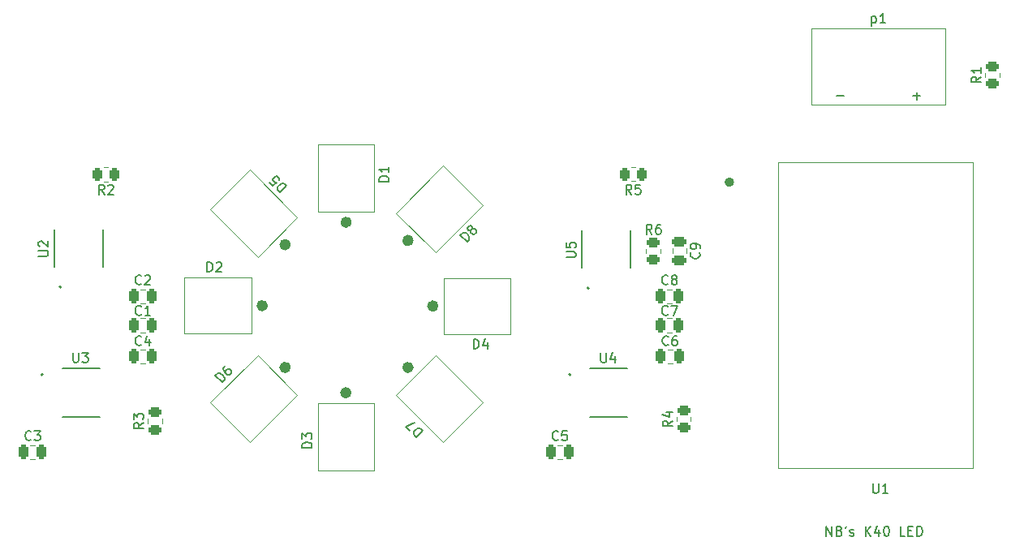
<source format=gto>
G04 #@! TF.GenerationSoftware,KiCad,Pcbnew,(5.99.0-11497-g0fb864d596)*
G04 #@! TF.CreationDate,2021-08-10T19:47:01-04:00*
G04 #@! TF.ProjectId,K40-LED_PCB,4b34302d-4c45-4445-9f50-43422e6b6963,rev?*
G04 #@! TF.SameCoordinates,Original*
G04 #@! TF.FileFunction,Legend,Top*
G04 #@! TF.FilePolarity,Positive*
%FSLAX46Y46*%
G04 Gerber Fmt 4.6, Leading zero omitted, Abs format (unit mm)*
G04 Created by KiCad (PCBNEW (5.99.0-11497-g0fb864d596)) date 2021-08-10 19:47:01*
%MOMM*%
%LPD*%
G01*
G04 APERTURE LIST*
G04 Aperture macros list*
%AMRoundRect*
0 Rectangle with rounded corners*
0 $1 Rounding radius*
0 $2 $3 $4 $5 $6 $7 $8 $9 X,Y pos of 4 corners*
0 Add a 4 corners polygon primitive as box body*
4,1,4,$2,$3,$4,$5,$6,$7,$8,$9,$2,$3,0*
0 Add four circle primitives for the rounded corners*
1,1,$1+$1,$2,$3*
1,1,$1+$1,$4,$5*
1,1,$1+$1,$6,$7*
1,1,$1+$1,$8,$9*
0 Add four rect primitives between the rounded corners*
20,1,$1+$1,$2,$3,$4,$5,0*
20,1,$1+$1,$4,$5,$6,$7,0*
20,1,$1+$1,$6,$7,$8,$9,0*
20,1,$1+$1,$8,$9,$2,$3,0*%
%AMRotRect*
0 Rectangle, with rotation*
0 The origin of the aperture is its center*
0 $1 length*
0 $2 width*
0 $3 Rotation angle, in degrees counterclockwise*
0 Add horizontal line*
21,1,$1,$2,0,0,$3*%
G04 Aperture macros list end*
%ADD10C,0.200000*%
%ADD11C,0.150000*%
%ADD12C,0.120000*%
%ADD13C,0.600000*%
%ADD14C,0.500000*%
%ADD15C,0.127000*%
%ADD16C,0.010000*%
%ADD17R,4.000000X1.100000*%
%ADD18R,4.000000X1.750000*%
%ADD19C,3.500000*%
%ADD20RotRect,1.100000X4.000000X315.000000*%
%ADD21RotRect,1.750000X4.000000X315.000000*%
%ADD22R,1.100000X4.000000*%
%ADD23R,1.750000X4.000000*%
%ADD24RoundRect,0.250000X-0.250000X-0.475000X0.250000X-0.475000X0.250000X0.475000X-0.250000X0.475000X0*%
%ADD25RoundRect,0.250000X-0.475000X0.250000X-0.475000X-0.250000X0.475000X-0.250000X0.475000X0.250000X0*%
%ADD26RoundRect,0.250000X0.262500X0.450000X-0.262500X0.450000X-0.262500X-0.450000X0.262500X-0.450000X0*%
%ADD27RoundRect,0.250000X0.450000X-0.262500X0.450000X0.262500X-0.450000X0.262500X-0.450000X-0.262500X0*%
%ADD28RoundRect,0.250000X-0.450000X0.262500X-0.450000X-0.262500X0.450000X-0.262500X0.450000X0.262500X0*%
%ADD29R,2.030000X1.500000*%
%ADD30C,0.300000*%
%ADD31RotRect,1.100000X4.000000X225.000000*%
%ADD32RotRect,1.750000X4.000000X225.000000*%
%ADD33RotRect,1.100000X4.000000X45.000000*%
%ADD34RotRect,1.750000X4.000000X45.000000*%
%ADD35RotRect,1.100000X4.000000X135.000000*%
%ADD36RotRect,1.750000X4.000000X135.000000*%
%ADD37RoundRect,0.249999X0.450001X-0.262501X0.450001X0.262501X-0.450001X0.262501X-0.450001X-0.262501X0*%
G04 APERTURE END LIST*
D10*
X141050000Y-145994380D02*
X141050000Y-144994380D01*
X141621428Y-145994380D01*
X141621428Y-144994380D01*
X142430952Y-145470571D02*
X142573809Y-145518190D01*
X142621428Y-145565809D01*
X142669047Y-145661047D01*
X142669047Y-145803904D01*
X142621428Y-145899142D01*
X142573809Y-145946761D01*
X142478571Y-145994380D01*
X142097619Y-145994380D01*
X142097619Y-144994380D01*
X142430952Y-144994380D01*
X142526190Y-145042000D01*
X142573809Y-145089619D01*
X142621428Y-145184857D01*
X142621428Y-145280095D01*
X142573809Y-145375333D01*
X142526190Y-145422952D01*
X142430952Y-145470571D01*
X142097619Y-145470571D01*
X143145238Y-144994380D02*
X143050000Y-145184857D01*
X143526190Y-145946761D02*
X143621428Y-145994380D01*
X143811904Y-145994380D01*
X143907142Y-145946761D01*
X143954761Y-145851523D01*
X143954761Y-145803904D01*
X143907142Y-145708666D01*
X143811904Y-145661047D01*
X143669047Y-145661047D01*
X143573809Y-145613428D01*
X143526190Y-145518190D01*
X143526190Y-145470571D01*
X143573809Y-145375333D01*
X143669047Y-145327714D01*
X143811904Y-145327714D01*
X143907142Y-145375333D01*
X145145238Y-145994380D02*
X145145238Y-144994380D01*
X145716666Y-145994380D02*
X145288095Y-145422952D01*
X145716666Y-144994380D02*
X145145238Y-145565809D01*
X146573809Y-145327714D02*
X146573809Y-145994380D01*
X146335714Y-144946761D02*
X146097619Y-145661047D01*
X146716666Y-145661047D01*
X147288095Y-144994380D02*
X147383333Y-144994380D01*
X147478571Y-145042000D01*
X147526190Y-145089619D01*
X147573809Y-145184857D01*
X147621428Y-145375333D01*
X147621428Y-145613428D01*
X147573809Y-145803904D01*
X147526190Y-145899142D01*
X147478571Y-145946761D01*
X147383333Y-145994380D01*
X147288095Y-145994380D01*
X147192857Y-145946761D01*
X147145238Y-145899142D01*
X147097619Y-145803904D01*
X147050000Y-145613428D01*
X147050000Y-145375333D01*
X147097619Y-145184857D01*
X147145238Y-145089619D01*
X147192857Y-145042000D01*
X147288095Y-144994380D01*
X149288095Y-145994380D02*
X148811904Y-145994380D01*
X148811904Y-144994380D01*
X149621428Y-145470571D02*
X149954761Y-145470571D01*
X150097619Y-145994380D02*
X149621428Y-145994380D01*
X149621428Y-144994380D01*
X150097619Y-144994380D01*
X150526190Y-145994380D02*
X150526190Y-144994380D01*
X150764285Y-144994380D01*
X150907142Y-145042000D01*
X151002380Y-145137238D01*
X151050000Y-145232476D01*
X151097619Y-145422952D01*
X151097619Y-145565809D01*
X151050000Y-145756285D01*
X151002380Y-145851523D01*
X150907142Y-145946761D01*
X150764285Y-145994380D01*
X150526190Y-145994380D01*
D11*
X87380580Y-136783961D02*
X86380580Y-136783961D01*
X86380580Y-136545866D01*
X86428200Y-136403008D01*
X86523438Y-136307770D01*
X86618676Y-136260151D01*
X86809152Y-136212532D01*
X86952009Y-136212532D01*
X87142485Y-136260151D01*
X87237723Y-136307770D01*
X87332961Y-136403008D01*
X87380580Y-136545866D01*
X87380580Y-136783961D01*
X86380580Y-135879199D02*
X86380580Y-135260151D01*
X86761533Y-135593485D01*
X86761533Y-135450627D01*
X86809152Y-135355389D01*
X86856771Y-135307770D01*
X86952009Y-135260151D01*
X87190104Y-135260151D01*
X87285342Y-135307770D01*
X87332961Y-135355389D01*
X87380580Y-135450627D01*
X87380580Y-135736342D01*
X87332961Y-135831580D01*
X87285342Y-135879199D01*
X145809523Y-91785714D02*
X145809523Y-92785714D01*
X145809523Y-91833333D02*
X145904761Y-91785714D01*
X146095238Y-91785714D01*
X146190476Y-91833333D01*
X146238095Y-91880952D01*
X146285714Y-91976190D01*
X146285714Y-92261904D01*
X146238095Y-92357142D01*
X146190476Y-92404761D01*
X146095238Y-92452380D01*
X145904761Y-92452380D01*
X145809523Y-92404761D01*
X147238095Y-92452380D02*
X146666666Y-92452380D01*
X146952380Y-92452380D02*
X146952380Y-91452380D01*
X146857142Y-91595238D01*
X146761904Y-91690476D01*
X146666666Y-91738095D01*
X150119047Y-100071428D02*
X150880952Y-100071428D01*
X150500000Y-100452380D02*
X150500000Y-99690476D01*
X142119047Y-100071428D02*
X142880952Y-100071428D01*
X84725677Y-109429059D02*
X84018571Y-110136166D01*
X83850212Y-109967807D01*
X83782868Y-109833120D01*
X83782868Y-109698433D01*
X83816540Y-109597418D01*
X83917555Y-109429059D01*
X84018571Y-109328044D01*
X84186929Y-109227029D01*
X84287945Y-109193357D01*
X84422632Y-109193357D01*
X84557319Y-109260700D01*
X84725677Y-109429059D01*
X82974746Y-109092341D02*
X83311464Y-109429059D01*
X83681853Y-109126013D01*
X83614509Y-109126013D01*
X83513494Y-109092341D01*
X83345135Y-108923983D01*
X83311464Y-108822967D01*
X83311464Y-108755624D01*
X83345135Y-108654609D01*
X83513494Y-108486250D01*
X83614509Y-108452578D01*
X83681853Y-108452578D01*
X83782868Y-108486250D01*
X83951227Y-108654609D01*
X83984899Y-108755624D01*
X83984899Y-108822967D01*
X76461904Y-118407507D02*
X76461904Y-117407507D01*
X76700000Y-117407507D01*
X76842857Y-117455127D01*
X76938095Y-117550365D01*
X76985714Y-117645603D01*
X77033333Y-117836079D01*
X77033333Y-117978936D01*
X76985714Y-118169412D01*
X76938095Y-118264650D01*
X76842857Y-118359888D01*
X76700000Y-118407507D01*
X76461904Y-118407507D01*
X77414285Y-117502746D02*
X77461904Y-117455127D01*
X77557142Y-117407507D01*
X77795238Y-117407507D01*
X77890476Y-117455127D01*
X77938095Y-117502746D01*
X77985714Y-117597984D01*
X77985714Y-117693222D01*
X77938095Y-117836079D01*
X77366666Y-118407507D01*
X77985714Y-118407507D01*
X69583333Y-122861342D02*
X69535714Y-122908961D01*
X69392857Y-122956580D01*
X69297619Y-122956580D01*
X69154761Y-122908961D01*
X69059523Y-122813723D01*
X69011904Y-122718485D01*
X68964285Y-122528009D01*
X68964285Y-122385152D01*
X69011904Y-122194676D01*
X69059523Y-122099438D01*
X69154761Y-122004200D01*
X69297619Y-121956580D01*
X69392857Y-121956580D01*
X69535714Y-122004200D01*
X69583333Y-122051819D01*
X70535714Y-122956580D02*
X69964285Y-122956580D01*
X70250000Y-122956580D02*
X70250000Y-121956580D01*
X70154761Y-122099438D01*
X70059523Y-122194676D01*
X69964285Y-122242295D01*
X69583333Y-119677142D02*
X69535714Y-119724761D01*
X69392857Y-119772380D01*
X69297619Y-119772380D01*
X69154761Y-119724761D01*
X69059523Y-119629523D01*
X69011904Y-119534285D01*
X68964285Y-119343809D01*
X68964285Y-119200952D01*
X69011904Y-119010476D01*
X69059523Y-118915238D01*
X69154761Y-118820000D01*
X69297619Y-118772380D01*
X69392857Y-118772380D01*
X69535714Y-118820000D01*
X69583333Y-118867619D01*
X69964285Y-118867619D02*
X70011904Y-118820000D01*
X70107142Y-118772380D01*
X70345238Y-118772380D01*
X70440476Y-118820000D01*
X70488095Y-118867619D01*
X70535714Y-118962857D01*
X70535714Y-119058095D01*
X70488095Y-119200952D01*
X69916666Y-119772380D01*
X70535714Y-119772380D01*
X58083333Y-135927142D02*
X58035714Y-135974761D01*
X57892857Y-136022380D01*
X57797619Y-136022380D01*
X57654761Y-135974761D01*
X57559523Y-135879523D01*
X57511904Y-135784285D01*
X57464285Y-135593809D01*
X57464285Y-135450952D01*
X57511904Y-135260476D01*
X57559523Y-135165238D01*
X57654761Y-135070000D01*
X57797619Y-135022380D01*
X57892857Y-135022380D01*
X58035714Y-135070000D01*
X58083333Y-135117619D01*
X58416666Y-135022380D02*
X59035714Y-135022380D01*
X58702380Y-135403333D01*
X58845238Y-135403333D01*
X58940476Y-135450952D01*
X58988095Y-135498571D01*
X59035714Y-135593809D01*
X59035714Y-135831904D01*
X58988095Y-135927142D01*
X58940476Y-135974761D01*
X58845238Y-136022380D01*
X58559523Y-136022380D01*
X58464285Y-135974761D01*
X58416666Y-135927142D01*
X69583333Y-126036342D02*
X69535714Y-126083961D01*
X69392857Y-126131580D01*
X69297619Y-126131580D01*
X69154761Y-126083961D01*
X69059523Y-125988723D01*
X69011904Y-125893485D01*
X68964285Y-125703009D01*
X68964285Y-125560152D01*
X69011904Y-125369676D01*
X69059523Y-125274438D01*
X69154761Y-125179200D01*
X69297619Y-125131580D01*
X69392857Y-125131580D01*
X69535714Y-125179200D01*
X69583333Y-125226819D01*
X70440476Y-125464914D02*
X70440476Y-126131580D01*
X70202380Y-125083961D02*
X69964285Y-125798247D01*
X70583333Y-125798247D01*
X113083333Y-135927142D02*
X113035714Y-135974761D01*
X112892857Y-136022380D01*
X112797619Y-136022380D01*
X112654761Y-135974761D01*
X112559523Y-135879523D01*
X112511904Y-135784285D01*
X112464285Y-135593809D01*
X112464285Y-135450952D01*
X112511904Y-135260476D01*
X112559523Y-135165238D01*
X112654761Y-135070000D01*
X112797619Y-135022380D01*
X112892857Y-135022380D01*
X113035714Y-135070000D01*
X113083333Y-135117619D01*
X113988095Y-135022380D02*
X113511904Y-135022380D01*
X113464285Y-135498571D01*
X113511904Y-135450952D01*
X113607142Y-135403333D01*
X113845238Y-135403333D01*
X113940476Y-135450952D01*
X113988095Y-135498571D01*
X114035714Y-135593809D01*
X114035714Y-135831904D01*
X113988095Y-135927142D01*
X113940476Y-135974761D01*
X113845238Y-136022380D01*
X113607142Y-136022380D01*
X113511904Y-135974761D01*
X113464285Y-135927142D01*
X124583333Y-126036342D02*
X124535714Y-126083961D01*
X124392857Y-126131580D01*
X124297619Y-126131580D01*
X124154761Y-126083961D01*
X124059523Y-125988723D01*
X124011904Y-125893485D01*
X123964285Y-125703009D01*
X123964285Y-125560152D01*
X124011904Y-125369676D01*
X124059523Y-125274438D01*
X124154761Y-125179200D01*
X124297619Y-125131580D01*
X124392857Y-125131580D01*
X124535714Y-125179200D01*
X124583333Y-125226819D01*
X125440476Y-125131580D02*
X125250000Y-125131580D01*
X125154761Y-125179200D01*
X125107142Y-125226819D01*
X125011904Y-125369676D01*
X124964285Y-125560152D01*
X124964285Y-125941104D01*
X125011904Y-126036342D01*
X125059523Y-126083961D01*
X125154761Y-126131580D01*
X125345238Y-126131580D01*
X125440476Y-126083961D01*
X125488095Y-126036342D01*
X125535714Y-125941104D01*
X125535714Y-125703009D01*
X125488095Y-125607771D01*
X125440476Y-125560152D01*
X125345238Y-125512533D01*
X125154761Y-125512533D01*
X125059523Y-125560152D01*
X125011904Y-125607771D01*
X124964285Y-125703009D01*
X124533333Y-122861342D02*
X124485714Y-122908961D01*
X124342857Y-122956580D01*
X124247619Y-122956580D01*
X124104761Y-122908961D01*
X124009523Y-122813723D01*
X123961904Y-122718485D01*
X123914285Y-122528009D01*
X123914285Y-122385152D01*
X123961904Y-122194676D01*
X124009523Y-122099438D01*
X124104761Y-122004200D01*
X124247619Y-121956580D01*
X124342857Y-121956580D01*
X124485714Y-122004200D01*
X124533333Y-122051819D01*
X124866666Y-121956580D02*
X125533333Y-121956580D01*
X125104761Y-122956580D01*
X124533333Y-119677142D02*
X124485714Y-119724761D01*
X124342857Y-119772380D01*
X124247619Y-119772380D01*
X124104761Y-119724761D01*
X124009523Y-119629523D01*
X123961904Y-119534285D01*
X123914285Y-119343809D01*
X123914285Y-119200952D01*
X123961904Y-119010476D01*
X124009523Y-118915238D01*
X124104761Y-118820000D01*
X124247619Y-118772380D01*
X124342857Y-118772380D01*
X124485714Y-118820000D01*
X124533333Y-118867619D01*
X125104761Y-119200952D02*
X125009523Y-119153333D01*
X124961904Y-119105714D01*
X124914285Y-119010476D01*
X124914285Y-118962857D01*
X124961904Y-118867619D01*
X125009523Y-118820000D01*
X125104761Y-118772380D01*
X125295238Y-118772380D01*
X125390476Y-118820000D01*
X125438095Y-118867619D01*
X125485714Y-118962857D01*
X125485714Y-119010476D01*
X125438095Y-119105714D01*
X125390476Y-119153333D01*
X125295238Y-119200952D01*
X125104761Y-119200952D01*
X125009523Y-119248571D01*
X124961904Y-119296190D01*
X124914285Y-119391428D01*
X124914285Y-119581904D01*
X124961904Y-119677142D01*
X125009523Y-119724761D01*
X125104761Y-119772380D01*
X125295238Y-119772380D01*
X125390476Y-119724761D01*
X125438095Y-119677142D01*
X125485714Y-119581904D01*
X125485714Y-119391428D01*
X125438095Y-119296190D01*
X125390476Y-119248571D01*
X125295238Y-119200952D01*
X127787142Y-116416666D02*
X127834761Y-116464285D01*
X127882380Y-116607142D01*
X127882380Y-116702380D01*
X127834761Y-116845238D01*
X127739523Y-116940476D01*
X127644285Y-116988095D01*
X127453809Y-117035714D01*
X127310952Y-117035714D01*
X127120476Y-116988095D01*
X127025238Y-116940476D01*
X126930000Y-116845238D01*
X126882380Y-116702380D01*
X126882380Y-116607142D01*
X126930000Y-116464285D01*
X126977619Y-116416666D01*
X127882380Y-115940476D02*
X127882380Y-115750000D01*
X127834761Y-115654761D01*
X127787142Y-115607142D01*
X127644285Y-115511904D01*
X127453809Y-115464285D01*
X127072857Y-115464285D01*
X126977619Y-115511904D01*
X126930000Y-115559523D01*
X126882380Y-115654761D01*
X126882380Y-115845238D01*
X126930000Y-115940476D01*
X126977619Y-115988095D01*
X127072857Y-116035714D01*
X127310952Y-116035714D01*
X127406190Y-115988095D01*
X127453809Y-115940476D01*
X127501428Y-115845238D01*
X127501428Y-115654761D01*
X127453809Y-115559523D01*
X127406190Y-115511904D01*
X127310952Y-115464285D01*
X104261904Y-126452380D02*
X104261904Y-125452380D01*
X104500000Y-125452380D01*
X104642857Y-125500000D01*
X104738095Y-125595238D01*
X104785714Y-125690476D01*
X104833333Y-125880952D01*
X104833333Y-126023809D01*
X104785714Y-126214285D01*
X104738095Y-126309523D01*
X104642857Y-126404761D01*
X104500000Y-126452380D01*
X104261904Y-126452380D01*
X105690476Y-125785714D02*
X105690476Y-126452380D01*
X105452380Y-125404761D02*
X105214285Y-126119047D01*
X105833333Y-126119047D01*
X65740833Y-110352380D02*
X65407500Y-109876190D01*
X65169404Y-110352380D02*
X65169404Y-109352380D01*
X65550357Y-109352380D01*
X65645595Y-109400000D01*
X65693214Y-109447619D01*
X65740833Y-109542857D01*
X65740833Y-109685714D01*
X65693214Y-109780952D01*
X65645595Y-109828571D01*
X65550357Y-109876190D01*
X65169404Y-109876190D01*
X66121785Y-109447619D02*
X66169404Y-109400000D01*
X66264642Y-109352380D01*
X66502738Y-109352380D01*
X66597976Y-109400000D01*
X66645595Y-109447619D01*
X66693214Y-109542857D01*
X66693214Y-109638095D01*
X66645595Y-109780952D01*
X66074166Y-110352380D01*
X66693214Y-110352380D01*
X69802380Y-134166666D02*
X69326190Y-134500000D01*
X69802380Y-134738095D02*
X68802380Y-134738095D01*
X68802380Y-134357142D01*
X68850000Y-134261904D01*
X68897619Y-134214285D01*
X68992857Y-134166666D01*
X69135714Y-134166666D01*
X69230952Y-134214285D01*
X69278571Y-134261904D01*
X69326190Y-134357142D01*
X69326190Y-134738095D01*
X68802380Y-133833333D02*
X68802380Y-133214285D01*
X69183333Y-133547619D01*
X69183333Y-133404761D01*
X69230952Y-133309523D01*
X69278571Y-133261904D01*
X69373809Y-133214285D01*
X69611904Y-133214285D01*
X69707142Y-133261904D01*
X69754761Y-133309523D01*
X69802380Y-133404761D01*
X69802380Y-133690476D01*
X69754761Y-133785714D01*
X69707142Y-133833333D01*
X125002380Y-133966666D02*
X124526190Y-134300000D01*
X125002380Y-134538095D02*
X124002380Y-134538095D01*
X124002380Y-134157142D01*
X124050000Y-134061904D01*
X124097619Y-134014285D01*
X124192857Y-133966666D01*
X124335714Y-133966666D01*
X124430952Y-134014285D01*
X124478571Y-134061904D01*
X124526190Y-134157142D01*
X124526190Y-134538095D01*
X124335714Y-133109523D02*
X125002380Y-133109523D01*
X123954761Y-133347619D02*
X124669047Y-133585714D01*
X124669047Y-132966666D01*
X122870933Y-114498380D02*
X122537600Y-114022190D01*
X122299504Y-114498380D02*
X122299504Y-113498380D01*
X122680457Y-113498380D01*
X122775695Y-113546000D01*
X122823314Y-113593619D01*
X122870933Y-113688857D01*
X122870933Y-113831714D01*
X122823314Y-113926952D01*
X122775695Y-113974571D01*
X122680457Y-114022190D01*
X122299504Y-114022190D01*
X123728076Y-113498380D02*
X123537600Y-113498380D01*
X123442361Y-113546000D01*
X123394742Y-113593619D01*
X123299504Y-113736476D01*
X123251885Y-113926952D01*
X123251885Y-114307904D01*
X123299504Y-114403142D01*
X123347123Y-114450761D01*
X123442361Y-114498380D01*
X123632838Y-114498380D01*
X123728076Y-114450761D01*
X123775695Y-114403142D01*
X123823314Y-114307904D01*
X123823314Y-114069809D01*
X123775695Y-113974571D01*
X123728076Y-113926952D01*
X123632838Y-113879333D01*
X123442361Y-113879333D01*
X123347123Y-113926952D01*
X123299504Y-113974571D01*
X123251885Y-114069809D01*
X145938095Y-140528380D02*
X145938095Y-141337904D01*
X145985714Y-141433142D01*
X146033333Y-141480761D01*
X146128571Y-141528380D01*
X146319047Y-141528380D01*
X146414285Y-141480761D01*
X146461904Y-141433142D01*
X146509523Y-141337904D01*
X146509523Y-140528380D01*
X147509523Y-141528380D02*
X146938095Y-141528380D01*
X147223809Y-141528380D02*
X147223809Y-140528380D01*
X147128571Y-140671238D01*
X147033333Y-140766476D01*
X146938095Y-140814095D01*
X58857380Y-116786904D02*
X59666904Y-116786904D01*
X59762142Y-116739285D01*
X59809761Y-116691666D01*
X59857380Y-116596428D01*
X59857380Y-116405952D01*
X59809761Y-116310714D01*
X59762142Y-116263095D01*
X59666904Y-116215476D01*
X58857380Y-116215476D01*
X58952619Y-115786904D02*
X58905000Y-115739285D01*
X58857380Y-115644047D01*
X58857380Y-115405952D01*
X58905000Y-115310714D01*
X58952619Y-115263095D01*
X59047857Y-115215476D01*
X59143095Y-115215476D01*
X59285952Y-115263095D01*
X59857380Y-115834523D01*
X59857380Y-115215476D01*
X62463095Y-126881380D02*
X62463095Y-127690904D01*
X62510714Y-127786142D01*
X62558333Y-127833761D01*
X62653571Y-127881380D01*
X62844047Y-127881380D01*
X62939285Y-127833761D01*
X62986904Y-127786142D01*
X63034523Y-127690904D01*
X63034523Y-126881380D01*
X63415476Y-126881380D02*
X64034523Y-126881380D01*
X63701190Y-127262333D01*
X63844047Y-127262333D01*
X63939285Y-127309952D01*
X63986904Y-127357571D01*
X64034523Y-127452809D01*
X64034523Y-127690904D01*
X63986904Y-127786142D01*
X63939285Y-127833761D01*
X63844047Y-127881380D01*
X63558333Y-127881380D01*
X63463095Y-127833761D01*
X63415476Y-127786142D01*
X117527095Y-126881380D02*
X117527095Y-127690904D01*
X117574714Y-127786142D01*
X117622333Y-127833761D01*
X117717571Y-127881380D01*
X117908047Y-127881380D01*
X118003285Y-127833761D01*
X118050904Y-127786142D01*
X118098523Y-127690904D01*
X118098523Y-126881380D01*
X119003285Y-127214714D02*
X119003285Y-127881380D01*
X118765190Y-126833761D02*
X118527095Y-127548047D01*
X119146142Y-127548047D01*
X103570940Y-115293034D02*
X102863833Y-114585928D01*
X103032192Y-114417569D01*
X103166879Y-114350225D01*
X103301566Y-114350225D01*
X103402581Y-114383897D01*
X103570940Y-114484912D01*
X103671955Y-114585928D01*
X103772971Y-114754286D01*
X103806642Y-114855302D01*
X103806642Y-114989989D01*
X103739299Y-115124676D01*
X103570940Y-115293034D01*
X103975001Y-114080851D02*
X103873986Y-114114523D01*
X103806642Y-114114523D01*
X103705627Y-114080851D01*
X103671955Y-114047179D01*
X103638283Y-113946164D01*
X103638283Y-113878821D01*
X103671955Y-113777805D01*
X103806642Y-113643118D01*
X103907658Y-113609447D01*
X103975001Y-113609447D01*
X104076016Y-113643118D01*
X104109688Y-113676790D01*
X104143360Y-113777805D01*
X104143360Y-113845149D01*
X104109688Y-113946164D01*
X103975001Y-114080851D01*
X103941329Y-114181866D01*
X103941329Y-114249210D01*
X103975001Y-114350225D01*
X104109688Y-114484912D01*
X104210703Y-114518584D01*
X104278047Y-114518584D01*
X104379062Y-114484912D01*
X104513749Y-114350225D01*
X104547421Y-114249210D01*
X104547421Y-114181866D01*
X104513749Y-114080851D01*
X104379062Y-113946164D01*
X104278047Y-113912492D01*
X104210703Y-113912492D01*
X104109688Y-113946164D01*
X78024998Y-129957909D02*
X77317891Y-129250803D01*
X77486250Y-129082444D01*
X77620937Y-129015100D01*
X77755624Y-129015100D01*
X77856639Y-129048772D01*
X78024998Y-129149787D01*
X78126013Y-129250803D01*
X78227029Y-129419161D01*
X78260700Y-129520177D01*
X78260700Y-129654864D01*
X78193357Y-129789551D01*
X78024998Y-129957909D01*
X78328044Y-128240650D02*
X78193357Y-128375337D01*
X78159685Y-128476352D01*
X78159685Y-128543696D01*
X78193357Y-128712054D01*
X78294372Y-128880413D01*
X78563746Y-129149787D01*
X78664761Y-129183459D01*
X78732105Y-129183459D01*
X78833120Y-129149787D01*
X78967807Y-129015100D01*
X79001479Y-128914085D01*
X79001479Y-128846741D01*
X78967807Y-128745726D01*
X78799448Y-128577367D01*
X78698433Y-128543696D01*
X78631090Y-128543696D01*
X78530074Y-128577367D01*
X78395387Y-128712054D01*
X78361716Y-128813070D01*
X78361716Y-128880413D01*
X78395387Y-128981428D01*
X98957909Y-134975001D02*
X98250803Y-135682108D01*
X98082444Y-135513749D01*
X98015100Y-135379062D01*
X98015100Y-135244375D01*
X98048772Y-135143360D01*
X98149787Y-134975001D01*
X98250803Y-134873986D01*
X98419161Y-134772971D01*
X98520177Y-134739299D01*
X98654864Y-134739299D01*
X98789551Y-134806642D01*
X98957909Y-134975001D01*
X97611039Y-135042345D02*
X97139635Y-134570940D01*
X98149787Y-134166879D01*
X157202380Y-98066666D02*
X156726190Y-98400000D01*
X157202380Y-98638095D02*
X156202380Y-98638095D01*
X156202380Y-98257142D01*
X156250000Y-98161904D01*
X156297619Y-98114285D01*
X156392857Y-98066666D01*
X156535714Y-98066666D01*
X156630952Y-98114285D01*
X156678571Y-98161904D01*
X156726190Y-98257142D01*
X156726190Y-98638095D01*
X157202380Y-97114285D02*
X157202380Y-97685714D01*
X157202380Y-97400000D02*
X156202380Y-97400000D01*
X156345238Y-97495238D01*
X156440476Y-97590476D01*
X156488095Y-97685714D01*
X95413580Y-108986295D02*
X94413580Y-108986295D01*
X94413580Y-108748200D01*
X94461200Y-108605342D01*
X94556438Y-108510104D01*
X94651676Y-108462485D01*
X94842152Y-108414866D01*
X94985009Y-108414866D01*
X95175485Y-108462485D01*
X95270723Y-108510104D01*
X95365961Y-108605342D01*
X95413580Y-108748200D01*
X95413580Y-108986295D01*
X95413580Y-107462485D02*
X95413580Y-108033914D01*
X95413580Y-107748200D02*
X94413580Y-107748200D01*
X94556438Y-107843438D01*
X94651676Y-107938676D01*
X94699295Y-108033914D01*
X113921380Y-116914904D02*
X114730904Y-116914904D01*
X114826142Y-116867285D01*
X114873761Y-116819666D01*
X114921380Y-116724428D01*
X114921380Y-116533952D01*
X114873761Y-116438714D01*
X114826142Y-116391095D01*
X114730904Y-116343476D01*
X113921380Y-116343476D01*
X113921380Y-115391095D02*
X113921380Y-115867285D01*
X114397571Y-115914904D01*
X114349952Y-115867285D01*
X114302333Y-115772047D01*
X114302333Y-115533952D01*
X114349952Y-115438714D01*
X114397571Y-115391095D01*
X114492809Y-115343476D01*
X114730904Y-115343476D01*
X114826142Y-115391095D01*
X114873761Y-115438714D01*
X114921380Y-115533952D01*
X114921380Y-115772047D01*
X114873761Y-115867285D01*
X114826142Y-115914904D01*
X120748333Y-110344380D02*
X120415000Y-109868190D01*
X120176904Y-110344380D02*
X120176904Y-109344380D01*
X120557857Y-109344380D01*
X120653095Y-109392000D01*
X120700714Y-109439619D01*
X120748333Y-109534857D01*
X120748333Y-109677714D01*
X120700714Y-109772952D01*
X120653095Y-109820571D01*
X120557857Y-109868190D01*
X120176904Y-109868190D01*
X121653095Y-109344380D02*
X121176904Y-109344380D01*
X121129285Y-109820571D01*
X121176904Y-109772952D01*
X121272142Y-109725333D01*
X121510238Y-109725333D01*
X121605476Y-109772952D01*
X121653095Y-109820571D01*
X121700714Y-109915809D01*
X121700714Y-110153904D01*
X121653095Y-110249142D01*
X121605476Y-110296761D01*
X121510238Y-110344380D01*
X121272142Y-110344380D01*
X121176904Y-110296761D01*
X121129285Y-110249142D01*
D12*
X88008200Y-139170866D02*
X88008200Y-132170866D01*
X88008200Y-132170866D02*
X93848200Y-132170866D01*
X88008200Y-139170866D02*
X93848200Y-139170866D01*
X93848200Y-139170866D02*
X93848200Y-132170866D01*
D13*
X91228200Y-131045866D02*
G75*
G03*
X91228200Y-131045866I-300000J0D01*
G01*
D12*
X139500000Y-93000000D02*
X142500000Y-93000000D01*
X153500000Y-93000000D02*
X153500000Y-101000000D01*
X150500000Y-93000000D02*
X153500000Y-93000000D01*
X142500000Y-93000000D02*
X150500000Y-93000000D01*
X153500000Y-101000000D02*
X139500000Y-101000000D01*
X139500000Y-101000000D02*
X139500000Y-93000000D01*
X76780996Y-111910500D02*
X81730744Y-116860247D01*
X85860247Y-112730743D02*
X81730744Y-116860247D01*
X80910500Y-107780996D02*
X76780996Y-111910500D01*
X80910500Y-107780996D02*
X85860247Y-112730743D01*
D13*
X84890991Y-115590990D02*
G75*
G03*
X84890991Y-115590990I-300000J0D01*
G01*
D12*
X74075000Y-124875127D02*
X81075000Y-124875127D01*
X74075000Y-119035127D02*
X81075000Y-119035127D01*
X81075000Y-119035127D02*
X81075000Y-124875127D01*
X74075000Y-119035127D02*
X74075000Y-124875127D01*
D13*
X82500000Y-121955127D02*
G75*
G03*
X82500000Y-121955127I-300000J0D01*
G01*
D12*
X69488748Y-124735000D02*
X70011252Y-124735000D01*
X69488748Y-123265000D02*
X70011252Y-123265000D01*
X69488748Y-120265000D02*
X70011252Y-120265000D01*
X69488748Y-121735000D02*
X70011252Y-121735000D01*
X57988748Y-136515000D02*
X58511252Y-136515000D01*
X57988748Y-137985000D02*
X58511252Y-137985000D01*
X69488748Y-126515000D02*
X70011252Y-126515000D01*
X69488748Y-127985000D02*
X70011252Y-127985000D01*
X112988748Y-136515000D02*
X113511252Y-136515000D01*
X112988748Y-137985000D02*
X113511252Y-137985000D01*
X124488748Y-127985000D02*
X125011252Y-127985000D01*
X124488748Y-126515000D02*
X125011252Y-126515000D01*
X124438748Y-123265000D02*
X124961252Y-123265000D01*
X124438748Y-124735000D02*
X124961252Y-124735000D01*
X124438748Y-121735000D02*
X124961252Y-121735000D01*
X124438748Y-120265000D02*
X124961252Y-120265000D01*
X125015000Y-115988748D02*
X125015000Y-116511252D01*
X126485000Y-115988748D02*
X126485000Y-116511252D01*
X101125000Y-124920000D02*
X101125000Y-119080000D01*
X108125000Y-124920000D02*
X101125000Y-124920000D01*
X108125000Y-119080000D02*
X101125000Y-119080000D01*
X108125000Y-124920000D02*
X108125000Y-119080000D01*
D13*
X100300000Y-122000000D02*
G75*
G03*
X100300000Y-122000000I-300000J0D01*
G01*
D12*
X66134564Y-108985000D02*
X65680436Y-108985000D01*
X66134564Y-107515000D02*
X65680436Y-107515000D01*
X70265000Y-134227064D02*
X70265000Y-133772936D01*
X71735000Y-134227064D02*
X71735000Y-133772936D01*
X126935000Y-134027064D02*
X126935000Y-133572936D01*
X125465000Y-134027064D02*
X125465000Y-133572936D01*
X123735000Y-116022936D02*
X123735000Y-116477064D01*
X122265000Y-116022936D02*
X122265000Y-116477064D01*
X136035000Y-107000000D02*
X136035000Y-138940000D01*
X136035000Y-138940000D02*
X156335000Y-138940000D01*
X136035000Y-107000000D02*
X156335000Y-107000000D01*
X156335000Y-107000000D02*
X156335000Y-138940000D01*
D14*
X131202000Y-109072000D02*
G75*
G03*
X131202000Y-109072000I-250000J0D01*
G01*
D15*
X60515000Y-117900000D02*
X60515000Y-114000000D01*
X65565000Y-117900000D02*
X65565000Y-114000000D01*
D10*
X61235000Y-120020000D02*
G75*
G03*
X61235000Y-120020000I-100000J0D01*
G01*
D15*
X61350000Y-133589000D02*
X65250000Y-133589000D01*
X61350000Y-128539000D02*
X65250000Y-128539000D01*
D10*
X59330000Y-129159000D02*
G75*
G03*
X59330000Y-129159000I-100000J0D01*
G01*
D15*
X116414000Y-133589000D02*
X120314000Y-133589000D01*
X116414000Y-128539000D02*
X120314000Y-128539000D01*
D10*
X114394000Y-129159000D02*
G75*
G03*
X114394000Y-129159000I-100000J0D01*
G01*
D12*
X105219004Y-111477857D02*
X101089500Y-107348353D01*
X101089500Y-107348353D02*
X96139753Y-112298101D01*
X100269257Y-116427604D02*
X96139753Y-112298101D01*
X105219004Y-111477857D02*
X100269257Y-116427604D01*
D13*
X97709010Y-115158348D02*
G75*
G03*
X97709010Y-115158348I-300000J0D01*
G01*
D12*
X76780996Y-132089500D02*
X81730743Y-127139753D01*
X76780996Y-132089500D02*
X80910500Y-136219004D01*
X80910500Y-136219004D02*
X85860247Y-131269256D01*
X81730743Y-127139753D02*
X85860247Y-131269256D01*
D13*
X84890990Y-128409009D02*
G75*
G03*
X84890990Y-128409009I-300000J0D01*
G01*
D12*
X105219004Y-132089500D02*
X100269256Y-127139753D01*
X96139753Y-131269257D02*
X100269256Y-127139753D01*
X101089500Y-136219004D02*
X96139753Y-131269257D01*
X101089500Y-136219004D02*
X105219004Y-132089500D01*
D13*
X97709009Y-128409010D02*
G75*
G03*
X97709009Y-128409010I-300000J0D01*
G01*
D12*
X159135000Y-98127064D02*
X159135000Y-97672936D01*
X157665000Y-98127064D02*
X157665000Y-97672936D01*
X88041200Y-105123200D02*
X88041200Y-112123200D01*
X93881200Y-105123200D02*
X93881200Y-112123200D01*
X93881200Y-112123200D02*
X88041200Y-112123200D01*
X93881200Y-105123200D02*
X88041200Y-105123200D01*
D13*
X91261200Y-113248200D02*
G75*
G03*
X91261200Y-113248200I-300000J0D01*
G01*
D15*
X120629000Y-118028000D02*
X120629000Y-114128000D01*
X115579000Y-118028000D02*
X115579000Y-114128000D01*
D10*
X116299000Y-120148000D02*
G75*
G03*
X116299000Y-120148000I-100000J0D01*
G01*
D12*
X121142064Y-107507000D02*
X120687936Y-107507000D01*
X121142064Y-108977000D02*
X120687936Y-108977000D01*
%LPC*%
D16*
X65315000Y-112455000D02*
X65315000Y-114045000D01*
X65315000Y-114045000D02*
X65314931Y-114047617D01*
X65314931Y-114047617D02*
X65314726Y-114050226D01*
X65314726Y-114050226D02*
X65314384Y-114052822D01*
X65314384Y-114052822D02*
X65313907Y-114055396D01*
X65313907Y-114055396D02*
X65313296Y-114057941D01*
X65313296Y-114057941D02*
X65312553Y-114060451D01*
X65312553Y-114060451D02*
X65311679Y-114062918D01*
X65311679Y-114062918D02*
X65310677Y-114065337D01*
X65310677Y-114065337D02*
X65309550Y-114067700D01*
X65309550Y-114067700D02*
X65308301Y-114070000D01*
X65308301Y-114070000D02*
X65306934Y-114072232D01*
X65306934Y-114072232D02*
X65305451Y-114074389D01*
X65305451Y-114074389D02*
X65303857Y-114076466D01*
X65303857Y-114076466D02*
X65302157Y-114078457D01*
X65302157Y-114078457D02*
X65300355Y-114080355D01*
X65300355Y-114080355D02*
X65298457Y-114082157D01*
X65298457Y-114082157D02*
X65296466Y-114083857D01*
X65296466Y-114083857D02*
X65294389Y-114085451D01*
X65294389Y-114085451D02*
X65292232Y-114086934D01*
X65292232Y-114086934D02*
X65290000Y-114088301D01*
X65290000Y-114088301D02*
X65287700Y-114089550D01*
X65287700Y-114089550D02*
X65285337Y-114090677D01*
X65285337Y-114090677D02*
X65282918Y-114091679D01*
X65282918Y-114091679D02*
X65280451Y-114092553D01*
X65280451Y-114092553D02*
X65277941Y-114093296D01*
X65277941Y-114093296D02*
X65275396Y-114093907D01*
X65275396Y-114093907D02*
X65272822Y-114094384D01*
X65272822Y-114094384D02*
X65270226Y-114094726D01*
X65270226Y-114094726D02*
X65267617Y-114094931D01*
X65267617Y-114094931D02*
X65265000Y-114095000D01*
X65265000Y-114095000D02*
X64625000Y-114095000D01*
X64625000Y-114095000D02*
X64622383Y-114094931D01*
X64622383Y-114094931D02*
X64619774Y-114094726D01*
X64619774Y-114094726D02*
X64617178Y-114094384D01*
X64617178Y-114094384D02*
X64614604Y-114093907D01*
X64614604Y-114093907D02*
X64612059Y-114093296D01*
X64612059Y-114093296D02*
X64609549Y-114092553D01*
X64609549Y-114092553D02*
X64607082Y-114091679D01*
X64607082Y-114091679D02*
X64604663Y-114090677D01*
X64604663Y-114090677D02*
X64602300Y-114089550D01*
X64602300Y-114089550D02*
X64600000Y-114088301D01*
X64600000Y-114088301D02*
X64597768Y-114086934D01*
X64597768Y-114086934D02*
X64595611Y-114085451D01*
X64595611Y-114085451D02*
X64593534Y-114083857D01*
X64593534Y-114083857D02*
X64591543Y-114082157D01*
X64591543Y-114082157D02*
X64589645Y-114080355D01*
X64589645Y-114080355D02*
X64587843Y-114078457D01*
X64587843Y-114078457D02*
X64586143Y-114076466D01*
X64586143Y-114076466D02*
X64584549Y-114074389D01*
X64584549Y-114074389D02*
X64583066Y-114072232D01*
X64583066Y-114072232D02*
X64581699Y-114070000D01*
X64581699Y-114070000D02*
X64580450Y-114067700D01*
X64580450Y-114067700D02*
X64579323Y-114065337D01*
X64579323Y-114065337D02*
X64578321Y-114062918D01*
X64578321Y-114062918D02*
X64577447Y-114060451D01*
X64577447Y-114060451D02*
X64576704Y-114057941D01*
X64576704Y-114057941D02*
X64576093Y-114055396D01*
X64576093Y-114055396D02*
X64575616Y-114052822D01*
X64575616Y-114052822D02*
X64575274Y-114050226D01*
X64575274Y-114050226D02*
X64575069Y-114047617D01*
X64575069Y-114047617D02*
X64575000Y-114045000D01*
X64575000Y-114045000D02*
X64575000Y-112455000D01*
X64575000Y-112455000D02*
X64575069Y-112452383D01*
X64575069Y-112452383D02*
X64575274Y-112449774D01*
X64575274Y-112449774D02*
X64575616Y-112447178D01*
X64575616Y-112447178D02*
X64576093Y-112444604D01*
X64576093Y-112444604D02*
X64576704Y-112442059D01*
X64576704Y-112442059D02*
X64577447Y-112439549D01*
X64577447Y-112439549D02*
X64578321Y-112437082D01*
X64578321Y-112437082D02*
X64579323Y-112434663D01*
X64579323Y-112434663D02*
X64580450Y-112432300D01*
X64580450Y-112432300D02*
X64581699Y-112430000D01*
X64581699Y-112430000D02*
X64583066Y-112427768D01*
X64583066Y-112427768D02*
X64584549Y-112425611D01*
X64584549Y-112425611D02*
X64586143Y-112423534D01*
X64586143Y-112423534D02*
X64587843Y-112421543D01*
X64587843Y-112421543D02*
X64589645Y-112419645D01*
X64589645Y-112419645D02*
X64591543Y-112417843D01*
X64591543Y-112417843D02*
X64593534Y-112416143D01*
X64593534Y-112416143D02*
X64595611Y-112414549D01*
X64595611Y-112414549D02*
X64597768Y-112413066D01*
X64597768Y-112413066D02*
X64600000Y-112411699D01*
X64600000Y-112411699D02*
X64602300Y-112410450D01*
X64602300Y-112410450D02*
X64604663Y-112409323D01*
X64604663Y-112409323D02*
X64607082Y-112408321D01*
X64607082Y-112408321D02*
X64609549Y-112407447D01*
X64609549Y-112407447D02*
X64612059Y-112406704D01*
X64612059Y-112406704D02*
X64614604Y-112406093D01*
X64614604Y-112406093D02*
X64617178Y-112405616D01*
X64617178Y-112405616D02*
X64619774Y-112405274D01*
X64619774Y-112405274D02*
X64622383Y-112405069D01*
X64622383Y-112405069D02*
X64625000Y-112405000D01*
X64625000Y-112405000D02*
X65265000Y-112405000D01*
X65265000Y-112405000D02*
X65267617Y-112405069D01*
X65267617Y-112405069D02*
X65270226Y-112405274D01*
X65270226Y-112405274D02*
X65272822Y-112405616D01*
X65272822Y-112405616D02*
X65275396Y-112406093D01*
X65275396Y-112406093D02*
X65277941Y-112406704D01*
X65277941Y-112406704D02*
X65280451Y-112407447D01*
X65280451Y-112407447D02*
X65282918Y-112408321D01*
X65282918Y-112408321D02*
X65285337Y-112409323D01*
X65285337Y-112409323D02*
X65287700Y-112410450D01*
X65287700Y-112410450D02*
X65290000Y-112411699D01*
X65290000Y-112411699D02*
X65292232Y-112413066D01*
X65292232Y-112413066D02*
X65294389Y-112414549D01*
X65294389Y-112414549D02*
X65296466Y-112416143D01*
X65296466Y-112416143D02*
X65298457Y-112417843D01*
X65298457Y-112417843D02*
X65300355Y-112419645D01*
X65300355Y-112419645D02*
X65302157Y-112421543D01*
X65302157Y-112421543D02*
X65303857Y-112423534D01*
X65303857Y-112423534D02*
X65305451Y-112425611D01*
X65305451Y-112425611D02*
X65306934Y-112427768D01*
X65306934Y-112427768D02*
X65308301Y-112430000D01*
X65308301Y-112430000D02*
X65309550Y-112432300D01*
X65309550Y-112432300D02*
X65310677Y-112434663D01*
X65310677Y-112434663D02*
X65311679Y-112437082D01*
X65311679Y-112437082D02*
X65312553Y-112439549D01*
X65312553Y-112439549D02*
X65313296Y-112442059D01*
X65313296Y-112442059D02*
X65313907Y-112444604D01*
X65313907Y-112444604D02*
X65314384Y-112447178D01*
X65314384Y-112447178D02*
X65314726Y-112449774D01*
X65314726Y-112449774D02*
X65314931Y-112452383D01*
X65314931Y-112452383D02*
X65315000Y-112455000D01*
X65315000Y-112455000D02*
X65315000Y-112455000D01*
G36*
X65267617Y-112405069D02*
G01*
X65270226Y-112405274D01*
X65272822Y-112405616D01*
X65275396Y-112406093D01*
X65277941Y-112406704D01*
X65280451Y-112407447D01*
X65282918Y-112408321D01*
X65285337Y-112409323D01*
X65287700Y-112410450D01*
X65290000Y-112411699D01*
X65292232Y-112413066D01*
X65294389Y-112414549D01*
X65296466Y-112416143D01*
X65298457Y-112417843D01*
X65300355Y-112419645D01*
X65302157Y-112421543D01*
X65303857Y-112423534D01*
X65305451Y-112425611D01*
X65306934Y-112427768D01*
X65308301Y-112430000D01*
X65309550Y-112432300D01*
X65310677Y-112434663D01*
X65311679Y-112437082D01*
X65312553Y-112439549D01*
X65313296Y-112442059D01*
X65313907Y-112444604D01*
X65314384Y-112447178D01*
X65314726Y-112449774D01*
X65314931Y-112452383D01*
X65315000Y-112455000D01*
X65315000Y-114045000D01*
X65314931Y-114047617D01*
X65314726Y-114050226D01*
X65314384Y-114052822D01*
X65313907Y-114055396D01*
X65313296Y-114057941D01*
X65312553Y-114060451D01*
X65311679Y-114062918D01*
X65310677Y-114065337D01*
X65309550Y-114067700D01*
X65308301Y-114070000D01*
X65306934Y-114072232D01*
X65305451Y-114074389D01*
X65303857Y-114076466D01*
X65302157Y-114078457D01*
X65300355Y-114080355D01*
X65298457Y-114082157D01*
X65296466Y-114083857D01*
X65294389Y-114085451D01*
X65292232Y-114086934D01*
X65290000Y-114088301D01*
X65287700Y-114089550D01*
X65285337Y-114090677D01*
X65282918Y-114091679D01*
X65280451Y-114092553D01*
X65277941Y-114093296D01*
X65275396Y-114093907D01*
X65272822Y-114094384D01*
X65270226Y-114094726D01*
X65267617Y-114094931D01*
X65265000Y-114095000D01*
X64625000Y-114095000D01*
X64622383Y-114094931D01*
X64619774Y-114094726D01*
X64617178Y-114094384D01*
X64614604Y-114093907D01*
X64612059Y-114093296D01*
X64609549Y-114092553D01*
X64607082Y-114091679D01*
X64604663Y-114090677D01*
X64602300Y-114089550D01*
X64600000Y-114088301D01*
X64597768Y-114086934D01*
X64595611Y-114085451D01*
X64593534Y-114083857D01*
X64591543Y-114082157D01*
X64589645Y-114080355D01*
X64587843Y-114078457D01*
X64586143Y-114076466D01*
X64584549Y-114074389D01*
X64583066Y-114072232D01*
X64581699Y-114070000D01*
X64580450Y-114067700D01*
X64579323Y-114065337D01*
X64578321Y-114062918D01*
X64577447Y-114060451D01*
X64576704Y-114057941D01*
X64576093Y-114055396D01*
X64575616Y-114052822D01*
X64575274Y-114050226D01*
X64575069Y-114047617D01*
X64575000Y-114045000D01*
X64575000Y-112455000D01*
X64575069Y-112452383D01*
X64575274Y-112449774D01*
X64575616Y-112447178D01*
X64576093Y-112444604D01*
X64576704Y-112442059D01*
X64577447Y-112439549D01*
X64578321Y-112437082D01*
X64579323Y-112434663D01*
X64580450Y-112432300D01*
X64581699Y-112430000D01*
X64583066Y-112427768D01*
X64584549Y-112425611D01*
X64586143Y-112423534D01*
X64587843Y-112421543D01*
X64589645Y-112419645D01*
X64591543Y-112417843D01*
X64593534Y-112416143D01*
X64595611Y-112414549D01*
X64597768Y-112413066D01*
X64600000Y-112411699D01*
X64602300Y-112410450D01*
X64604663Y-112409323D01*
X64607082Y-112408321D01*
X64609549Y-112407447D01*
X64612059Y-112406704D01*
X64614604Y-112406093D01*
X64617178Y-112405616D01*
X64619774Y-112405274D01*
X64622383Y-112405069D01*
X64625000Y-112405000D01*
X65265000Y-112405000D01*
X65267617Y-112405069D01*
G37*
X65267617Y-112405069D02*
X65270226Y-112405274D01*
X65272822Y-112405616D01*
X65275396Y-112406093D01*
X65277941Y-112406704D01*
X65280451Y-112407447D01*
X65282918Y-112408321D01*
X65285337Y-112409323D01*
X65287700Y-112410450D01*
X65290000Y-112411699D01*
X65292232Y-112413066D01*
X65294389Y-112414549D01*
X65296466Y-112416143D01*
X65298457Y-112417843D01*
X65300355Y-112419645D01*
X65302157Y-112421543D01*
X65303857Y-112423534D01*
X65305451Y-112425611D01*
X65306934Y-112427768D01*
X65308301Y-112430000D01*
X65309550Y-112432300D01*
X65310677Y-112434663D01*
X65311679Y-112437082D01*
X65312553Y-112439549D01*
X65313296Y-112442059D01*
X65313907Y-112444604D01*
X65314384Y-112447178D01*
X65314726Y-112449774D01*
X65314931Y-112452383D01*
X65315000Y-112455000D01*
X65315000Y-114045000D01*
X65314931Y-114047617D01*
X65314726Y-114050226D01*
X65314384Y-114052822D01*
X65313907Y-114055396D01*
X65313296Y-114057941D01*
X65312553Y-114060451D01*
X65311679Y-114062918D01*
X65310677Y-114065337D01*
X65309550Y-114067700D01*
X65308301Y-114070000D01*
X65306934Y-114072232D01*
X65305451Y-114074389D01*
X65303857Y-114076466D01*
X65302157Y-114078457D01*
X65300355Y-114080355D01*
X65298457Y-114082157D01*
X65296466Y-114083857D01*
X65294389Y-114085451D01*
X65292232Y-114086934D01*
X65290000Y-114088301D01*
X65287700Y-114089550D01*
X65285337Y-114090677D01*
X65282918Y-114091679D01*
X65280451Y-114092553D01*
X65277941Y-114093296D01*
X65275396Y-114093907D01*
X65272822Y-114094384D01*
X65270226Y-114094726D01*
X65267617Y-114094931D01*
X65265000Y-114095000D01*
X64625000Y-114095000D01*
X64622383Y-114094931D01*
X64619774Y-114094726D01*
X64617178Y-114094384D01*
X64614604Y-114093907D01*
X64612059Y-114093296D01*
X64609549Y-114092553D01*
X64607082Y-114091679D01*
X64604663Y-114090677D01*
X64602300Y-114089550D01*
X64600000Y-114088301D01*
X64597768Y-114086934D01*
X64595611Y-114085451D01*
X64593534Y-114083857D01*
X64591543Y-114082157D01*
X64589645Y-114080355D01*
X64587843Y-114078457D01*
X64586143Y-114076466D01*
X64584549Y-114074389D01*
X64583066Y-114072232D01*
X64581699Y-114070000D01*
X64580450Y-114067700D01*
X64579323Y-114065337D01*
X64578321Y-114062918D01*
X64577447Y-114060451D01*
X64576704Y-114057941D01*
X64576093Y-114055396D01*
X64575616Y-114052822D01*
X64575274Y-114050226D01*
X64575069Y-114047617D01*
X64575000Y-114045000D01*
X64575000Y-112455000D01*
X64575069Y-112452383D01*
X64575274Y-112449774D01*
X64575616Y-112447178D01*
X64576093Y-112444604D01*
X64576704Y-112442059D01*
X64577447Y-112439549D01*
X64578321Y-112437082D01*
X64579323Y-112434663D01*
X64580450Y-112432300D01*
X64581699Y-112430000D01*
X64583066Y-112427768D01*
X64584549Y-112425611D01*
X64586143Y-112423534D01*
X64587843Y-112421543D01*
X64589645Y-112419645D01*
X64591543Y-112417843D01*
X64593534Y-112416143D01*
X64595611Y-112414549D01*
X64597768Y-112413066D01*
X64600000Y-112411699D01*
X64602300Y-112410450D01*
X64604663Y-112409323D01*
X64607082Y-112408321D01*
X64609549Y-112407447D01*
X64612059Y-112406704D01*
X64614604Y-112406093D01*
X64617178Y-112405616D01*
X64619774Y-112405274D01*
X64622383Y-112405069D01*
X64625000Y-112405000D01*
X65265000Y-112405000D01*
X65267617Y-112405069D01*
X64045000Y-117855000D02*
X64045000Y-119445000D01*
X64045000Y-119445000D02*
X64044931Y-119447617D01*
X64044931Y-119447617D02*
X64044726Y-119450226D01*
X64044726Y-119450226D02*
X64044384Y-119452822D01*
X64044384Y-119452822D02*
X64043907Y-119455396D01*
X64043907Y-119455396D02*
X64043296Y-119457941D01*
X64043296Y-119457941D02*
X64042553Y-119460451D01*
X64042553Y-119460451D02*
X64041679Y-119462918D01*
X64041679Y-119462918D02*
X64040677Y-119465337D01*
X64040677Y-119465337D02*
X64039550Y-119467700D01*
X64039550Y-119467700D02*
X64038301Y-119470000D01*
X64038301Y-119470000D02*
X64036934Y-119472232D01*
X64036934Y-119472232D02*
X64035451Y-119474389D01*
X64035451Y-119474389D02*
X64033857Y-119476466D01*
X64033857Y-119476466D02*
X64032157Y-119478457D01*
X64032157Y-119478457D02*
X64030355Y-119480355D01*
X64030355Y-119480355D02*
X64028457Y-119482157D01*
X64028457Y-119482157D02*
X64026466Y-119483857D01*
X64026466Y-119483857D02*
X64024389Y-119485451D01*
X64024389Y-119485451D02*
X64022232Y-119486934D01*
X64022232Y-119486934D02*
X64020000Y-119488301D01*
X64020000Y-119488301D02*
X64017700Y-119489550D01*
X64017700Y-119489550D02*
X64015337Y-119490677D01*
X64015337Y-119490677D02*
X64012918Y-119491679D01*
X64012918Y-119491679D02*
X64010451Y-119492553D01*
X64010451Y-119492553D02*
X64007941Y-119493296D01*
X64007941Y-119493296D02*
X64005396Y-119493907D01*
X64005396Y-119493907D02*
X64002822Y-119494384D01*
X64002822Y-119494384D02*
X64000226Y-119494726D01*
X64000226Y-119494726D02*
X63997617Y-119494931D01*
X63997617Y-119494931D02*
X63995000Y-119495000D01*
X63995000Y-119495000D02*
X63355000Y-119495000D01*
X63355000Y-119495000D02*
X63352383Y-119494931D01*
X63352383Y-119494931D02*
X63349774Y-119494726D01*
X63349774Y-119494726D02*
X63347178Y-119494384D01*
X63347178Y-119494384D02*
X63344604Y-119493907D01*
X63344604Y-119493907D02*
X63342059Y-119493296D01*
X63342059Y-119493296D02*
X63339549Y-119492553D01*
X63339549Y-119492553D02*
X63337082Y-119491679D01*
X63337082Y-119491679D02*
X63334663Y-119490677D01*
X63334663Y-119490677D02*
X63332300Y-119489550D01*
X63332300Y-119489550D02*
X63330000Y-119488301D01*
X63330000Y-119488301D02*
X63327768Y-119486934D01*
X63327768Y-119486934D02*
X63325611Y-119485451D01*
X63325611Y-119485451D02*
X63323534Y-119483857D01*
X63323534Y-119483857D02*
X63321543Y-119482157D01*
X63321543Y-119482157D02*
X63319645Y-119480355D01*
X63319645Y-119480355D02*
X63317843Y-119478457D01*
X63317843Y-119478457D02*
X63316143Y-119476466D01*
X63316143Y-119476466D02*
X63314549Y-119474389D01*
X63314549Y-119474389D02*
X63313066Y-119472232D01*
X63313066Y-119472232D02*
X63311699Y-119470000D01*
X63311699Y-119470000D02*
X63310450Y-119467700D01*
X63310450Y-119467700D02*
X63309323Y-119465337D01*
X63309323Y-119465337D02*
X63308321Y-119462918D01*
X63308321Y-119462918D02*
X63307447Y-119460451D01*
X63307447Y-119460451D02*
X63306704Y-119457941D01*
X63306704Y-119457941D02*
X63306093Y-119455396D01*
X63306093Y-119455396D02*
X63305616Y-119452822D01*
X63305616Y-119452822D02*
X63305274Y-119450226D01*
X63305274Y-119450226D02*
X63305069Y-119447617D01*
X63305069Y-119447617D02*
X63305000Y-119445000D01*
X63305000Y-119445000D02*
X63305000Y-117855000D01*
X63305000Y-117855000D02*
X63305069Y-117852383D01*
X63305069Y-117852383D02*
X63305274Y-117849774D01*
X63305274Y-117849774D02*
X63305616Y-117847178D01*
X63305616Y-117847178D02*
X63306093Y-117844604D01*
X63306093Y-117844604D02*
X63306704Y-117842059D01*
X63306704Y-117842059D02*
X63307447Y-117839549D01*
X63307447Y-117839549D02*
X63308321Y-117837082D01*
X63308321Y-117837082D02*
X63309323Y-117834663D01*
X63309323Y-117834663D02*
X63310450Y-117832300D01*
X63310450Y-117832300D02*
X63311699Y-117830000D01*
X63311699Y-117830000D02*
X63313066Y-117827768D01*
X63313066Y-117827768D02*
X63314549Y-117825611D01*
X63314549Y-117825611D02*
X63316143Y-117823534D01*
X63316143Y-117823534D02*
X63317843Y-117821543D01*
X63317843Y-117821543D02*
X63319645Y-117819645D01*
X63319645Y-117819645D02*
X63321543Y-117817843D01*
X63321543Y-117817843D02*
X63323534Y-117816143D01*
X63323534Y-117816143D02*
X63325611Y-117814549D01*
X63325611Y-117814549D02*
X63327768Y-117813066D01*
X63327768Y-117813066D02*
X63330000Y-117811699D01*
X63330000Y-117811699D02*
X63332300Y-117810450D01*
X63332300Y-117810450D02*
X63334663Y-117809323D01*
X63334663Y-117809323D02*
X63337082Y-117808321D01*
X63337082Y-117808321D02*
X63339549Y-117807447D01*
X63339549Y-117807447D02*
X63342059Y-117806704D01*
X63342059Y-117806704D02*
X63344604Y-117806093D01*
X63344604Y-117806093D02*
X63347178Y-117805616D01*
X63347178Y-117805616D02*
X63349774Y-117805274D01*
X63349774Y-117805274D02*
X63352383Y-117805069D01*
X63352383Y-117805069D02*
X63355000Y-117805000D01*
X63355000Y-117805000D02*
X63995000Y-117805000D01*
X63995000Y-117805000D02*
X63997617Y-117805069D01*
X63997617Y-117805069D02*
X64000226Y-117805274D01*
X64000226Y-117805274D02*
X64002822Y-117805616D01*
X64002822Y-117805616D02*
X64005396Y-117806093D01*
X64005396Y-117806093D02*
X64007941Y-117806704D01*
X64007941Y-117806704D02*
X64010451Y-117807447D01*
X64010451Y-117807447D02*
X64012918Y-117808321D01*
X64012918Y-117808321D02*
X64015337Y-117809323D01*
X64015337Y-117809323D02*
X64017700Y-117810450D01*
X64017700Y-117810450D02*
X64020000Y-117811699D01*
X64020000Y-117811699D02*
X64022232Y-117813066D01*
X64022232Y-117813066D02*
X64024389Y-117814549D01*
X64024389Y-117814549D02*
X64026466Y-117816143D01*
X64026466Y-117816143D02*
X64028457Y-117817843D01*
X64028457Y-117817843D02*
X64030355Y-117819645D01*
X64030355Y-117819645D02*
X64032157Y-117821543D01*
X64032157Y-117821543D02*
X64033857Y-117823534D01*
X64033857Y-117823534D02*
X64035451Y-117825611D01*
X64035451Y-117825611D02*
X64036934Y-117827768D01*
X64036934Y-117827768D02*
X64038301Y-117830000D01*
X64038301Y-117830000D02*
X64039550Y-117832300D01*
X64039550Y-117832300D02*
X64040677Y-117834663D01*
X64040677Y-117834663D02*
X64041679Y-117837082D01*
X64041679Y-117837082D02*
X64042553Y-117839549D01*
X64042553Y-117839549D02*
X64043296Y-117842059D01*
X64043296Y-117842059D02*
X64043907Y-117844604D01*
X64043907Y-117844604D02*
X64044384Y-117847178D01*
X64044384Y-117847178D02*
X64044726Y-117849774D01*
X64044726Y-117849774D02*
X64044931Y-117852383D01*
X64044931Y-117852383D02*
X64045000Y-117855000D01*
X64045000Y-117855000D02*
X64045000Y-117855000D01*
G36*
X63997617Y-117805069D02*
G01*
X64000226Y-117805274D01*
X64002822Y-117805616D01*
X64005396Y-117806093D01*
X64007941Y-117806704D01*
X64010451Y-117807447D01*
X64012918Y-117808321D01*
X64015337Y-117809323D01*
X64017700Y-117810450D01*
X64020000Y-117811699D01*
X64022232Y-117813066D01*
X64024389Y-117814549D01*
X64026466Y-117816143D01*
X64028457Y-117817843D01*
X64030355Y-117819645D01*
X64032157Y-117821543D01*
X64033857Y-117823534D01*
X64035451Y-117825611D01*
X64036934Y-117827768D01*
X64038301Y-117830000D01*
X64039550Y-117832300D01*
X64040677Y-117834663D01*
X64041679Y-117837082D01*
X64042553Y-117839549D01*
X64043296Y-117842059D01*
X64043907Y-117844604D01*
X64044384Y-117847178D01*
X64044726Y-117849774D01*
X64044931Y-117852383D01*
X64045000Y-117855000D01*
X64045000Y-119445000D01*
X64044931Y-119447617D01*
X64044726Y-119450226D01*
X64044384Y-119452822D01*
X64043907Y-119455396D01*
X64043296Y-119457941D01*
X64042553Y-119460451D01*
X64041679Y-119462918D01*
X64040677Y-119465337D01*
X64039550Y-119467700D01*
X64038301Y-119470000D01*
X64036934Y-119472232D01*
X64035451Y-119474389D01*
X64033857Y-119476466D01*
X64032157Y-119478457D01*
X64030355Y-119480355D01*
X64028457Y-119482157D01*
X64026466Y-119483857D01*
X64024389Y-119485451D01*
X64022232Y-119486934D01*
X64020000Y-119488301D01*
X64017700Y-119489550D01*
X64015337Y-119490677D01*
X64012918Y-119491679D01*
X64010451Y-119492553D01*
X64007941Y-119493296D01*
X64005396Y-119493907D01*
X64002822Y-119494384D01*
X64000226Y-119494726D01*
X63997617Y-119494931D01*
X63995000Y-119495000D01*
X63355000Y-119495000D01*
X63352383Y-119494931D01*
X63349774Y-119494726D01*
X63347178Y-119494384D01*
X63344604Y-119493907D01*
X63342059Y-119493296D01*
X63339549Y-119492553D01*
X63337082Y-119491679D01*
X63334663Y-119490677D01*
X63332300Y-119489550D01*
X63330000Y-119488301D01*
X63327768Y-119486934D01*
X63325611Y-119485451D01*
X63323534Y-119483857D01*
X63321543Y-119482157D01*
X63319645Y-119480355D01*
X63317843Y-119478457D01*
X63316143Y-119476466D01*
X63314549Y-119474389D01*
X63313066Y-119472232D01*
X63311699Y-119470000D01*
X63310450Y-119467700D01*
X63309323Y-119465337D01*
X63308321Y-119462918D01*
X63307447Y-119460451D01*
X63306704Y-119457941D01*
X63306093Y-119455396D01*
X63305616Y-119452822D01*
X63305274Y-119450226D01*
X63305069Y-119447617D01*
X63305000Y-119445000D01*
X63305000Y-117855000D01*
X63305069Y-117852383D01*
X63305274Y-117849774D01*
X63305616Y-117847178D01*
X63306093Y-117844604D01*
X63306704Y-117842059D01*
X63307447Y-117839549D01*
X63308321Y-117837082D01*
X63309323Y-117834663D01*
X63310450Y-117832300D01*
X63311699Y-117830000D01*
X63313066Y-117827768D01*
X63314549Y-117825611D01*
X63316143Y-117823534D01*
X63317843Y-117821543D01*
X63319645Y-117819645D01*
X63321543Y-117817843D01*
X63323534Y-117816143D01*
X63325611Y-117814549D01*
X63327768Y-117813066D01*
X63330000Y-117811699D01*
X63332300Y-117810450D01*
X63334663Y-117809323D01*
X63337082Y-117808321D01*
X63339549Y-117807447D01*
X63342059Y-117806704D01*
X63344604Y-117806093D01*
X63347178Y-117805616D01*
X63349774Y-117805274D01*
X63352383Y-117805069D01*
X63355000Y-117805000D01*
X63995000Y-117805000D01*
X63997617Y-117805069D01*
G37*
X63997617Y-117805069D02*
X64000226Y-117805274D01*
X64002822Y-117805616D01*
X64005396Y-117806093D01*
X64007941Y-117806704D01*
X64010451Y-117807447D01*
X64012918Y-117808321D01*
X64015337Y-117809323D01*
X64017700Y-117810450D01*
X64020000Y-117811699D01*
X64022232Y-117813066D01*
X64024389Y-117814549D01*
X64026466Y-117816143D01*
X64028457Y-117817843D01*
X64030355Y-117819645D01*
X64032157Y-117821543D01*
X64033857Y-117823534D01*
X64035451Y-117825611D01*
X64036934Y-117827768D01*
X64038301Y-117830000D01*
X64039550Y-117832300D01*
X64040677Y-117834663D01*
X64041679Y-117837082D01*
X64042553Y-117839549D01*
X64043296Y-117842059D01*
X64043907Y-117844604D01*
X64044384Y-117847178D01*
X64044726Y-117849774D01*
X64044931Y-117852383D01*
X64045000Y-117855000D01*
X64045000Y-119445000D01*
X64044931Y-119447617D01*
X64044726Y-119450226D01*
X64044384Y-119452822D01*
X64043907Y-119455396D01*
X64043296Y-119457941D01*
X64042553Y-119460451D01*
X64041679Y-119462918D01*
X64040677Y-119465337D01*
X64039550Y-119467700D01*
X64038301Y-119470000D01*
X64036934Y-119472232D01*
X64035451Y-119474389D01*
X64033857Y-119476466D01*
X64032157Y-119478457D01*
X64030355Y-119480355D01*
X64028457Y-119482157D01*
X64026466Y-119483857D01*
X64024389Y-119485451D01*
X64022232Y-119486934D01*
X64020000Y-119488301D01*
X64017700Y-119489550D01*
X64015337Y-119490677D01*
X64012918Y-119491679D01*
X64010451Y-119492553D01*
X64007941Y-119493296D01*
X64005396Y-119493907D01*
X64002822Y-119494384D01*
X64000226Y-119494726D01*
X63997617Y-119494931D01*
X63995000Y-119495000D01*
X63355000Y-119495000D01*
X63352383Y-119494931D01*
X63349774Y-119494726D01*
X63347178Y-119494384D01*
X63344604Y-119493907D01*
X63342059Y-119493296D01*
X63339549Y-119492553D01*
X63337082Y-119491679D01*
X63334663Y-119490677D01*
X63332300Y-119489550D01*
X63330000Y-119488301D01*
X63327768Y-119486934D01*
X63325611Y-119485451D01*
X63323534Y-119483857D01*
X63321543Y-119482157D01*
X63319645Y-119480355D01*
X63317843Y-119478457D01*
X63316143Y-119476466D01*
X63314549Y-119474389D01*
X63313066Y-119472232D01*
X63311699Y-119470000D01*
X63310450Y-119467700D01*
X63309323Y-119465337D01*
X63308321Y-119462918D01*
X63307447Y-119460451D01*
X63306704Y-119457941D01*
X63306093Y-119455396D01*
X63305616Y-119452822D01*
X63305274Y-119450226D01*
X63305069Y-119447617D01*
X63305000Y-119445000D01*
X63305000Y-117855000D01*
X63305069Y-117852383D01*
X63305274Y-117849774D01*
X63305616Y-117847178D01*
X63306093Y-117844604D01*
X63306704Y-117842059D01*
X63307447Y-117839549D01*
X63308321Y-117837082D01*
X63309323Y-117834663D01*
X63310450Y-117832300D01*
X63311699Y-117830000D01*
X63313066Y-117827768D01*
X63314549Y-117825611D01*
X63316143Y-117823534D01*
X63317843Y-117821543D01*
X63319645Y-117819645D01*
X63321543Y-117817843D01*
X63323534Y-117816143D01*
X63325611Y-117814549D01*
X63327768Y-117813066D01*
X63330000Y-117811699D01*
X63332300Y-117810450D01*
X63334663Y-117809323D01*
X63337082Y-117808321D01*
X63339549Y-117807447D01*
X63342059Y-117806704D01*
X63344604Y-117806093D01*
X63347178Y-117805616D01*
X63349774Y-117805274D01*
X63352383Y-117805069D01*
X63355000Y-117805000D01*
X63995000Y-117805000D01*
X63997617Y-117805069D01*
X65315000Y-117855000D02*
X65315000Y-119445000D01*
X65315000Y-119445000D02*
X65314931Y-119447617D01*
X65314931Y-119447617D02*
X65314726Y-119450226D01*
X65314726Y-119450226D02*
X65314384Y-119452822D01*
X65314384Y-119452822D02*
X65313907Y-119455396D01*
X65313907Y-119455396D02*
X65313296Y-119457941D01*
X65313296Y-119457941D02*
X65312553Y-119460451D01*
X65312553Y-119460451D02*
X65311679Y-119462918D01*
X65311679Y-119462918D02*
X65310677Y-119465337D01*
X65310677Y-119465337D02*
X65309550Y-119467700D01*
X65309550Y-119467700D02*
X65308301Y-119470000D01*
X65308301Y-119470000D02*
X65306934Y-119472232D01*
X65306934Y-119472232D02*
X65305451Y-119474389D01*
X65305451Y-119474389D02*
X65303857Y-119476466D01*
X65303857Y-119476466D02*
X65302157Y-119478457D01*
X65302157Y-119478457D02*
X65300355Y-119480355D01*
X65300355Y-119480355D02*
X65298457Y-119482157D01*
X65298457Y-119482157D02*
X65296466Y-119483857D01*
X65296466Y-119483857D02*
X65294389Y-119485451D01*
X65294389Y-119485451D02*
X65292232Y-119486934D01*
X65292232Y-119486934D02*
X65290000Y-119488301D01*
X65290000Y-119488301D02*
X65287700Y-119489550D01*
X65287700Y-119489550D02*
X65285337Y-119490677D01*
X65285337Y-119490677D02*
X65282918Y-119491679D01*
X65282918Y-119491679D02*
X65280451Y-119492553D01*
X65280451Y-119492553D02*
X65277941Y-119493296D01*
X65277941Y-119493296D02*
X65275396Y-119493907D01*
X65275396Y-119493907D02*
X65272822Y-119494384D01*
X65272822Y-119494384D02*
X65270226Y-119494726D01*
X65270226Y-119494726D02*
X65267617Y-119494931D01*
X65267617Y-119494931D02*
X65265000Y-119495000D01*
X65265000Y-119495000D02*
X64625000Y-119495000D01*
X64625000Y-119495000D02*
X64622383Y-119494931D01*
X64622383Y-119494931D02*
X64619774Y-119494726D01*
X64619774Y-119494726D02*
X64617178Y-119494384D01*
X64617178Y-119494384D02*
X64614604Y-119493907D01*
X64614604Y-119493907D02*
X64612059Y-119493296D01*
X64612059Y-119493296D02*
X64609549Y-119492553D01*
X64609549Y-119492553D02*
X64607082Y-119491679D01*
X64607082Y-119491679D02*
X64604663Y-119490677D01*
X64604663Y-119490677D02*
X64602300Y-119489550D01*
X64602300Y-119489550D02*
X64600000Y-119488301D01*
X64600000Y-119488301D02*
X64597768Y-119486934D01*
X64597768Y-119486934D02*
X64595611Y-119485451D01*
X64595611Y-119485451D02*
X64593534Y-119483857D01*
X64593534Y-119483857D02*
X64591543Y-119482157D01*
X64591543Y-119482157D02*
X64589645Y-119480355D01*
X64589645Y-119480355D02*
X64587843Y-119478457D01*
X64587843Y-119478457D02*
X64586143Y-119476466D01*
X64586143Y-119476466D02*
X64584549Y-119474389D01*
X64584549Y-119474389D02*
X64583066Y-119472232D01*
X64583066Y-119472232D02*
X64581699Y-119470000D01*
X64581699Y-119470000D02*
X64580450Y-119467700D01*
X64580450Y-119467700D02*
X64579323Y-119465337D01*
X64579323Y-119465337D02*
X64578321Y-119462918D01*
X64578321Y-119462918D02*
X64577447Y-119460451D01*
X64577447Y-119460451D02*
X64576704Y-119457941D01*
X64576704Y-119457941D02*
X64576093Y-119455396D01*
X64576093Y-119455396D02*
X64575616Y-119452822D01*
X64575616Y-119452822D02*
X64575274Y-119450226D01*
X64575274Y-119450226D02*
X64575069Y-119447617D01*
X64575069Y-119447617D02*
X64575000Y-119445000D01*
X64575000Y-119445000D02*
X64575000Y-117855000D01*
X64575000Y-117855000D02*
X64575069Y-117852383D01*
X64575069Y-117852383D02*
X64575274Y-117849774D01*
X64575274Y-117849774D02*
X64575616Y-117847178D01*
X64575616Y-117847178D02*
X64576093Y-117844604D01*
X64576093Y-117844604D02*
X64576704Y-117842059D01*
X64576704Y-117842059D02*
X64577447Y-117839549D01*
X64577447Y-117839549D02*
X64578321Y-117837082D01*
X64578321Y-117837082D02*
X64579323Y-117834663D01*
X64579323Y-117834663D02*
X64580450Y-117832300D01*
X64580450Y-117832300D02*
X64581699Y-117830000D01*
X64581699Y-117830000D02*
X64583066Y-117827768D01*
X64583066Y-117827768D02*
X64584549Y-117825611D01*
X64584549Y-117825611D02*
X64586143Y-117823534D01*
X64586143Y-117823534D02*
X64587843Y-117821543D01*
X64587843Y-117821543D02*
X64589645Y-117819645D01*
X64589645Y-117819645D02*
X64591543Y-117817843D01*
X64591543Y-117817843D02*
X64593534Y-117816143D01*
X64593534Y-117816143D02*
X64595611Y-117814549D01*
X64595611Y-117814549D02*
X64597768Y-117813066D01*
X64597768Y-117813066D02*
X64600000Y-117811699D01*
X64600000Y-117811699D02*
X64602300Y-117810450D01*
X64602300Y-117810450D02*
X64604663Y-117809323D01*
X64604663Y-117809323D02*
X64607082Y-117808321D01*
X64607082Y-117808321D02*
X64609549Y-117807447D01*
X64609549Y-117807447D02*
X64612059Y-117806704D01*
X64612059Y-117806704D02*
X64614604Y-117806093D01*
X64614604Y-117806093D02*
X64617178Y-117805616D01*
X64617178Y-117805616D02*
X64619774Y-117805274D01*
X64619774Y-117805274D02*
X64622383Y-117805069D01*
X64622383Y-117805069D02*
X64625000Y-117805000D01*
X64625000Y-117805000D02*
X65265000Y-117805000D01*
X65265000Y-117805000D02*
X65267617Y-117805069D01*
X65267617Y-117805069D02*
X65270226Y-117805274D01*
X65270226Y-117805274D02*
X65272822Y-117805616D01*
X65272822Y-117805616D02*
X65275396Y-117806093D01*
X65275396Y-117806093D02*
X65277941Y-117806704D01*
X65277941Y-117806704D02*
X65280451Y-117807447D01*
X65280451Y-117807447D02*
X65282918Y-117808321D01*
X65282918Y-117808321D02*
X65285337Y-117809323D01*
X65285337Y-117809323D02*
X65287700Y-117810450D01*
X65287700Y-117810450D02*
X65290000Y-117811699D01*
X65290000Y-117811699D02*
X65292232Y-117813066D01*
X65292232Y-117813066D02*
X65294389Y-117814549D01*
X65294389Y-117814549D02*
X65296466Y-117816143D01*
X65296466Y-117816143D02*
X65298457Y-117817843D01*
X65298457Y-117817843D02*
X65300355Y-117819645D01*
X65300355Y-117819645D02*
X65302157Y-117821543D01*
X65302157Y-117821543D02*
X65303857Y-117823534D01*
X65303857Y-117823534D02*
X65305451Y-117825611D01*
X65305451Y-117825611D02*
X65306934Y-117827768D01*
X65306934Y-117827768D02*
X65308301Y-117830000D01*
X65308301Y-117830000D02*
X65309550Y-117832300D01*
X65309550Y-117832300D02*
X65310677Y-117834663D01*
X65310677Y-117834663D02*
X65311679Y-117837082D01*
X65311679Y-117837082D02*
X65312553Y-117839549D01*
X65312553Y-117839549D02*
X65313296Y-117842059D01*
X65313296Y-117842059D02*
X65313907Y-117844604D01*
X65313907Y-117844604D02*
X65314384Y-117847178D01*
X65314384Y-117847178D02*
X65314726Y-117849774D01*
X65314726Y-117849774D02*
X65314931Y-117852383D01*
X65314931Y-117852383D02*
X65315000Y-117855000D01*
X65315000Y-117855000D02*
X65315000Y-117855000D01*
G36*
X65267617Y-117805069D02*
G01*
X65270226Y-117805274D01*
X65272822Y-117805616D01*
X65275396Y-117806093D01*
X65277941Y-117806704D01*
X65280451Y-117807447D01*
X65282918Y-117808321D01*
X65285337Y-117809323D01*
X65287700Y-117810450D01*
X65290000Y-117811699D01*
X65292232Y-117813066D01*
X65294389Y-117814549D01*
X65296466Y-117816143D01*
X65298457Y-117817843D01*
X65300355Y-117819645D01*
X65302157Y-117821543D01*
X65303857Y-117823534D01*
X65305451Y-117825611D01*
X65306934Y-117827768D01*
X65308301Y-117830000D01*
X65309550Y-117832300D01*
X65310677Y-117834663D01*
X65311679Y-117837082D01*
X65312553Y-117839549D01*
X65313296Y-117842059D01*
X65313907Y-117844604D01*
X65314384Y-117847178D01*
X65314726Y-117849774D01*
X65314931Y-117852383D01*
X65315000Y-117855000D01*
X65315000Y-119445000D01*
X65314931Y-119447617D01*
X65314726Y-119450226D01*
X65314384Y-119452822D01*
X65313907Y-119455396D01*
X65313296Y-119457941D01*
X65312553Y-119460451D01*
X65311679Y-119462918D01*
X65310677Y-119465337D01*
X65309550Y-119467700D01*
X65308301Y-119470000D01*
X65306934Y-119472232D01*
X65305451Y-119474389D01*
X65303857Y-119476466D01*
X65302157Y-119478457D01*
X65300355Y-119480355D01*
X65298457Y-119482157D01*
X65296466Y-119483857D01*
X65294389Y-119485451D01*
X65292232Y-119486934D01*
X65290000Y-119488301D01*
X65287700Y-119489550D01*
X65285337Y-119490677D01*
X65282918Y-119491679D01*
X65280451Y-119492553D01*
X65277941Y-119493296D01*
X65275396Y-119493907D01*
X65272822Y-119494384D01*
X65270226Y-119494726D01*
X65267617Y-119494931D01*
X65265000Y-119495000D01*
X64625000Y-119495000D01*
X64622383Y-119494931D01*
X64619774Y-119494726D01*
X64617178Y-119494384D01*
X64614604Y-119493907D01*
X64612059Y-119493296D01*
X64609549Y-119492553D01*
X64607082Y-119491679D01*
X64604663Y-119490677D01*
X64602300Y-119489550D01*
X64600000Y-119488301D01*
X64597768Y-119486934D01*
X64595611Y-119485451D01*
X64593534Y-119483857D01*
X64591543Y-119482157D01*
X64589645Y-119480355D01*
X64587843Y-119478457D01*
X64586143Y-119476466D01*
X64584549Y-119474389D01*
X64583066Y-119472232D01*
X64581699Y-119470000D01*
X64580450Y-119467700D01*
X64579323Y-119465337D01*
X64578321Y-119462918D01*
X64577447Y-119460451D01*
X64576704Y-119457941D01*
X64576093Y-119455396D01*
X64575616Y-119452822D01*
X64575274Y-119450226D01*
X64575069Y-119447617D01*
X64575000Y-119445000D01*
X64575000Y-117855000D01*
X64575069Y-117852383D01*
X64575274Y-117849774D01*
X64575616Y-117847178D01*
X64576093Y-117844604D01*
X64576704Y-117842059D01*
X64577447Y-117839549D01*
X64578321Y-117837082D01*
X64579323Y-117834663D01*
X64580450Y-117832300D01*
X64581699Y-117830000D01*
X64583066Y-117827768D01*
X64584549Y-117825611D01*
X64586143Y-117823534D01*
X64587843Y-117821543D01*
X64589645Y-117819645D01*
X64591543Y-117817843D01*
X64593534Y-117816143D01*
X64595611Y-117814549D01*
X64597768Y-117813066D01*
X64600000Y-117811699D01*
X64602300Y-117810450D01*
X64604663Y-117809323D01*
X64607082Y-117808321D01*
X64609549Y-117807447D01*
X64612059Y-117806704D01*
X64614604Y-117806093D01*
X64617178Y-117805616D01*
X64619774Y-117805274D01*
X64622383Y-117805069D01*
X64625000Y-117805000D01*
X65265000Y-117805000D01*
X65267617Y-117805069D01*
G37*
X65267617Y-117805069D02*
X65270226Y-117805274D01*
X65272822Y-117805616D01*
X65275396Y-117806093D01*
X65277941Y-117806704D01*
X65280451Y-117807447D01*
X65282918Y-117808321D01*
X65285337Y-117809323D01*
X65287700Y-117810450D01*
X65290000Y-117811699D01*
X65292232Y-117813066D01*
X65294389Y-117814549D01*
X65296466Y-117816143D01*
X65298457Y-117817843D01*
X65300355Y-117819645D01*
X65302157Y-117821543D01*
X65303857Y-117823534D01*
X65305451Y-117825611D01*
X65306934Y-117827768D01*
X65308301Y-117830000D01*
X65309550Y-117832300D01*
X65310677Y-117834663D01*
X65311679Y-117837082D01*
X65312553Y-117839549D01*
X65313296Y-117842059D01*
X65313907Y-117844604D01*
X65314384Y-117847178D01*
X65314726Y-117849774D01*
X65314931Y-117852383D01*
X65315000Y-117855000D01*
X65315000Y-119445000D01*
X65314931Y-119447617D01*
X65314726Y-119450226D01*
X65314384Y-119452822D01*
X65313907Y-119455396D01*
X65313296Y-119457941D01*
X65312553Y-119460451D01*
X65311679Y-119462918D01*
X65310677Y-119465337D01*
X65309550Y-119467700D01*
X65308301Y-119470000D01*
X65306934Y-119472232D01*
X65305451Y-119474389D01*
X65303857Y-119476466D01*
X65302157Y-119478457D01*
X65300355Y-119480355D01*
X65298457Y-119482157D01*
X65296466Y-119483857D01*
X65294389Y-119485451D01*
X65292232Y-119486934D01*
X65290000Y-119488301D01*
X65287700Y-119489550D01*
X65285337Y-119490677D01*
X65282918Y-119491679D01*
X65280451Y-119492553D01*
X65277941Y-119493296D01*
X65275396Y-119493907D01*
X65272822Y-119494384D01*
X65270226Y-119494726D01*
X65267617Y-119494931D01*
X65265000Y-119495000D01*
X64625000Y-119495000D01*
X64622383Y-119494931D01*
X64619774Y-119494726D01*
X64617178Y-119494384D01*
X64614604Y-119493907D01*
X64612059Y-119493296D01*
X64609549Y-119492553D01*
X64607082Y-119491679D01*
X64604663Y-119490677D01*
X64602300Y-119489550D01*
X64600000Y-119488301D01*
X64597768Y-119486934D01*
X64595611Y-119485451D01*
X64593534Y-119483857D01*
X64591543Y-119482157D01*
X64589645Y-119480355D01*
X64587843Y-119478457D01*
X64586143Y-119476466D01*
X64584549Y-119474389D01*
X64583066Y-119472232D01*
X64581699Y-119470000D01*
X64580450Y-119467700D01*
X64579323Y-119465337D01*
X64578321Y-119462918D01*
X64577447Y-119460451D01*
X64576704Y-119457941D01*
X64576093Y-119455396D01*
X64575616Y-119452822D01*
X64575274Y-119450226D01*
X64575069Y-119447617D01*
X64575000Y-119445000D01*
X64575000Y-117855000D01*
X64575069Y-117852383D01*
X64575274Y-117849774D01*
X64575616Y-117847178D01*
X64576093Y-117844604D01*
X64576704Y-117842059D01*
X64577447Y-117839549D01*
X64578321Y-117837082D01*
X64579323Y-117834663D01*
X64580450Y-117832300D01*
X64581699Y-117830000D01*
X64583066Y-117827768D01*
X64584549Y-117825611D01*
X64586143Y-117823534D01*
X64587843Y-117821543D01*
X64589645Y-117819645D01*
X64591543Y-117817843D01*
X64593534Y-117816143D01*
X64595611Y-117814549D01*
X64597768Y-117813066D01*
X64600000Y-117811699D01*
X64602300Y-117810450D01*
X64604663Y-117809323D01*
X64607082Y-117808321D01*
X64609549Y-117807447D01*
X64612059Y-117806704D01*
X64614604Y-117806093D01*
X64617178Y-117805616D01*
X64619774Y-117805274D01*
X64622383Y-117805069D01*
X64625000Y-117805000D01*
X65265000Y-117805000D01*
X65267617Y-117805069D01*
X61505000Y-117855000D02*
X61505000Y-119445000D01*
X61505000Y-119445000D02*
X61504931Y-119447617D01*
X61504931Y-119447617D02*
X61504726Y-119450226D01*
X61504726Y-119450226D02*
X61504384Y-119452822D01*
X61504384Y-119452822D02*
X61503907Y-119455396D01*
X61503907Y-119455396D02*
X61503296Y-119457941D01*
X61503296Y-119457941D02*
X61502553Y-119460451D01*
X61502553Y-119460451D02*
X61501679Y-119462918D01*
X61501679Y-119462918D02*
X61500677Y-119465337D01*
X61500677Y-119465337D02*
X61499550Y-119467700D01*
X61499550Y-119467700D02*
X61498301Y-119470000D01*
X61498301Y-119470000D02*
X61496934Y-119472232D01*
X61496934Y-119472232D02*
X61495451Y-119474389D01*
X61495451Y-119474389D02*
X61493857Y-119476466D01*
X61493857Y-119476466D02*
X61492157Y-119478457D01*
X61492157Y-119478457D02*
X61490355Y-119480355D01*
X61490355Y-119480355D02*
X61488457Y-119482157D01*
X61488457Y-119482157D02*
X61486466Y-119483857D01*
X61486466Y-119483857D02*
X61484389Y-119485451D01*
X61484389Y-119485451D02*
X61482232Y-119486934D01*
X61482232Y-119486934D02*
X61480000Y-119488301D01*
X61480000Y-119488301D02*
X61477700Y-119489550D01*
X61477700Y-119489550D02*
X61475337Y-119490677D01*
X61475337Y-119490677D02*
X61472918Y-119491679D01*
X61472918Y-119491679D02*
X61470451Y-119492553D01*
X61470451Y-119492553D02*
X61467941Y-119493296D01*
X61467941Y-119493296D02*
X61465396Y-119493907D01*
X61465396Y-119493907D02*
X61462822Y-119494384D01*
X61462822Y-119494384D02*
X61460226Y-119494726D01*
X61460226Y-119494726D02*
X61457617Y-119494931D01*
X61457617Y-119494931D02*
X61455000Y-119495000D01*
X61455000Y-119495000D02*
X60815000Y-119495000D01*
X60815000Y-119495000D02*
X60812383Y-119494931D01*
X60812383Y-119494931D02*
X60809774Y-119494726D01*
X60809774Y-119494726D02*
X60807178Y-119494384D01*
X60807178Y-119494384D02*
X60804604Y-119493907D01*
X60804604Y-119493907D02*
X60802059Y-119493296D01*
X60802059Y-119493296D02*
X60799549Y-119492553D01*
X60799549Y-119492553D02*
X60797082Y-119491679D01*
X60797082Y-119491679D02*
X60794663Y-119490677D01*
X60794663Y-119490677D02*
X60792300Y-119489550D01*
X60792300Y-119489550D02*
X60790000Y-119488301D01*
X60790000Y-119488301D02*
X60787768Y-119486934D01*
X60787768Y-119486934D02*
X60785611Y-119485451D01*
X60785611Y-119485451D02*
X60783534Y-119483857D01*
X60783534Y-119483857D02*
X60781543Y-119482157D01*
X60781543Y-119482157D02*
X60779645Y-119480355D01*
X60779645Y-119480355D02*
X60777843Y-119478457D01*
X60777843Y-119478457D02*
X60776143Y-119476466D01*
X60776143Y-119476466D02*
X60774549Y-119474389D01*
X60774549Y-119474389D02*
X60773066Y-119472232D01*
X60773066Y-119472232D02*
X60771699Y-119470000D01*
X60771699Y-119470000D02*
X60770450Y-119467700D01*
X60770450Y-119467700D02*
X60769323Y-119465337D01*
X60769323Y-119465337D02*
X60768321Y-119462918D01*
X60768321Y-119462918D02*
X60767447Y-119460451D01*
X60767447Y-119460451D02*
X60766704Y-119457941D01*
X60766704Y-119457941D02*
X60766093Y-119455396D01*
X60766093Y-119455396D02*
X60765616Y-119452822D01*
X60765616Y-119452822D02*
X60765274Y-119450226D01*
X60765274Y-119450226D02*
X60765069Y-119447617D01*
X60765069Y-119447617D02*
X60765000Y-119445000D01*
X60765000Y-119445000D02*
X60765000Y-117855000D01*
X60765000Y-117855000D02*
X60765069Y-117852383D01*
X60765069Y-117852383D02*
X60765274Y-117849774D01*
X60765274Y-117849774D02*
X60765616Y-117847178D01*
X60765616Y-117847178D02*
X60766093Y-117844604D01*
X60766093Y-117844604D02*
X60766704Y-117842059D01*
X60766704Y-117842059D02*
X60767447Y-117839549D01*
X60767447Y-117839549D02*
X60768321Y-117837082D01*
X60768321Y-117837082D02*
X60769323Y-117834663D01*
X60769323Y-117834663D02*
X60770450Y-117832300D01*
X60770450Y-117832300D02*
X60771699Y-117830000D01*
X60771699Y-117830000D02*
X60773066Y-117827768D01*
X60773066Y-117827768D02*
X60774549Y-117825611D01*
X60774549Y-117825611D02*
X60776143Y-117823534D01*
X60776143Y-117823534D02*
X60777843Y-117821543D01*
X60777843Y-117821543D02*
X60779645Y-117819645D01*
X60779645Y-117819645D02*
X60781543Y-117817843D01*
X60781543Y-117817843D02*
X60783534Y-117816143D01*
X60783534Y-117816143D02*
X60785611Y-117814549D01*
X60785611Y-117814549D02*
X60787768Y-117813066D01*
X60787768Y-117813066D02*
X60790000Y-117811699D01*
X60790000Y-117811699D02*
X60792300Y-117810450D01*
X60792300Y-117810450D02*
X60794663Y-117809323D01*
X60794663Y-117809323D02*
X60797082Y-117808321D01*
X60797082Y-117808321D02*
X60799549Y-117807447D01*
X60799549Y-117807447D02*
X60802059Y-117806704D01*
X60802059Y-117806704D02*
X60804604Y-117806093D01*
X60804604Y-117806093D02*
X60807178Y-117805616D01*
X60807178Y-117805616D02*
X60809774Y-117805274D01*
X60809774Y-117805274D02*
X60812383Y-117805069D01*
X60812383Y-117805069D02*
X60815000Y-117805000D01*
X60815000Y-117805000D02*
X61455000Y-117805000D01*
X61455000Y-117805000D02*
X61457617Y-117805069D01*
X61457617Y-117805069D02*
X61460226Y-117805274D01*
X61460226Y-117805274D02*
X61462822Y-117805616D01*
X61462822Y-117805616D02*
X61465396Y-117806093D01*
X61465396Y-117806093D02*
X61467941Y-117806704D01*
X61467941Y-117806704D02*
X61470451Y-117807447D01*
X61470451Y-117807447D02*
X61472918Y-117808321D01*
X61472918Y-117808321D02*
X61475337Y-117809323D01*
X61475337Y-117809323D02*
X61477700Y-117810450D01*
X61477700Y-117810450D02*
X61480000Y-117811699D01*
X61480000Y-117811699D02*
X61482232Y-117813066D01*
X61482232Y-117813066D02*
X61484389Y-117814549D01*
X61484389Y-117814549D02*
X61486466Y-117816143D01*
X61486466Y-117816143D02*
X61488457Y-117817843D01*
X61488457Y-117817843D02*
X61490355Y-117819645D01*
X61490355Y-117819645D02*
X61492157Y-117821543D01*
X61492157Y-117821543D02*
X61493857Y-117823534D01*
X61493857Y-117823534D02*
X61495451Y-117825611D01*
X61495451Y-117825611D02*
X61496934Y-117827768D01*
X61496934Y-117827768D02*
X61498301Y-117830000D01*
X61498301Y-117830000D02*
X61499550Y-117832300D01*
X61499550Y-117832300D02*
X61500677Y-117834663D01*
X61500677Y-117834663D02*
X61501679Y-117837082D01*
X61501679Y-117837082D02*
X61502553Y-117839549D01*
X61502553Y-117839549D02*
X61503296Y-117842059D01*
X61503296Y-117842059D02*
X61503907Y-117844604D01*
X61503907Y-117844604D02*
X61504384Y-117847178D01*
X61504384Y-117847178D02*
X61504726Y-117849774D01*
X61504726Y-117849774D02*
X61504931Y-117852383D01*
X61504931Y-117852383D02*
X61505000Y-117855000D01*
X61505000Y-117855000D02*
X61505000Y-117855000D01*
G36*
X61457617Y-117805069D02*
G01*
X61460226Y-117805274D01*
X61462822Y-117805616D01*
X61465396Y-117806093D01*
X61467941Y-117806704D01*
X61470451Y-117807447D01*
X61472918Y-117808321D01*
X61475337Y-117809323D01*
X61477700Y-117810450D01*
X61480000Y-117811699D01*
X61482232Y-117813066D01*
X61484389Y-117814549D01*
X61486466Y-117816143D01*
X61488457Y-117817843D01*
X61490355Y-117819645D01*
X61492157Y-117821543D01*
X61493857Y-117823534D01*
X61495451Y-117825611D01*
X61496934Y-117827768D01*
X61498301Y-117830000D01*
X61499550Y-117832300D01*
X61500677Y-117834663D01*
X61501679Y-117837082D01*
X61502553Y-117839549D01*
X61503296Y-117842059D01*
X61503907Y-117844604D01*
X61504384Y-117847178D01*
X61504726Y-117849774D01*
X61504931Y-117852383D01*
X61505000Y-117855000D01*
X61505000Y-119445000D01*
X61504931Y-119447617D01*
X61504726Y-119450226D01*
X61504384Y-119452822D01*
X61503907Y-119455396D01*
X61503296Y-119457941D01*
X61502553Y-119460451D01*
X61501679Y-119462918D01*
X61500677Y-119465337D01*
X61499550Y-119467700D01*
X61498301Y-119470000D01*
X61496934Y-119472232D01*
X61495451Y-119474389D01*
X61493857Y-119476466D01*
X61492157Y-119478457D01*
X61490355Y-119480355D01*
X61488457Y-119482157D01*
X61486466Y-119483857D01*
X61484389Y-119485451D01*
X61482232Y-119486934D01*
X61480000Y-119488301D01*
X61477700Y-119489550D01*
X61475337Y-119490677D01*
X61472918Y-119491679D01*
X61470451Y-119492553D01*
X61467941Y-119493296D01*
X61465396Y-119493907D01*
X61462822Y-119494384D01*
X61460226Y-119494726D01*
X61457617Y-119494931D01*
X61455000Y-119495000D01*
X60815000Y-119495000D01*
X60812383Y-119494931D01*
X60809774Y-119494726D01*
X60807178Y-119494384D01*
X60804604Y-119493907D01*
X60802059Y-119493296D01*
X60799549Y-119492553D01*
X60797082Y-119491679D01*
X60794663Y-119490677D01*
X60792300Y-119489550D01*
X60790000Y-119488301D01*
X60787768Y-119486934D01*
X60785611Y-119485451D01*
X60783534Y-119483857D01*
X60781543Y-119482157D01*
X60779645Y-119480355D01*
X60777843Y-119478457D01*
X60776143Y-119476466D01*
X60774549Y-119474389D01*
X60773066Y-119472232D01*
X60771699Y-119470000D01*
X60770450Y-119467700D01*
X60769323Y-119465337D01*
X60768321Y-119462918D01*
X60767447Y-119460451D01*
X60766704Y-119457941D01*
X60766093Y-119455396D01*
X60765616Y-119452822D01*
X60765274Y-119450226D01*
X60765069Y-119447617D01*
X60765000Y-119445000D01*
X60765000Y-117855000D01*
X60765069Y-117852383D01*
X60765274Y-117849774D01*
X60765616Y-117847178D01*
X60766093Y-117844604D01*
X60766704Y-117842059D01*
X60767447Y-117839549D01*
X60768321Y-117837082D01*
X60769323Y-117834663D01*
X60770450Y-117832300D01*
X60771699Y-117830000D01*
X60773066Y-117827768D01*
X60774549Y-117825611D01*
X60776143Y-117823534D01*
X60777843Y-117821543D01*
X60779645Y-117819645D01*
X60781543Y-117817843D01*
X60783534Y-117816143D01*
X60785611Y-117814549D01*
X60787768Y-117813066D01*
X60790000Y-117811699D01*
X60792300Y-117810450D01*
X60794663Y-117809323D01*
X60797082Y-117808321D01*
X60799549Y-117807447D01*
X60802059Y-117806704D01*
X60804604Y-117806093D01*
X60807178Y-117805616D01*
X60809774Y-117805274D01*
X60812383Y-117805069D01*
X60815000Y-117805000D01*
X61455000Y-117805000D01*
X61457617Y-117805069D01*
G37*
X61457617Y-117805069D02*
X61460226Y-117805274D01*
X61462822Y-117805616D01*
X61465396Y-117806093D01*
X61467941Y-117806704D01*
X61470451Y-117807447D01*
X61472918Y-117808321D01*
X61475337Y-117809323D01*
X61477700Y-117810450D01*
X61480000Y-117811699D01*
X61482232Y-117813066D01*
X61484389Y-117814549D01*
X61486466Y-117816143D01*
X61488457Y-117817843D01*
X61490355Y-117819645D01*
X61492157Y-117821543D01*
X61493857Y-117823534D01*
X61495451Y-117825611D01*
X61496934Y-117827768D01*
X61498301Y-117830000D01*
X61499550Y-117832300D01*
X61500677Y-117834663D01*
X61501679Y-117837082D01*
X61502553Y-117839549D01*
X61503296Y-117842059D01*
X61503907Y-117844604D01*
X61504384Y-117847178D01*
X61504726Y-117849774D01*
X61504931Y-117852383D01*
X61505000Y-117855000D01*
X61505000Y-119445000D01*
X61504931Y-119447617D01*
X61504726Y-119450226D01*
X61504384Y-119452822D01*
X61503907Y-119455396D01*
X61503296Y-119457941D01*
X61502553Y-119460451D01*
X61501679Y-119462918D01*
X61500677Y-119465337D01*
X61499550Y-119467700D01*
X61498301Y-119470000D01*
X61496934Y-119472232D01*
X61495451Y-119474389D01*
X61493857Y-119476466D01*
X61492157Y-119478457D01*
X61490355Y-119480355D01*
X61488457Y-119482157D01*
X61486466Y-119483857D01*
X61484389Y-119485451D01*
X61482232Y-119486934D01*
X61480000Y-119488301D01*
X61477700Y-119489550D01*
X61475337Y-119490677D01*
X61472918Y-119491679D01*
X61470451Y-119492553D01*
X61467941Y-119493296D01*
X61465396Y-119493907D01*
X61462822Y-119494384D01*
X61460226Y-119494726D01*
X61457617Y-119494931D01*
X61455000Y-119495000D01*
X60815000Y-119495000D01*
X60812383Y-119494931D01*
X60809774Y-119494726D01*
X60807178Y-119494384D01*
X60804604Y-119493907D01*
X60802059Y-119493296D01*
X60799549Y-119492553D01*
X60797082Y-119491679D01*
X60794663Y-119490677D01*
X60792300Y-119489550D01*
X60790000Y-119488301D01*
X60787768Y-119486934D01*
X60785611Y-119485451D01*
X60783534Y-119483857D01*
X60781543Y-119482157D01*
X60779645Y-119480355D01*
X60777843Y-119478457D01*
X60776143Y-119476466D01*
X60774549Y-119474389D01*
X60773066Y-119472232D01*
X60771699Y-119470000D01*
X60770450Y-119467700D01*
X60769323Y-119465337D01*
X60768321Y-119462918D01*
X60767447Y-119460451D01*
X60766704Y-119457941D01*
X60766093Y-119455396D01*
X60765616Y-119452822D01*
X60765274Y-119450226D01*
X60765069Y-119447617D01*
X60765000Y-119445000D01*
X60765000Y-117855000D01*
X60765069Y-117852383D01*
X60765274Y-117849774D01*
X60765616Y-117847178D01*
X60766093Y-117844604D01*
X60766704Y-117842059D01*
X60767447Y-117839549D01*
X60768321Y-117837082D01*
X60769323Y-117834663D01*
X60770450Y-117832300D01*
X60771699Y-117830000D01*
X60773066Y-117827768D01*
X60774549Y-117825611D01*
X60776143Y-117823534D01*
X60777843Y-117821543D01*
X60779645Y-117819645D01*
X60781543Y-117817843D01*
X60783534Y-117816143D01*
X60785611Y-117814549D01*
X60787768Y-117813066D01*
X60790000Y-117811699D01*
X60792300Y-117810450D01*
X60794663Y-117809323D01*
X60797082Y-117808321D01*
X60799549Y-117807447D01*
X60802059Y-117806704D01*
X60804604Y-117806093D01*
X60807178Y-117805616D01*
X60809774Y-117805274D01*
X60812383Y-117805069D01*
X60815000Y-117805000D01*
X61455000Y-117805000D01*
X61457617Y-117805069D01*
X64045000Y-112455000D02*
X64045000Y-114045000D01*
X64045000Y-114045000D02*
X64044931Y-114047617D01*
X64044931Y-114047617D02*
X64044726Y-114050226D01*
X64044726Y-114050226D02*
X64044384Y-114052822D01*
X64044384Y-114052822D02*
X64043907Y-114055396D01*
X64043907Y-114055396D02*
X64043296Y-114057941D01*
X64043296Y-114057941D02*
X64042553Y-114060451D01*
X64042553Y-114060451D02*
X64041679Y-114062918D01*
X64041679Y-114062918D02*
X64040677Y-114065337D01*
X64040677Y-114065337D02*
X64039550Y-114067700D01*
X64039550Y-114067700D02*
X64038301Y-114070000D01*
X64038301Y-114070000D02*
X64036934Y-114072232D01*
X64036934Y-114072232D02*
X64035451Y-114074389D01*
X64035451Y-114074389D02*
X64033857Y-114076466D01*
X64033857Y-114076466D02*
X64032157Y-114078457D01*
X64032157Y-114078457D02*
X64030355Y-114080355D01*
X64030355Y-114080355D02*
X64028457Y-114082157D01*
X64028457Y-114082157D02*
X64026466Y-114083857D01*
X64026466Y-114083857D02*
X64024389Y-114085451D01*
X64024389Y-114085451D02*
X64022232Y-114086934D01*
X64022232Y-114086934D02*
X64020000Y-114088301D01*
X64020000Y-114088301D02*
X64017700Y-114089550D01*
X64017700Y-114089550D02*
X64015337Y-114090677D01*
X64015337Y-114090677D02*
X64012918Y-114091679D01*
X64012918Y-114091679D02*
X64010451Y-114092553D01*
X64010451Y-114092553D02*
X64007941Y-114093296D01*
X64007941Y-114093296D02*
X64005396Y-114093907D01*
X64005396Y-114093907D02*
X64002822Y-114094384D01*
X64002822Y-114094384D02*
X64000226Y-114094726D01*
X64000226Y-114094726D02*
X63997617Y-114094931D01*
X63997617Y-114094931D02*
X63995000Y-114095000D01*
X63995000Y-114095000D02*
X63355000Y-114095000D01*
X63355000Y-114095000D02*
X63352383Y-114094931D01*
X63352383Y-114094931D02*
X63349774Y-114094726D01*
X63349774Y-114094726D02*
X63347178Y-114094384D01*
X63347178Y-114094384D02*
X63344604Y-114093907D01*
X63344604Y-114093907D02*
X63342059Y-114093296D01*
X63342059Y-114093296D02*
X63339549Y-114092553D01*
X63339549Y-114092553D02*
X63337082Y-114091679D01*
X63337082Y-114091679D02*
X63334663Y-114090677D01*
X63334663Y-114090677D02*
X63332300Y-114089550D01*
X63332300Y-114089550D02*
X63330000Y-114088301D01*
X63330000Y-114088301D02*
X63327768Y-114086934D01*
X63327768Y-114086934D02*
X63325611Y-114085451D01*
X63325611Y-114085451D02*
X63323534Y-114083857D01*
X63323534Y-114083857D02*
X63321543Y-114082157D01*
X63321543Y-114082157D02*
X63319645Y-114080355D01*
X63319645Y-114080355D02*
X63317843Y-114078457D01*
X63317843Y-114078457D02*
X63316143Y-114076466D01*
X63316143Y-114076466D02*
X63314549Y-114074389D01*
X63314549Y-114074389D02*
X63313066Y-114072232D01*
X63313066Y-114072232D02*
X63311699Y-114070000D01*
X63311699Y-114070000D02*
X63310450Y-114067700D01*
X63310450Y-114067700D02*
X63309323Y-114065337D01*
X63309323Y-114065337D02*
X63308321Y-114062918D01*
X63308321Y-114062918D02*
X63307447Y-114060451D01*
X63307447Y-114060451D02*
X63306704Y-114057941D01*
X63306704Y-114057941D02*
X63306093Y-114055396D01*
X63306093Y-114055396D02*
X63305616Y-114052822D01*
X63305616Y-114052822D02*
X63305274Y-114050226D01*
X63305274Y-114050226D02*
X63305069Y-114047617D01*
X63305069Y-114047617D02*
X63305000Y-114045000D01*
X63305000Y-114045000D02*
X63305000Y-112455000D01*
X63305000Y-112455000D02*
X63305069Y-112452383D01*
X63305069Y-112452383D02*
X63305274Y-112449774D01*
X63305274Y-112449774D02*
X63305616Y-112447178D01*
X63305616Y-112447178D02*
X63306093Y-112444604D01*
X63306093Y-112444604D02*
X63306704Y-112442059D01*
X63306704Y-112442059D02*
X63307447Y-112439549D01*
X63307447Y-112439549D02*
X63308321Y-112437082D01*
X63308321Y-112437082D02*
X63309323Y-112434663D01*
X63309323Y-112434663D02*
X63310450Y-112432300D01*
X63310450Y-112432300D02*
X63311699Y-112430000D01*
X63311699Y-112430000D02*
X63313066Y-112427768D01*
X63313066Y-112427768D02*
X63314549Y-112425611D01*
X63314549Y-112425611D02*
X63316143Y-112423534D01*
X63316143Y-112423534D02*
X63317843Y-112421543D01*
X63317843Y-112421543D02*
X63319645Y-112419645D01*
X63319645Y-112419645D02*
X63321543Y-112417843D01*
X63321543Y-112417843D02*
X63323534Y-112416143D01*
X63323534Y-112416143D02*
X63325611Y-112414549D01*
X63325611Y-112414549D02*
X63327768Y-112413066D01*
X63327768Y-112413066D02*
X63330000Y-112411699D01*
X63330000Y-112411699D02*
X63332300Y-112410450D01*
X63332300Y-112410450D02*
X63334663Y-112409323D01*
X63334663Y-112409323D02*
X63337082Y-112408321D01*
X63337082Y-112408321D02*
X63339549Y-112407447D01*
X63339549Y-112407447D02*
X63342059Y-112406704D01*
X63342059Y-112406704D02*
X63344604Y-112406093D01*
X63344604Y-112406093D02*
X63347178Y-112405616D01*
X63347178Y-112405616D02*
X63349774Y-112405274D01*
X63349774Y-112405274D02*
X63352383Y-112405069D01*
X63352383Y-112405069D02*
X63355000Y-112405000D01*
X63355000Y-112405000D02*
X63995000Y-112405000D01*
X63995000Y-112405000D02*
X63997617Y-112405069D01*
X63997617Y-112405069D02*
X64000226Y-112405274D01*
X64000226Y-112405274D02*
X64002822Y-112405616D01*
X64002822Y-112405616D02*
X64005396Y-112406093D01*
X64005396Y-112406093D02*
X64007941Y-112406704D01*
X64007941Y-112406704D02*
X64010451Y-112407447D01*
X64010451Y-112407447D02*
X64012918Y-112408321D01*
X64012918Y-112408321D02*
X64015337Y-112409323D01*
X64015337Y-112409323D02*
X64017700Y-112410450D01*
X64017700Y-112410450D02*
X64020000Y-112411699D01*
X64020000Y-112411699D02*
X64022232Y-112413066D01*
X64022232Y-112413066D02*
X64024389Y-112414549D01*
X64024389Y-112414549D02*
X64026466Y-112416143D01*
X64026466Y-112416143D02*
X64028457Y-112417843D01*
X64028457Y-112417843D02*
X64030355Y-112419645D01*
X64030355Y-112419645D02*
X64032157Y-112421543D01*
X64032157Y-112421543D02*
X64033857Y-112423534D01*
X64033857Y-112423534D02*
X64035451Y-112425611D01*
X64035451Y-112425611D02*
X64036934Y-112427768D01*
X64036934Y-112427768D02*
X64038301Y-112430000D01*
X64038301Y-112430000D02*
X64039550Y-112432300D01*
X64039550Y-112432300D02*
X64040677Y-112434663D01*
X64040677Y-112434663D02*
X64041679Y-112437082D01*
X64041679Y-112437082D02*
X64042553Y-112439549D01*
X64042553Y-112439549D02*
X64043296Y-112442059D01*
X64043296Y-112442059D02*
X64043907Y-112444604D01*
X64043907Y-112444604D02*
X64044384Y-112447178D01*
X64044384Y-112447178D02*
X64044726Y-112449774D01*
X64044726Y-112449774D02*
X64044931Y-112452383D01*
X64044931Y-112452383D02*
X64045000Y-112455000D01*
X64045000Y-112455000D02*
X64045000Y-112455000D01*
G36*
X63997617Y-112405069D02*
G01*
X64000226Y-112405274D01*
X64002822Y-112405616D01*
X64005396Y-112406093D01*
X64007941Y-112406704D01*
X64010451Y-112407447D01*
X64012918Y-112408321D01*
X64015337Y-112409323D01*
X64017700Y-112410450D01*
X64020000Y-112411699D01*
X64022232Y-112413066D01*
X64024389Y-112414549D01*
X64026466Y-112416143D01*
X64028457Y-112417843D01*
X64030355Y-112419645D01*
X64032157Y-112421543D01*
X64033857Y-112423534D01*
X64035451Y-112425611D01*
X64036934Y-112427768D01*
X64038301Y-112430000D01*
X64039550Y-112432300D01*
X64040677Y-112434663D01*
X64041679Y-112437082D01*
X64042553Y-112439549D01*
X64043296Y-112442059D01*
X64043907Y-112444604D01*
X64044384Y-112447178D01*
X64044726Y-112449774D01*
X64044931Y-112452383D01*
X64045000Y-112455000D01*
X64045000Y-114045000D01*
X64044931Y-114047617D01*
X64044726Y-114050226D01*
X64044384Y-114052822D01*
X64043907Y-114055396D01*
X64043296Y-114057941D01*
X64042553Y-114060451D01*
X64041679Y-114062918D01*
X64040677Y-114065337D01*
X64039550Y-114067700D01*
X64038301Y-114070000D01*
X64036934Y-114072232D01*
X64035451Y-114074389D01*
X64033857Y-114076466D01*
X64032157Y-114078457D01*
X64030355Y-114080355D01*
X64028457Y-114082157D01*
X64026466Y-114083857D01*
X64024389Y-114085451D01*
X64022232Y-114086934D01*
X64020000Y-114088301D01*
X64017700Y-114089550D01*
X64015337Y-114090677D01*
X64012918Y-114091679D01*
X64010451Y-114092553D01*
X64007941Y-114093296D01*
X64005396Y-114093907D01*
X64002822Y-114094384D01*
X64000226Y-114094726D01*
X63997617Y-114094931D01*
X63995000Y-114095000D01*
X63355000Y-114095000D01*
X63352383Y-114094931D01*
X63349774Y-114094726D01*
X63347178Y-114094384D01*
X63344604Y-114093907D01*
X63342059Y-114093296D01*
X63339549Y-114092553D01*
X63337082Y-114091679D01*
X63334663Y-114090677D01*
X63332300Y-114089550D01*
X63330000Y-114088301D01*
X63327768Y-114086934D01*
X63325611Y-114085451D01*
X63323534Y-114083857D01*
X63321543Y-114082157D01*
X63319645Y-114080355D01*
X63317843Y-114078457D01*
X63316143Y-114076466D01*
X63314549Y-114074389D01*
X63313066Y-114072232D01*
X63311699Y-114070000D01*
X63310450Y-114067700D01*
X63309323Y-114065337D01*
X63308321Y-114062918D01*
X63307447Y-114060451D01*
X63306704Y-114057941D01*
X63306093Y-114055396D01*
X63305616Y-114052822D01*
X63305274Y-114050226D01*
X63305069Y-114047617D01*
X63305000Y-114045000D01*
X63305000Y-112455000D01*
X63305069Y-112452383D01*
X63305274Y-112449774D01*
X63305616Y-112447178D01*
X63306093Y-112444604D01*
X63306704Y-112442059D01*
X63307447Y-112439549D01*
X63308321Y-112437082D01*
X63309323Y-112434663D01*
X63310450Y-112432300D01*
X63311699Y-112430000D01*
X63313066Y-112427768D01*
X63314549Y-112425611D01*
X63316143Y-112423534D01*
X63317843Y-112421543D01*
X63319645Y-112419645D01*
X63321543Y-112417843D01*
X63323534Y-112416143D01*
X63325611Y-112414549D01*
X63327768Y-112413066D01*
X63330000Y-112411699D01*
X63332300Y-112410450D01*
X63334663Y-112409323D01*
X63337082Y-112408321D01*
X63339549Y-112407447D01*
X63342059Y-112406704D01*
X63344604Y-112406093D01*
X63347178Y-112405616D01*
X63349774Y-112405274D01*
X63352383Y-112405069D01*
X63355000Y-112405000D01*
X63995000Y-112405000D01*
X63997617Y-112405069D01*
G37*
X63997617Y-112405069D02*
X64000226Y-112405274D01*
X64002822Y-112405616D01*
X64005396Y-112406093D01*
X64007941Y-112406704D01*
X64010451Y-112407447D01*
X64012918Y-112408321D01*
X64015337Y-112409323D01*
X64017700Y-112410450D01*
X64020000Y-112411699D01*
X64022232Y-112413066D01*
X64024389Y-112414549D01*
X64026466Y-112416143D01*
X64028457Y-112417843D01*
X64030355Y-112419645D01*
X64032157Y-112421543D01*
X64033857Y-112423534D01*
X64035451Y-112425611D01*
X64036934Y-112427768D01*
X64038301Y-112430000D01*
X64039550Y-112432300D01*
X64040677Y-112434663D01*
X64041679Y-112437082D01*
X64042553Y-112439549D01*
X64043296Y-112442059D01*
X64043907Y-112444604D01*
X64044384Y-112447178D01*
X64044726Y-112449774D01*
X64044931Y-112452383D01*
X64045000Y-112455000D01*
X64045000Y-114045000D01*
X64044931Y-114047617D01*
X64044726Y-114050226D01*
X64044384Y-114052822D01*
X64043907Y-114055396D01*
X64043296Y-114057941D01*
X64042553Y-114060451D01*
X64041679Y-114062918D01*
X64040677Y-114065337D01*
X64039550Y-114067700D01*
X64038301Y-114070000D01*
X64036934Y-114072232D01*
X64035451Y-114074389D01*
X64033857Y-114076466D01*
X64032157Y-114078457D01*
X64030355Y-114080355D01*
X64028457Y-114082157D01*
X64026466Y-114083857D01*
X64024389Y-114085451D01*
X64022232Y-114086934D01*
X64020000Y-114088301D01*
X64017700Y-114089550D01*
X64015337Y-114090677D01*
X64012918Y-114091679D01*
X64010451Y-114092553D01*
X64007941Y-114093296D01*
X64005396Y-114093907D01*
X64002822Y-114094384D01*
X64000226Y-114094726D01*
X63997617Y-114094931D01*
X63995000Y-114095000D01*
X63355000Y-114095000D01*
X63352383Y-114094931D01*
X63349774Y-114094726D01*
X63347178Y-114094384D01*
X63344604Y-114093907D01*
X63342059Y-114093296D01*
X63339549Y-114092553D01*
X63337082Y-114091679D01*
X63334663Y-114090677D01*
X63332300Y-114089550D01*
X63330000Y-114088301D01*
X63327768Y-114086934D01*
X63325611Y-114085451D01*
X63323534Y-114083857D01*
X63321543Y-114082157D01*
X63319645Y-114080355D01*
X63317843Y-114078457D01*
X63316143Y-114076466D01*
X63314549Y-114074389D01*
X63313066Y-114072232D01*
X63311699Y-114070000D01*
X63310450Y-114067700D01*
X63309323Y-114065337D01*
X63308321Y-114062918D01*
X63307447Y-114060451D01*
X63306704Y-114057941D01*
X63306093Y-114055396D01*
X63305616Y-114052822D01*
X63305274Y-114050226D01*
X63305069Y-114047617D01*
X63305000Y-114045000D01*
X63305000Y-112455000D01*
X63305069Y-112452383D01*
X63305274Y-112449774D01*
X63305616Y-112447178D01*
X63306093Y-112444604D01*
X63306704Y-112442059D01*
X63307447Y-112439549D01*
X63308321Y-112437082D01*
X63309323Y-112434663D01*
X63310450Y-112432300D01*
X63311699Y-112430000D01*
X63313066Y-112427768D01*
X63314549Y-112425611D01*
X63316143Y-112423534D01*
X63317843Y-112421543D01*
X63319645Y-112419645D01*
X63321543Y-112417843D01*
X63323534Y-112416143D01*
X63325611Y-112414549D01*
X63327768Y-112413066D01*
X63330000Y-112411699D01*
X63332300Y-112410450D01*
X63334663Y-112409323D01*
X63337082Y-112408321D01*
X63339549Y-112407447D01*
X63342059Y-112406704D01*
X63344604Y-112406093D01*
X63347178Y-112405616D01*
X63349774Y-112405274D01*
X63352383Y-112405069D01*
X63355000Y-112405000D01*
X63995000Y-112405000D01*
X63997617Y-112405069D01*
X61340000Y-117305000D02*
X61340000Y-114595000D01*
X61340000Y-114595000D02*
X64740000Y-114595000D01*
X64740000Y-114595000D02*
X64740000Y-117305000D01*
X64740000Y-117305000D02*
X61340000Y-117305000D01*
G36*
X64740000Y-117305000D02*
G01*
X61340000Y-117305000D01*
X61340000Y-114595000D01*
X64740000Y-114595000D01*
X64740000Y-117305000D01*
G37*
X64740000Y-117305000D02*
X61340000Y-117305000D01*
X61340000Y-114595000D01*
X64740000Y-114595000D01*
X64740000Y-117305000D01*
X61505000Y-112455000D02*
X61505000Y-114045000D01*
X61505000Y-114045000D02*
X61504931Y-114047617D01*
X61504931Y-114047617D02*
X61504726Y-114050226D01*
X61504726Y-114050226D02*
X61504384Y-114052822D01*
X61504384Y-114052822D02*
X61503907Y-114055396D01*
X61503907Y-114055396D02*
X61503296Y-114057941D01*
X61503296Y-114057941D02*
X61502553Y-114060451D01*
X61502553Y-114060451D02*
X61501679Y-114062918D01*
X61501679Y-114062918D02*
X61500677Y-114065337D01*
X61500677Y-114065337D02*
X61499550Y-114067700D01*
X61499550Y-114067700D02*
X61498301Y-114070000D01*
X61498301Y-114070000D02*
X61496934Y-114072232D01*
X61496934Y-114072232D02*
X61495451Y-114074389D01*
X61495451Y-114074389D02*
X61493857Y-114076466D01*
X61493857Y-114076466D02*
X61492157Y-114078457D01*
X61492157Y-114078457D02*
X61490355Y-114080355D01*
X61490355Y-114080355D02*
X61488457Y-114082157D01*
X61488457Y-114082157D02*
X61486466Y-114083857D01*
X61486466Y-114083857D02*
X61484389Y-114085451D01*
X61484389Y-114085451D02*
X61482232Y-114086934D01*
X61482232Y-114086934D02*
X61480000Y-114088301D01*
X61480000Y-114088301D02*
X61477700Y-114089550D01*
X61477700Y-114089550D02*
X61475337Y-114090677D01*
X61475337Y-114090677D02*
X61472918Y-114091679D01*
X61472918Y-114091679D02*
X61470451Y-114092553D01*
X61470451Y-114092553D02*
X61467941Y-114093296D01*
X61467941Y-114093296D02*
X61465396Y-114093907D01*
X61465396Y-114093907D02*
X61462822Y-114094384D01*
X61462822Y-114094384D02*
X61460226Y-114094726D01*
X61460226Y-114094726D02*
X61457617Y-114094931D01*
X61457617Y-114094931D02*
X61455000Y-114095000D01*
X61455000Y-114095000D02*
X60815000Y-114095000D01*
X60815000Y-114095000D02*
X60812383Y-114094931D01*
X60812383Y-114094931D02*
X60809774Y-114094726D01*
X60809774Y-114094726D02*
X60807178Y-114094384D01*
X60807178Y-114094384D02*
X60804604Y-114093907D01*
X60804604Y-114093907D02*
X60802059Y-114093296D01*
X60802059Y-114093296D02*
X60799549Y-114092553D01*
X60799549Y-114092553D02*
X60797082Y-114091679D01*
X60797082Y-114091679D02*
X60794663Y-114090677D01*
X60794663Y-114090677D02*
X60792300Y-114089550D01*
X60792300Y-114089550D02*
X60790000Y-114088301D01*
X60790000Y-114088301D02*
X60787768Y-114086934D01*
X60787768Y-114086934D02*
X60785611Y-114085451D01*
X60785611Y-114085451D02*
X60783534Y-114083857D01*
X60783534Y-114083857D02*
X60781543Y-114082157D01*
X60781543Y-114082157D02*
X60779645Y-114080355D01*
X60779645Y-114080355D02*
X60777843Y-114078457D01*
X60777843Y-114078457D02*
X60776143Y-114076466D01*
X60776143Y-114076466D02*
X60774549Y-114074389D01*
X60774549Y-114074389D02*
X60773066Y-114072232D01*
X60773066Y-114072232D02*
X60771699Y-114070000D01*
X60771699Y-114070000D02*
X60770450Y-114067700D01*
X60770450Y-114067700D02*
X60769323Y-114065337D01*
X60769323Y-114065337D02*
X60768321Y-114062918D01*
X60768321Y-114062918D02*
X60767447Y-114060451D01*
X60767447Y-114060451D02*
X60766704Y-114057941D01*
X60766704Y-114057941D02*
X60766093Y-114055396D01*
X60766093Y-114055396D02*
X60765616Y-114052822D01*
X60765616Y-114052822D02*
X60765274Y-114050226D01*
X60765274Y-114050226D02*
X60765069Y-114047617D01*
X60765069Y-114047617D02*
X60765000Y-114045000D01*
X60765000Y-114045000D02*
X60765000Y-112455000D01*
X60765000Y-112455000D02*
X60765069Y-112452383D01*
X60765069Y-112452383D02*
X60765274Y-112449774D01*
X60765274Y-112449774D02*
X60765616Y-112447178D01*
X60765616Y-112447178D02*
X60766093Y-112444604D01*
X60766093Y-112444604D02*
X60766704Y-112442059D01*
X60766704Y-112442059D02*
X60767447Y-112439549D01*
X60767447Y-112439549D02*
X60768321Y-112437082D01*
X60768321Y-112437082D02*
X60769323Y-112434663D01*
X60769323Y-112434663D02*
X60770450Y-112432300D01*
X60770450Y-112432300D02*
X60771699Y-112430000D01*
X60771699Y-112430000D02*
X60773066Y-112427768D01*
X60773066Y-112427768D02*
X60774549Y-112425611D01*
X60774549Y-112425611D02*
X60776143Y-112423534D01*
X60776143Y-112423534D02*
X60777843Y-112421543D01*
X60777843Y-112421543D02*
X60779645Y-112419645D01*
X60779645Y-112419645D02*
X60781543Y-112417843D01*
X60781543Y-112417843D02*
X60783534Y-112416143D01*
X60783534Y-112416143D02*
X60785611Y-112414549D01*
X60785611Y-112414549D02*
X60787768Y-112413066D01*
X60787768Y-112413066D02*
X60790000Y-112411699D01*
X60790000Y-112411699D02*
X60792300Y-112410450D01*
X60792300Y-112410450D02*
X60794663Y-112409323D01*
X60794663Y-112409323D02*
X60797082Y-112408321D01*
X60797082Y-112408321D02*
X60799549Y-112407447D01*
X60799549Y-112407447D02*
X60802059Y-112406704D01*
X60802059Y-112406704D02*
X60804604Y-112406093D01*
X60804604Y-112406093D02*
X60807178Y-112405616D01*
X60807178Y-112405616D02*
X60809774Y-112405274D01*
X60809774Y-112405274D02*
X60812383Y-112405069D01*
X60812383Y-112405069D02*
X60815000Y-112405000D01*
X60815000Y-112405000D02*
X61455000Y-112405000D01*
X61455000Y-112405000D02*
X61457617Y-112405069D01*
X61457617Y-112405069D02*
X61460226Y-112405274D01*
X61460226Y-112405274D02*
X61462822Y-112405616D01*
X61462822Y-112405616D02*
X61465396Y-112406093D01*
X61465396Y-112406093D02*
X61467941Y-112406704D01*
X61467941Y-112406704D02*
X61470451Y-112407447D01*
X61470451Y-112407447D02*
X61472918Y-112408321D01*
X61472918Y-112408321D02*
X61475337Y-112409323D01*
X61475337Y-112409323D02*
X61477700Y-112410450D01*
X61477700Y-112410450D02*
X61480000Y-112411699D01*
X61480000Y-112411699D02*
X61482232Y-112413066D01*
X61482232Y-112413066D02*
X61484389Y-112414549D01*
X61484389Y-112414549D02*
X61486466Y-112416143D01*
X61486466Y-112416143D02*
X61488457Y-112417843D01*
X61488457Y-112417843D02*
X61490355Y-112419645D01*
X61490355Y-112419645D02*
X61492157Y-112421543D01*
X61492157Y-112421543D02*
X61493857Y-112423534D01*
X61493857Y-112423534D02*
X61495451Y-112425611D01*
X61495451Y-112425611D02*
X61496934Y-112427768D01*
X61496934Y-112427768D02*
X61498301Y-112430000D01*
X61498301Y-112430000D02*
X61499550Y-112432300D01*
X61499550Y-112432300D02*
X61500677Y-112434663D01*
X61500677Y-112434663D02*
X61501679Y-112437082D01*
X61501679Y-112437082D02*
X61502553Y-112439549D01*
X61502553Y-112439549D02*
X61503296Y-112442059D01*
X61503296Y-112442059D02*
X61503907Y-112444604D01*
X61503907Y-112444604D02*
X61504384Y-112447178D01*
X61504384Y-112447178D02*
X61504726Y-112449774D01*
X61504726Y-112449774D02*
X61504931Y-112452383D01*
X61504931Y-112452383D02*
X61505000Y-112455000D01*
X61505000Y-112455000D02*
X61505000Y-112455000D01*
G36*
X61457617Y-112405069D02*
G01*
X61460226Y-112405274D01*
X61462822Y-112405616D01*
X61465396Y-112406093D01*
X61467941Y-112406704D01*
X61470451Y-112407447D01*
X61472918Y-112408321D01*
X61475337Y-112409323D01*
X61477700Y-112410450D01*
X61480000Y-112411699D01*
X61482232Y-112413066D01*
X61484389Y-112414549D01*
X61486466Y-112416143D01*
X61488457Y-112417843D01*
X61490355Y-112419645D01*
X61492157Y-112421543D01*
X61493857Y-112423534D01*
X61495451Y-112425611D01*
X61496934Y-112427768D01*
X61498301Y-112430000D01*
X61499550Y-112432300D01*
X61500677Y-112434663D01*
X61501679Y-112437082D01*
X61502553Y-112439549D01*
X61503296Y-112442059D01*
X61503907Y-112444604D01*
X61504384Y-112447178D01*
X61504726Y-112449774D01*
X61504931Y-112452383D01*
X61505000Y-112455000D01*
X61505000Y-114045000D01*
X61504931Y-114047617D01*
X61504726Y-114050226D01*
X61504384Y-114052822D01*
X61503907Y-114055396D01*
X61503296Y-114057941D01*
X61502553Y-114060451D01*
X61501679Y-114062918D01*
X61500677Y-114065337D01*
X61499550Y-114067700D01*
X61498301Y-114070000D01*
X61496934Y-114072232D01*
X61495451Y-114074389D01*
X61493857Y-114076466D01*
X61492157Y-114078457D01*
X61490355Y-114080355D01*
X61488457Y-114082157D01*
X61486466Y-114083857D01*
X61484389Y-114085451D01*
X61482232Y-114086934D01*
X61480000Y-114088301D01*
X61477700Y-114089550D01*
X61475337Y-114090677D01*
X61472918Y-114091679D01*
X61470451Y-114092553D01*
X61467941Y-114093296D01*
X61465396Y-114093907D01*
X61462822Y-114094384D01*
X61460226Y-114094726D01*
X61457617Y-114094931D01*
X61455000Y-114095000D01*
X60815000Y-114095000D01*
X60812383Y-114094931D01*
X60809774Y-114094726D01*
X60807178Y-114094384D01*
X60804604Y-114093907D01*
X60802059Y-114093296D01*
X60799549Y-114092553D01*
X60797082Y-114091679D01*
X60794663Y-114090677D01*
X60792300Y-114089550D01*
X60790000Y-114088301D01*
X60787768Y-114086934D01*
X60785611Y-114085451D01*
X60783534Y-114083857D01*
X60781543Y-114082157D01*
X60779645Y-114080355D01*
X60777843Y-114078457D01*
X60776143Y-114076466D01*
X60774549Y-114074389D01*
X60773066Y-114072232D01*
X60771699Y-114070000D01*
X60770450Y-114067700D01*
X60769323Y-114065337D01*
X60768321Y-114062918D01*
X60767447Y-114060451D01*
X60766704Y-114057941D01*
X60766093Y-114055396D01*
X60765616Y-114052822D01*
X60765274Y-114050226D01*
X60765069Y-114047617D01*
X60765000Y-114045000D01*
X60765000Y-112455000D01*
X60765069Y-112452383D01*
X60765274Y-112449774D01*
X60765616Y-112447178D01*
X60766093Y-112444604D01*
X60766704Y-112442059D01*
X60767447Y-112439549D01*
X60768321Y-112437082D01*
X60769323Y-112434663D01*
X60770450Y-112432300D01*
X60771699Y-112430000D01*
X60773066Y-112427768D01*
X60774549Y-112425611D01*
X60776143Y-112423534D01*
X60777843Y-112421543D01*
X60779645Y-112419645D01*
X60781543Y-112417843D01*
X60783534Y-112416143D01*
X60785611Y-112414549D01*
X60787768Y-112413066D01*
X60790000Y-112411699D01*
X60792300Y-112410450D01*
X60794663Y-112409323D01*
X60797082Y-112408321D01*
X60799549Y-112407447D01*
X60802059Y-112406704D01*
X60804604Y-112406093D01*
X60807178Y-112405616D01*
X60809774Y-112405274D01*
X60812383Y-112405069D01*
X60815000Y-112405000D01*
X61455000Y-112405000D01*
X61457617Y-112405069D01*
G37*
X61457617Y-112405069D02*
X61460226Y-112405274D01*
X61462822Y-112405616D01*
X61465396Y-112406093D01*
X61467941Y-112406704D01*
X61470451Y-112407447D01*
X61472918Y-112408321D01*
X61475337Y-112409323D01*
X61477700Y-112410450D01*
X61480000Y-112411699D01*
X61482232Y-112413066D01*
X61484389Y-112414549D01*
X61486466Y-112416143D01*
X61488457Y-112417843D01*
X61490355Y-112419645D01*
X61492157Y-112421543D01*
X61493857Y-112423534D01*
X61495451Y-112425611D01*
X61496934Y-112427768D01*
X61498301Y-112430000D01*
X61499550Y-112432300D01*
X61500677Y-112434663D01*
X61501679Y-112437082D01*
X61502553Y-112439549D01*
X61503296Y-112442059D01*
X61503907Y-112444604D01*
X61504384Y-112447178D01*
X61504726Y-112449774D01*
X61504931Y-112452383D01*
X61505000Y-112455000D01*
X61505000Y-114045000D01*
X61504931Y-114047617D01*
X61504726Y-114050226D01*
X61504384Y-114052822D01*
X61503907Y-114055396D01*
X61503296Y-114057941D01*
X61502553Y-114060451D01*
X61501679Y-114062918D01*
X61500677Y-114065337D01*
X61499550Y-114067700D01*
X61498301Y-114070000D01*
X61496934Y-114072232D01*
X61495451Y-114074389D01*
X61493857Y-114076466D01*
X61492157Y-114078457D01*
X61490355Y-114080355D01*
X61488457Y-114082157D01*
X61486466Y-114083857D01*
X61484389Y-114085451D01*
X61482232Y-114086934D01*
X61480000Y-114088301D01*
X61477700Y-114089550D01*
X61475337Y-114090677D01*
X61472918Y-114091679D01*
X61470451Y-114092553D01*
X61467941Y-114093296D01*
X61465396Y-114093907D01*
X61462822Y-114094384D01*
X61460226Y-114094726D01*
X61457617Y-114094931D01*
X61455000Y-114095000D01*
X60815000Y-114095000D01*
X60812383Y-114094931D01*
X60809774Y-114094726D01*
X60807178Y-114094384D01*
X60804604Y-114093907D01*
X60802059Y-114093296D01*
X60799549Y-114092553D01*
X60797082Y-114091679D01*
X60794663Y-114090677D01*
X60792300Y-114089550D01*
X60790000Y-114088301D01*
X60787768Y-114086934D01*
X60785611Y-114085451D01*
X60783534Y-114083857D01*
X60781543Y-114082157D01*
X60779645Y-114080355D01*
X60777843Y-114078457D01*
X60776143Y-114076466D01*
X60774549Y-114074389D01*
X60773066Y-114072232D01*
X60771699Y-114070000D01*
X60770450Y-114067700D01*
X60769323Y-114065337D01*
X60768321Y-114062918D01*
X60767447Y-114060451D01*
X60766704Y-114057941D01*
X60766093Y-114055396D01*
X60765616Y-114052822D01*
X60765274Y-114050226D01*
X60765069Y-114047617D01*
X60765000Y-114045000D01*
X60765000Y-112455000D01*
X60765069Y-112452383D01*
X60765274Y-112449774D01*
X60765616Y-112447178D01*
X60766093Y-112444604D01*
X60766704Y-112442059D01*
X60767447Y-112439549D01*
X60768321Y-112437082D01*
X60769323Y-112434663D01*
X60770450Y-112432300D01*
X60771699Y-112430000D01*
X60773066Y-112427768D01*
X60774549Y-112425611D01*
X60776143Y-112423534D01*
X60777843Y-112421543D01*
X60779645Y-112419645D01*
X60781543Y-112417843D01*
X60783534Y-112416143D01*
X60785611Y-112414549D01*
X60787768Y-112413066D01*
X60790000Y-112411699D01*
X60792300Y-112410450D01*
X60794663Y-112409323D01*
X60797082Y-112408321D01*
X60799549Y-112407447D01*
X60802059Y-112406704D01*
X60804604Y-112406093D01*
X60807178Y-112405616D01*
X60809774Y-112405274D01*
X60812383Y-112405069D01*
X60815000Y-112405000D01*
X61455000Y-112405000D01*
X61457617Y-112405069D01*
X62775000Y-112455000D02*
X62775000Y-114045000D01*
X62775000Y-114045000D02*
X62774931Y-114047617D01*
X62774931Y-114047617D02*
X62774726Y-114050226D01*
X62774726Y-114050226D02*
X62774384Y-114052822D01*
X62774384Y-114052822D02*
X62773907Y-114055396D01*
X62773907Y-114055396D02*
X62773296Y-114057941D01*
X62773296Y-114057941D02*
X62772553Y-114060451D01*
X62772553Y-114060451D02*
X62771679Y-114062918D01*
X62771679Y-114062918D02*
X62770677Y-114065337D01*
X62770677Y-114065337D02*
X62769550Y-114067700D01*
X62769550Y-114067700D02*
X62768301Y-114070000D01*
X62768301Y-114070000D02*
X62766934Y-114072232D01*
X62766934Y-114072232D02*
X62765451Y-114074389D01*
X62765451Y-114074389D02*
X62763857Y-114076466D01*
X62763857Y-114076466D02*
X62762157Y-114078457D01*
X62762157Y-114078457D02*
X62760355Y-114080355D01*
X62760355Y-114080355D02*
X62758457Y-114082157D01*
X62758457Y-114082157D02*
X62756466Y-114083857D01*
X62756466Y-114083857D02*
X62754389Y-114085451D01*
X62754389Y-114085451D02*
X62752232Y-114086934D01*
X62752232Y-114086934D02*
X62750000Y-114088301D01*
X62750000Y-114088301D02*
X62747700Y-114089550D01*
X62747700Y-114089550D02*
X62745337Y-114090677D01*
X62745337Y-114090677D02*
X62742918Y-114091679D01*
X62742918Y-114091679D02*
X62740451Y-114092553D01*
X62740451Y-114092553D02*
X62737941Y-114093296D01*
X62737941Y-114093296D02*
X62735396Y-114093907D01*
X62735396Y-114093907D02*
X62732822Y-114094384D01*
X62732822Y-114094384D02*
X62730226Y-114094726D01*
X62730226Y-114094726D02*
X62727617Y-114094931D01*
X62727617Y-114094931D02*
X62725000Y-114095000D01*
X62725000Y-114095000D02*
X62085000Y-114095000D01*
X62085000Y-114095000D02*
X62082383Y-114094931D01*
X62082383Y-114094931D02*
X62079774Y-114094726D01*
X62079774Y-114094726D02*
X62077178Y-114094384D01*
X62077178Y-114094384D02*
X62074604Y-114093907D01*
X62074604Y-114093907D02*
X62072059Y-114093296D01*
X62072059Y-114093296D02*
X62069549Y-114092553D01*
X62069549Y-114092553D02*
X62067082Y-114091679D01*
X62067082Y-114091679D02*
X62064663Y-114090677D01*
X62064663Y-114090677D02*
X62062300Y-114089550D01*
X62062300Y-114089550D02*
X62060000Y-114088301D01*
X62060000Y-114088301D02*
X62057768Y-114086934D01*
X62057768Y-114086934D02*
X62055611Y-114085451D01*
X62055611Y-114085451D02*
X62053534Y-114083857D01*
X62053534Y-114083857D02*
X62051543Y-114082157D01*
X62051543Y-114082157D02*
X62049645Y-114080355D01*
X62049645Y-114080355D02*
X62047843Y-114078457D01*
X62047843Y-114078457D02*
X62046143Y-114076466D01*
X62046143Y-114076466D02*
X62044549Y-114074389D01*
X62044549Y-114074389D02*
X62043066Y-114072232D01*
X62043066Y-114072232D02*
X62041699Y-114070000D01*
X62041699Y-114070000D02*
X62040450Y-114067700D01*
X62040450Y-114067700D02*
X62039323Y-114065337D01*
X62039323Y-114065337D02*
X62038321Y-114062918D01*
X62038321Y-114062918D02*
X62037447Y-114060451D01*
X62037447Y-114060451D02*
X62036704Y-114057941D01*
X62036704Y-114057941D02*
X62036093Y-114055396D01*
X62036093Y-114055396D02*
X62035616Y-114052822D01*
X62035616Y-114052822D02*
X62035274Y-114050226D01*
X62035274Y-114050226D02*
X62035069Y-114047617D01*
X62035069Y-114047617D02*
X62035000Y-114045000D01*
X62035000Y-114045000D02*
X62035000Y-112455000D01*
X62035000Y-112455000D02*
X62035069Y-112452383D01*
X62035069Y-112452383D02*
X62035274Y-112449774D01*
X62035274Y-112449774D02*
X62035616Y-112447178D01*
X62035616Y-112447178D02*
X62036093Y-112444604D01*
X62036093Y-112444604D02*
X62036704Y-112442059D01*
X62036704Y-112442059D02*
X62037447Y-112439549D01*
X62037447Y-112439549D02*
X62038321Y-112437082D01*
X62038321Y-112437082D02*
X62039323Y-112434663D01*
X62039323Y-112434663D02*
X62040450Y-112432300D01*
X62040450Y-112432300D02*
X62041699Y-112430000D01*
X62041699Y-112430000D02*
X62043066Y-112427768D01*
X62043066Y-112427768D02*
X62044549Y-112425611D01*
X62044549Y-112425611D02*
X62046143Y-112423534D01*
X62046143Y-112423534D02*
X62047843Y-112421543D01*
X62047843Y-112421543D02*
X62049645Y-112419645D01*
X62049645Y-112419645D02*
X62051543Y-112417843D01*
X62051543Y-112417843D02*
X62053534Y-112416143D01*
X62053534Y-112416143D02*
X62055611Y-112414549D01*
X62055611Y-112414549D02*
X62057768Y-112413066D01*
X62057768Y-112413066D02*
X62060000Y-112411699D01*
X62060000Y-112411699D02*
X62062300Y-112410450D01*
X62062300Y-112410450D02*
X62064663Y-112409323D01*
X62064663Y-112409323D02*
X62067082Y-112408321D01*
X62067082Y-112408321D02*
X62069549Y-112407447D01*
X62069549Y-112407447D02*
X62072059Y-112406704D01*
X62072059Y-112406704D02*
X62074604Y-112406093D01*
X62074604Y-112406093D02*
X62077178Y-112405616D01*
X62077178Y-112405616D02*
X62079774Y-112405274D01*
X62079774Y-112405274D02*
X62082383Y-112405069D01*
X62082383Y-112405069D02*
X62085000Y-112405000D01*
X62085000Y-112405000D02*
X62725000Y-112405000D01*
X62725000Y-112405000D02*
X62727617Y-112405069D01*
X62727617Y-112405069D02*
X62730226Y-112405274D01*
X62730226Y-112405274D02*
X62732822Y-112405616D01*
X62732822Y-112405616D02*
X62735396Y-112406093D01*
X62735396Y-112406093D02*
X62737941Y-112406704D01*
X62737941Y-112406704D02*
X62740451Y-112407447D01*
X62740451Y-112407447D02*
X62742918Y-112408321D01*
X62742918Y-112408321D02*
X62745337Y-112409323D01*
X62745337Y-112409323D02*
X62747700Y-112410450D01*
X62747700Y-112410450D02*
X62750000Y-112411699D01*
X62750000Y-112411699D02*
X62752232Y-112413066D01*
X62752232Y-112413066D02*
X62754389Y-112414549D01*
X62754389Y-112414549D02*
X62756466Y-112416143D01*
X62756466Y-112416143D02*
X62758457Y-112417843D01*
X62758457Y-112417843D02*
X62760355Y-112419645D01*
X62760355Y-112419645D02*
X62762157Y-112421543D01*
X62762157Y-112421543D02*
X62763857Y-112423534D01*
X62763857Y-112423534D02*
X62765451Y-112425611D01*
X62765451Y-112425611D02*
X62766934Y-112427768D01*
X62766934Y-112427768D02*
X62768301Y-112430000D01*
X62768301Y-112430000D02*
X62769550Y-112432300D01*
X62769550Y-112432300D02*
X62770677Y-112434663D01*
X62770677Y-112434663D02*
X62771679Y-112437082D01*
X62771679Y-112437082D02*
X62772553Y-112439549D01*
X62772553Y-112439549D02*
X62773296Y-112442059D01*
X62773296Y-112442059D02*
X62773907Y-112444604D01*
X62773907Y-112444604D02*
X62774384Y-112447178D01*
X62774384Y-112447178D02*
X62774726Y-112449774D01*
X62774726Y-112449774D02*
X62774931Y-112452383D01*
X62774931Y-112452383D02*
X62775000Y-112455000D01*
X62775000Y-112455000D02*
X62775000Y-112455000D01*
G36*
X62727617Y-112405069D02*
G01*
X62730226Y-112405274D01*
X62732822Y-112405616D01*
X62735396Y-112406093D01*
X62737941Y-112406704D01*
X62740451Y-112407447D01*
X62742918Y-112408321D01*
X62745337Y-112409323D01*
X62747700Y-112410450D01*
X62750000Y-112411699D01*
X62752232Y-112413066D01*
X62754389Y-112414549D01*
X62756466Y-112416143D01*
X62758457Y-112417843D01*
X62760355Y-112419645D01*
X62762157Y-112421543D01*
X62763857Y-112423534D01*
X62765451Y-112425611D01*
X62766934Y-112427768D01*
X62768301Y-112430000D01*
X62769550Y-112432300D01*
X62770677Y-112434663D01*
X62771679Y-112437082D01*
X62772553Y-112439549D01*
X62773296Y-112442059D01*
X62773907Y-112444604D01*
X62774384Y-112447178D01*
X62774726Y-112449774D01*
X62774931Y-112452383D01*
X62775000Y-112455000D01*
X62775000Y-114045000D01*
X62774931Y-114047617D01*
X62774726Y-114050226D01*
X62774384Y-114052822D01*
X62773907Y-114055396D01*
X62773296Y-114057941D01*
X62772553Y-114060451D01*
X62771679Y-114062918D01*
X62770677Y-114065337D01*
X62769550Y-114067700D01*
X62768301Y-114070000D01*
X62766934Y-114072232D01*
X62765451Y-114074389D01*
X62763857Y-114076466D01*
X62762157Y-114078457D01*
X62760355Y-114080355D01*
X62758457Y-114082157D01*
X62756466Y-114083857D01*
X62754389Y-114085451D01*
X62752232Y-114086934D01*
X62750000Y-114088301D01*
X62747700Y-114089550D01*
X62745337Y-114090677D01*
X62742918Y-114091679D01*
X62740451Y-114092553D01*
X62737941Y-114093296D01*
X62735396Y-114093907D01*
X62732822Y-114094384D01*
X62730226Y-114094726D01*
X62727617Y-114094931D01*
X62725000Y-114095000D01*
X62085000Y-114095000D01*
X62082383Y-114094931D01*
X62079774Y-114094726D01*
X62077178Y-114094384D01*
X62074604Y-114093907D01*
X62072059Y-114093296D01*
X62069549Y-114092553D01*
X62067082Y-114091679D01*
X62064663Y-114090677D01*
X62062300Y-114089550D01*
X62060000Y-114088301D01*
X62057768Y-114086934D01*
X62055611Y-114085451D01*
X62053534Y-114083857D01*
X62051543Y-114082157D01*
X62049645Y-114080355D01*
X62047843Y-114078457D01*
X62046143Y-114076466D01*
X62044549Y-114074389D01*
X62043066Y-114072232D01*
X62041699Y-114070000D01*
X62040450Y-114067700D01*
X62039323Y-114065337D01*
X62038321Y-114062918D01*
X62037447Y-114060451D01*
X62036704Y-114057941D01*
X62036093Y-114055396D01*
X62035616Y-114052822D01*
X62035274Y-114050226D01*
X62035069Y-114047617D01*
X62035000Y-114045000D01*
X62035000Y-112455000D01*
X62035069Y-112452383D01*
X62035274Y-112449774D01*
X62035616Y-112447178D01*
X62036093Y-112444604D01*
X62036704Y-112442059D01*
X62037447Y-112439549D01*
X62038321Y-112437082D01*
X62039323Y-112434663D01*
X62040450Y-112432300D01*
X62041699Y-112430000D01*
X62043066Y-112427768D01*
X62044549Y-112425611D01*
X62046143Y-112423534D01*
X62047843Y-112421543D01*
X62049645Y-112419645D01*
X62051543Y-112417843D01*
X62053534Y-112416143D01*
X62055611Y-112414549D01*
X62057768Y-112413066D01*
X62060000Y-112411699D01*
X62062300Y-112410450D01*
X62064663Y-112409323D01*
X62067082Y-112408321D01*
X62069549Y-112407447D01*
X62072059Y-112406704D01*
X62074604Y-112406093D01*
X62077178Y-112405616D01*
X62079774Y-112405274D01*
X62082383Y-112405069D01*
X62085000Y-112405000D01*
X62725000Y-112405000D01*
X62727617Y-112405069D01*
G37*
X62727617Y-112405069D02*
X62730226Y-112405274D01*
X62732822Y-112405616D01*
X62735396Y-112406093D01*
X62737941Y-112406704D01*
X62740451Y-112407447D01*
X62742918Y-112408321D01*
X62745337Y-112409323D01*
X62747700Y-112410450D01*
X62750000Y-112411699D01*
X62752232Y-112413066D01*
X62754389Y-112414549D01*
X62756466Y-112416143D01*
X62758457Y-112417843D01*
X62760355Y-112419645D01*
X62762157Y-112421543D01*
X62763857Y-112423534D01*
X62765451Y-112425611D01*
X62766934Y-112427768D01*
X62768301Y-112430000D01*
X62769550Y-112432300D01*
X62770677Y-112434663D01*
X62771679Y-112437082D01*
X62772553Y-112439549D01*
X62773296Y-112442059D01*
X62773907Y-112444604D01*
X62774384Y-112447178D01*
X62774726Y-112449774D01*
X62774931Y-112452383D01*
X62775000Y-112455000D01*
X62775000Y-114045000D01*
X62774931Y-114047617D01*
X62774726Y-114050226D01*
X62774384Y-114052822D01*
X62773907Y-114055396D01*
X62773296Y-114057941D01*
X62772553Y-114060451D01*
X62771679Y-114062918D01*
X62770677Y-114065337D01*
X62769550Y-114067700D01*
X62768301Y-114070000D01*
X62766934Y-114072232D01*
X62765451Y-114074389D01*
X62763857Y-114076466D01*
X62762157Y-114078457D01*
X62760355Y-114080355D01*
X62758457Y-114082157D01*
X62756466Y-114083857D01*
X62754389Y-114085451D01*
X62752232Y-114086934D01*
X62750000Y-114088301D01*
X62747700Y-114089550D01*
X62745337Y-114090677D01*
X62742918Y-114091679D01*
X62740451Y-114092553D01*
X62737941Y-114093296D01*
X62735396Y-114093907D01*
X62732822Y-114094384D01*
X62730226Y-114094726D01*
X62727617Y-114094931D01*
X62725000Y-114095000D01*
X62085000Y-114095000D01*
X62082383Y-114094931D01*
X62079774Y-114094726D01*
X62077178Y-114094384D01*
X62074604Y-114093907D01*
X62072059Y-114093296D01*
X62069549Y-114092553D01*
X62067082Y-114091679D01*
X62064663Y-114090677D01*
X62062300Y-114089550D01*
X62060000Y-114088301D01*
X62057768Y-114086934D01*
X62055611Y-114085451D01*
X62053534Y-114083857D01*
X62051543Y-114082157D01*
X62049645Y-114080355D01*
X62047843Y-114078457D01*
X62046143Y-114076466D01*
X62044549Y-114074389D01*
X62043066Y-114072232D01*
X62041699Y-114070000D01*
X62040450Y-114067700D01*
X62039323Y-114065337D01*
X62038321Y-114062918D01*
X62037447Y-114060451D01*
X62036704Y-114057941D01*
X62036093Y-114055396D01*
X62035616Y-114052822D01*
X62035274Y-114050226D01*
X62035069Y-114047617D01*
X62035000Y-114045000D01*
X62035000Y-112455000D01*
X62035069Y-112452383D01*
X62035274Y-112449774D01*
X62035616Y-112447178D01*
X62036093Y-112444604D01*
X62036704Y-112442059D01*
X62037447Y-112439549D01*
X62038321Y-112437082D01*
X62039323Y-112434663D01*
X62040450Y-112432300D01*
X62041699Y-112430000D01*
X62043066Y-112427768D01*
X62044549Y-112425611D01*
X62046143Y-112423534D01*
X62047843Y-112421543D01*
X62049645Y-112419645D01*
X62051543Y-112417843D01*
X62053534Y-112416143D01*
X62055611Y-112414549D01*
X62057768Y-112413066D01*
X62060000Y-112411699D01*
X62062300Y-112410450D01*
X62064663Y-112409323D01*
X62067082Y-112408321D01*
X62069549Y-112407447D01*
X62072059Y-112406704D01*
X62074604Y-112406093D01*
X62077178Y-112405616D01*
X62079774Y-112405274D01*
X62082383Y-112405069D01*
X62085000Y-112405000D01*
X62725000Y-112405000D01*
X62727617Y-112405069D01*
X62775000Y-117855000D02*
X62775000Y-119445000D01*
X62775000Y-119445000D02*
X62774931Y-119447617D01*
X62774931Y-119447617D02*
X62774726Y-119450226D01*
X62774726Y-119450226D02*
X62774384Y-119452822D01*
X62774384Y-119452822D02*
X62773907Y-119455396D01*
X62773907Y-119455396D02*
X62773296Y-119457941D01*
X62773296Y-119457941D02*
X62772553Y-119460451D01*
X62772553Y-119460451D02*
X62771679Y-119462918D01*
X62771679Y-119462918D02*
X62770677Y-119465337D01*
X62770677Y-119465337D02*
X62769550Y-119467700D01*
X62769550Y-119467700D02*
X62768301Y-119470000D01*
X62768301Y-119470000D02*
X62766934Y-119472232D01*
X62766934Y-119472232D02*
X62765451Y-119474389D01*
X62765451Y-119474389D02*
X62763857Y-119476466D01*
X62763857Y-119476466D02*
X62762157Y-119478457D01*
X62762157Y-119478457D02*
X62760355Y-119480355D01*
X62760355Y-119480355D02*
X62758457Y-119482157D01*
X62758457Y-119482157D02*
X62756466Y-119483857D01*
X62756466Y-119483857D02*
X62754389Y-119485451D01*
X62754389Y-119485451D02*
X62752232Y-119486934D01*
X62752232Y-119486934D02*
X62750000Y-119488301D01*
X62750000Y-119488301D02*
X62747700Y-119489550D01*
X62747700Y-119489550D02*
X62745337Y-119490677D01*
X62745337Y-119490677D02*
X62742918Y-119491679D01*
X62742918Y-119491679D02*
X62740451Y-119492553D01*
X62740451Y-119492553D02*
X62737941Y-119493296D01*
X62737941Y-119493296D02*
X62735396Y-119493907D01*
X62735396Y-119493907D02*
X62732822Y-119494384D01*
X62732822Y-119494384D02*
X62730226Y-119494726D01*
X62730226Y-119494726D02*
X62727617Y-119494931D01*
X62727617Y-119494931D02*
X62725000Y-119495000D01*
X62725000Y-119495000D02*
X62085000Y-119495000D01*
X62085000Y-119495000D02*
X62082383Y-119494931D01*
X62082383Y-119494931D02*
X62079774Y-119494726D01*
X62079774Y-119494726D02*
X62077178Y-119494384D01*
X62077178Y-119494384D02*
X62074604Y-119493907D01*
X62074604Y-119493907D02*
X62072059Y-119493296D01*
X62072059Y-119493296D02*
X62069549Y-119492553D01*
X62069549Y-119492553D02*
X62067082Y-119491679D01*
X62067082Y-119491679D02*
X62064663Y-119490677D01*
X62064663Y-119490677D02*
X62062300Y-119489550D01*
X62062300Y-119489550D02*
X62060000Y-119488301D01*
X62060000Y-119488301D02*
X62057768Y-119486934D01*
X62057768Y-119486934D02*
X62055611Y-119485451D01*
X62055611Y-119485451D02*
X62053534Y-119483857D01*
X62053534Y-119483857D02*
X62051543Y-119482157D01*
X62051543Y-119482157D02*
X62049645Y-119480355D01*
X62049645Y-119480355D02*
X62047843Y-119478457D01*
X62047843Y-119478457D02*
X62046143Y-119476466D01*
X62046143Y-119476466D02*
X62044549Y-119474389D01*
X62044549Y-119474389D02*
X62043066Y-119472232D01*
X62043066Y-119472232D02*
X62041699Y-119470000D01*
X62041699Y-119470000D02*
X62040450Y-119467700D01*
X62040450Y-119467700D02*
X62039323Y-119465337D01*
X62039323Y-119465337D02*
X62038321Y-119462918D01*
X62038321Y-119462918D02*
X62037447Y-119460451D01*
X62037447Y-119460451D02*
X62036704Y-119457941D01*
X62036704Y-119457941D02*
X62036093Y-119455396D01*
X62036093Y-119455396D02*
X62035616Y-119452822D01*
X62035616Y-119452822D02*
X62035274Y-119450226D01*
X62035274Y-119450226D02*
X62035069Y-119447617D01*
X62035069Y-119447617D02*
X62035000Y-119445000D01*
X62035000Y-119445000D02*
X62035000Y-117855000D01*
X62035000Y-117855000D02*
X62035069Y-117852383D01*
X62035069Y-117852383D02*
X62035274Y-117849774D01*
X62035274Y-117849774D02*
X62035616Y-117847178D01*
X62035616Y-117847178D02*
X62036093Y-117844604D01*
X62036093Y-117844604D02*
X62036704Y-117842059D01*
X62036704Y-117842059D02*
X62037447Y-117839549D01*
X62037447Y-117839549D02*
X62038321Y-117837082D01*
X62038321Y-117837082D02*
X62039323Y-117834663D01*
X62039323Y-117834663D02*
X62040450Y-117832300D01*
X62040450Y-117832300D02*
X62041699Y-117830000D01*
X62041699Y-117830000D02*
X62043066Y-117827768D01*
X62043066Y-117827768D02*
X62044549Y-117825611D01*
X62044549Y-117825611D02*
X62046143Y-117823534D01*
X62046143Y-117823534D02*
X62047843Y-117821543D01*
X62047843Y-117821543D02*
X62049645Y-117819645D01*
X62049645Y-117819645D02*
X62051543Y-117817843D01*
X62051543Y-117817843D02*
X62053534Y-117816143D01*
X62053534Y-117816143D02*
X62055611Y-117814549D01*
X62055611Y-117814549D02*
X62057768Y-117813066D01*
X62057768Y-117813066D02*
X62060000Y-117811699D01*
X62060000Y-117811699D02*
X62062300Y-117810450D01*
X62062300Y-117810450D02*
X62064663Y-117809323D01*
X62064663Y-117809323D02*
X62067082Y-117808321D01*
X62067082Y-117808321D02*
X62069549Y-117807447D01*
X62069549Y-117807447D02*
X62072059Y-117806704D01*
X62072059Y-117806704D02*
X62074604Y-117806093D01*
X62074604Y-117806093D02*
X62077178Y-117805616D01*
X62077178Y-117805616D02*
X62079774Y-117805274D01*
X62079774Y-117805274D02*
X62082383Y-117805069D01*
X62082383Y-117805069D02*
X62085000Y-117805000D01*
X62085000Y-117805000D02*
X62725000Y-117805000D01*
X62725000Y-117805000D02*
X62727617Y-117805069D01*
X62727617Y-117805069D02*
X62730226Y-117805274D01*
X62730226Y-117805274D02*
X62732822Y-117805616D01*
X62732822Y-117805616D02*
X62735396Y-117806093D01*
X62735396Y-117806093D02*
X62737941Y-117806704D01*
X62737941Y-117806704D02*
X62740451Y-117807447D01*
X62740451Y-117807447D02*
X62742918Y-117808321D01*
X62742918Y-117808321D02*
X62745337Y-117809323D01*
X62745337Y-117809323D02*
X62747700Y-117810450D01*
X62747700Y-117810450D02*
X62750000Y-117811699D01*
X62750000Y-117811699D02*
X62752232Y-117813066D01*
X62752232Y-117813066D02*
X62754389Y-117814549D01*
X62754389Y-117814549D02*
X62756466Y-117816143D01*
X62756466Y-117816143D02*
X62758457Y-117817843D01*
X62758457Y-117817843D02*
X62760355Y-117819645D01*
X62760355Y-117819645D02*
X62762157Y-117821543D01*
X62762157Y-117821543D02*
X62763857Y-117823534D01*
X62763857Y-117823534D02*
X62765451Y-117825611D01*
X62765451Y-117825611D02*
X62766934Y-117827768D01*
X62766934Y-117827768D02*
X62768301Y-117830000D01*
X62768301Y-117830000D02*
X62769550Y-117832300D01*
X62769550Y-117832300D02*
X62770677Y-117834663D01*
X62770677Y-117834663D02*
X62771679Y-117837082D01*
X62771679Y-117837082D02*
X62772553Y-117839549D01*
X62772553Y-117839549D02*
X62773296Y-117842059D01*
X62773296Y-117842059D02*
X62773907Y-117844604D01*
X62773907Y-117844604D02*
X62774384Y-117847178D01*
X62774384Y-117847178D02*
X62774726Y-117849774D01*
X62774726Y-117849774D02*
X62774931Y-117852383D01*
X62774931Y-117852383D02*
X62775000Y-117855000D01*
X62775000Y-117855000D02*
X62775000Y-117855000D01*
G36*
X62727617Y-117805069D02*
G01*
X62730226Y-117805274D01*
X62732822Y-117805616D01*
X62735396Y-117806093D01*
X62737941Y-117806704D01*
X62740451Y-117807447D01*
X62742918Y-117808321D01*
X62745337Y-117809323D01*
X62747700Y-117810450D01*
X62750000Y-117811699D01*
X62752232Y-117813066D01*
X62754389Y-117814549D01*
X62756466Y-117816143D01*
X62758457Y-117817843D01*
X62760355Y-117819645D01*
X62762157Y-117821543D01*
X62763857Y-117823534D01*
X62765451Y-117825611D01*
X62766934Y-117827768D01*
X62768301Y-117830000D01*
X62769550Y-117832300D01*
X62770677Y-117834663D01*
X62771679Y-117837082D01*
X62772553Y-117839549D01*
X62773296Y-117842059D01*
X62773907Y-117844604D01*
X62774384Y-117847178D01*
X62774726Y-117849774D01*
X62774931Y-117852383D01*
X62775000Y-117855000D01*
X62775000Y-119445000D01*
X62774931Y-119447617D01*
X62774726Y-119450226D01*
X62774384Y-119452822D01*
X62773907Y-119455396D01*
X62773296Y-119457941D01*
X62772553Y-119460451D01*
X62771679Y-119462918D01*
X62770677Y-119465337D01*
X62769550Y-119467700D01*
X62768301Y-119470000D01*
X62766934Y-119472232D01*
X62765451Y-119474389D01*
X62763857Y-119476466D01*
X62762157Y-119478457D01*
X62760355Y-119480355D01*
X62758457Y-119482157D01*
X62756466Y-119483857D01*
X62754389Y-119485451D01*
X62752232Y-119486934D01*
X62750000Y-119488301D01*
X62747700Y-119489550D01*
X62745337Y-119490677D01*
X62742918Y-119491679D01*
X62740451Y-119492553D01*
X62737941Y-119493296D01*
X62735396Y-119493907D01*
X62732822Y-119494384D01*
X62730226Y-119494726D01*
X62727617Y-119494931D01*
X62725000Y-119495000D01*
X62085000Y-119495000D01*
X62082383Y-119494931D01*
X62079774Y-119494726D01*
X62077178Y-119494384D01*
X62074604Y-119493907D01*
X62072059Y-119493296D01*
X62069549Y-119492553D01*
X62067082Y-119491679D01*
X62064663Y-119490677D01*
X62062300Y-119489550D01*
X62060000Y-119488301D01*
X62057768Y-119486934D01*
X62055611Y-119485451D01*
X62053534Y-119483857D01*
X62051543Y-119482157D01*
X62049645Y-119480355D01*
X62047843Y-119478457D01*
X62046143Y-119476466D01*
X62044549Y-119474389D01*
X62043066Y-119472232D01*
X62041699Y-119470000D01*
X62040450Y-119467700D01*
X62039323Y-119465337D01*
X62038321Y-119462918D01*
X62037447Y-119460451D01*
X62036704Y-119457941D01*
X62036093Y-119455396D01*
X62035616Y-119452822D01*
X62035274Y-119450226D01*
X62035069Y-119447617D01*
X62035000Y-119445000D01*
X62035000Y-117855000D01*
X62035069Y-117852383D01*
X62035274Y-117849774D01*
X62035616Y-117847178D01*
X62036093Y-117844604D01*
X62036704Y-117842059D01*
X62037447Y-117839549D01*
X62038321Y-117837082D01*
X62039323Y-117834663D01*
X62040450Y-117832300D01*
X62041699Y-117830000D01*
X62043066Y-117827768D01*
X62044549Y-117825611D01*
X62046143Y-117823534D01*
X62047843Y-117821543D01*
X62049645Y-117819645D01*
X62051543Y-117817843D01*
X62053534Y-117816143D01*
X62055611Y-117814549D01*
X62057768Y-117813066D01*
X62060000Y-117811699D01*
X62062300Y-117810450D01*
X62064663Y-117809323D01*
X62067082Y-117808321D01*
X62069549Y-117807447D01*
X62072059Y-117806704D01*
X62074604Y-117806093D01*
X62077178Y-117805616D01*
X62079774Y-117805274D01*
X62082383Y-117805069D01*
X62085000Y-117805000D01*
X62725000Y-117805000D01*
X62727617Y-117805069D01*
G37*
X62727617Y-117805069D02*
X62730226Y-117805274D01*
X62732822Y-117805616D01*
X62735396Y-117806093D01*
X62737941Y-117806704D01*
X62740451Y-117807447D01*
X62742918Y-117808321D01*
X62745337Y-117809323D01*
X62747700Y-117810450D01*
X62750000Y-117811699D01*
X62752232Y-117813066D01*
X62754389Y-117814549D01*
X62756466Y-117816143D01*
X62758457Y-117817843D01*
X62760355Y-117819645D01*
X62762157Y-117821543D01*
X62763857Y-117823534D01*
X62765451Y-117825611D01*
X62766934Y-117827768D01*
X62768301Y-117830000D01*
X62769550Y-117832300D01*
X62770677Y-117834663D01*
X62771679Y-117837082D01*
X62772553Y-117839549D01*
X62773296Y-117842059D01*
X62773907Y-117844604D01*
X62774384Y-117847178D01*
X62774726Y-117849774D01*
X62774931Y-117852383D01*
X62775000Y-117855000D01*
X62775000Y-119445000D01*
X62774931Y-119447617D01*
X62774726Y-119450226D01*
X62774384Y-119452822D01*
X62773907Y-119455396D01*
X62773296Y-119457941D01*
X62772553Y-119460451D01*
X62771679Y-119462918D01*
X62770677Y-119465337D01*
X62769550Y-119467700D01*
X62768301Y-119470000D01*
X62766934Y-119472232D01*
X62765451Y-119474389D01*
X62763857Y-119476466D01*
X62762157Y-119478457D01*
X62760355Y-119480355D01*
X62758457Y-119482157D01*
X62756466Y-119483857D01*
X62754389Y-119485451D01*
X62752232Y-119486934D01*
X62750000Y-119488301D01*
X62747700Y-119489550D01*
X62745337Y-119490677D01*
X62742918Y-119491679D01*
X62740451Y-119492553D01*
X62737941Y-119493296D01*
X62735396Y-119493907D01*
X62732822Y-119494384D01*
X62730226Y-119494726D01*
X62727617Y-119494931D01*
X62725000Y-119495000D01*
X62085000Y-119495000D01*
X62082383Y-119494931D01*
X62079774Y-119494726D01*
X62077178Y-119494384D01*
X62074604Y-119493907D01*
X62072059Y-119493296D01*
X62069549Y-119492553D01*
X62067082Y-119491679D01*
X62064663Y-119490677D01*
X62062300Y-119489550D01*
X62060000Y-119488301D01*
X62057768Y-119486934D01*
X62055611Y-119485451D01*
X62053534Y-119483857D01*
X62051543Y-119482157D01*
X62049645Y-119480355D01*
X62047843Y-119478457D01*
X62046143Y-119476466D01*
X62044549Y-119474389D01*
X62043066Y-119472232D01*
X62041699Y-119470000D01*
X62040450Y-119467700D01*
X62039323Y-119465337D01*
X62038321Y-119462918D01*
X62037447Y-119460451D01*
X62036704Y-119457941D01*
X62036093Y-119455396D01*
X62035616Y-119452822D01*
X62035274Y-119450226D01*
X62035069Y-119447617D01*
X62035000Y-119445000D01*
X62035000Y-117855000D01*
X62035069Y-117852383D01*
X62035274Y-117849774D01*
X62035616Y-117847178D01*
X62036093Y-117844604D01*
X62036704Y-117842059D01*
X62037447Y-117839549D01*
X62038321Y-117837082D01*
X62039323Y-117834663D01*
X62040450Y-117832300D01*
X62041699Y-117830000D01*
X62043066Y-117827768D01*
X62044549Y-117825611D01*
X62046143Y-117823534D01*
X62047843Y-117821543D01*
X62049645Y-117819645D01*
X62051543Y-117817843D01*
X62053534Y-117816143D01*
X62055611Y-117814549D01*
X62057768Y-117813066D01*
X62060000Y-117811699D01*
X62062300Y-117810450D01*
X62064663Y-117809323D01*
X62067082Y-117808321D01*
X62069549Y-117807447D01*
X62072059Y-117806704D01*
X62074604Y-117806093D01*
X62077178Y-117805616D01*
X62079774Y-117805274D01*
X62082383Y-117805069D01*
X62085000Y-117805000D01*
X62725000Y-117805000D01*
X62727617Y-117805069D01*
X66795000Y-130799000D02*
X65205000Y-130799000D01*
X65205000Y-130799000D02*
X65202383Y-130798931D01*
X65202383Y-130798931D02*
X65199774Y-130798726D01*
X65199774Y-130798726D02*
X65197178Y-130798384D01*
X65197178Y-130798384D02*
X65194604Y-130797907D01*
X65194604Y-130797907D02*
X65192059Y-130797296D01*
X65192059Y-130797296D02*
X65189549Y-130796553D01*
X65189549Y-130796553D02*
X65187082Y-130795679D01*
X65187082Y-130795679D02*
X65184663Y-130794677D01*
X65184663Y-130794677D02*
X65182300Y-130793550D01*
X65182300Y-130793550D02*
X65180000Y-130792301D01*
X65180000Y-130792301D02*
X65177768Y-130790934D01*
X65177768Y-130790934D02*
X65175611Y-130789451D01*
X65175611Y-130789451D02*
X65173534Y-130787857D01*
X65173534Y-130787857D02*
X65171543Y-130786157D01*
X65171543Y-130786157D02*
X65169645Y-130784355D01*
X65169645Y-130784355D02*
X65167843Y-130782457D01*
X65167843Y-130782457D02*
X65166143Y-130780466D01*
X65166143Y-130780466D02*
X65164549Y-130778389D01*
X65164549Y-130778389D02*
X65163066Y-130776232D01*
X65163066Y-130776232D02*
X65161699Y-130774000D01*
X65161699Y-130774000D02*
X65160450Y-130771700D01*
X65160450Y-130771700D02*
X65159323Y-130769337D01*
X65159323Y-130769337D02*
X65158321Y-130766918D01*
X65158321Y-130766918D02*
X65157447Y-130764451D01*
X65157447Y-130764451D02*
X65156704Y-130761941D01*
X65156704Y-130761941D02*
X65156093Y-130759396D01*
X65156093Y-130759396D02*
X65155616Y-130756822D01*
X65155616Y-130756822D02*
X65155274Y-130754226D01*
X65155274Y-130754226D02*
X65155069Y-130751617D01*
X65155069Y-130751617D02*
X65155000Y-130749000D01*
X65155000Y-130749000D02*
X65155000Y-130109000D01*
X65155000Y-130109000D02*
X65155069Y-130106383D01*
X65155069Y-130106383D02*
X65155274Y-130103774D01*
X65155274Y-130103774D02*
X65155616Y-130101178D01*
X65155616Y-130101178D02*
X65156093Y-130098604D01*
X65156093Y-130098604D02*
X65156704Y-130096059D01*
X65156704Y-130096059D02*
X65157447Y-130093549D01*
X65157447Y-130093549D02*
X65158321Y-130091082D01*
X65158321Y-130091082D02*
X65159323Y-130088663D01*
X65159323Y-130088663D02*
X65160450Y-130086300D01*
X65160450Y-130086300D02*
X65161699Y-130084000D01*
X65161699Y-130084000D02*
X65163066Y-130081768D01*
X65163066Y-130081768D02*
X65164549Y-130079611D01*
X65164549Y-130079611D02*
X65166143Y-130077534D01*
X65166143Y-130077534D02*
X65167843Y-130075543D01*
X65167843Y-130075543D02*
X65169645Y-130073645D01*
X65169645Y-130073645D02*
X65171543Y-130071843D01*
X65171543Y-130071843D02*
X65173534Y-130070143D01*
X65173534Y-130070143D02*
X65175611Y-130068549D01*
X65175611Y-130068549D02*
X65177768Y-130067066D01*
X65177768Y-130067066D02*
X65180000Y-130065699D01*
X65180000Y-130065699D02*
X65182300Y-130064450D01*
X65182300Y-130064450D02*
X65184663Y-130063323D01*
X65184663Y-130063323D02*
X65187082Y-130062321D01*
X65187082Y-130062321D02*
X65189549Y-130061447D01*
X65189549Y-130061447D02*
X65192059Y-130060704D01*
X65192059Y-130060704D02*
X65194604Y-130060093D01*
X65194604Y-130060093D02*
X65197178Y-130059616D01*
X65197178Y-130059616D02*
X65199774Y-130059274D01*
X65199774Y-130059274D02*
X65202383Y-130059069D01*
X65202383Y-130059069D02*
X65205000Y-130059000D01*
X65205000Y-130059000D02*
X66795000Y-130059000D01*
X66795000Y-130059000D02*
X66797617Y-130059069D01*
X66797617Y-130059069D02*
X66800226Y-130059274D01*
X66800226Y-130059274D02*
X66802822Y-130059616D01*
X66802822Y-130059616D02*
X66805396Y-130060093D01*
X66805396Y-130060093D02*
X66807941Y-130060704D01*
X66807941Y-130060704D02*
X66810451Y-130061447D01*
X66810451Y-130061447D02*
X66812918Y-130062321D01*
X66812918Y-130062321D02*
X66815337Y-130063323D01*
X66815337Y-130063323D02*
X66817700Y-130064450D01*
X66817700Y-130064450D02*
X66820000Y-130065699D01*
X66820000Y-130065699D02*
X66822232Y-130067066D01*
X66822232Y-130067066D02*
X66824389Y-130068549D01*
X66824389Y-130068549D02*
X66826466Y-130070143D01*
X66826466Y-130070143D02*
X66828457Y-130071843D01*
X66828457Y-130071843D02*
X66830355Y-130073645D01*
X66830355Y-130073645D02*
X66832157Y-130075543D01*
X66832157Y-130075543D02*
X66833857Y-130077534D01*
X66833857Y-130077534D02*
X66835451Y-130079611D01*
X66835451Y-130079611D02*
X66836934Y-130081768D01*
X66836934Y-130081768D02*
X66838301Y-130084000D01*
X66838301Y-130084000D02*
X66839550Y-130086300D01*
X66839550Y-130086300D02*
X66840677Y-130088663D01*
X66840677Y-130088663D02*
X66841679Y-130091082D01*
X66841679Y-130091082D02*
X66842553Y-130093549D01*
X66842553Y-130093549D02*
X66843296Y-130096059D01*
X66843296Y-130096059D02*
X66843907Y-130098604D01*
X66843907Y-130098604D02*
X66844384Y-130101178D01*
X66844384Y-130101178D02*
X66844726Y-130103774D01*
X66844726Y-130103774D02*
X66844931Y-130106383D01*
X66844931Y-130106383D02*
X66845000Y-130109000D01*
X66845000Y-130109000D02*
X66845000Y-130749000D01*
X66845000Y-130749000D02*
X66844931Y-130751617D01*
X66844931Y-130751617D02*
X66844726Y-130754226D01*
X66844726Y-130754226D02*
X66844384Y-130756822D01*
X66844384Y-130756822D02*
X66843907Y-130759396D01*
X66843907Y-130759396D02*
X66843296Y-130761941D01*
X66843296Y-130761941D02*
X66842553Y-130764451D01*
X66842553Y-130764451D02*
X66841679Y-130766918D01*
X66841679Y-130766918D02*
X66840677Y-130769337D01*
X66840677Y-130769337D02*
X66839550Y-130771700D01*
X66839550Y-130771700D02*
X66838301Y-130774000D01*
X66838301Y-130774000D02*
X66836934Y-130776232D01*
X66836934Y-130776232D02*
X66835451Y-130778389D01*
X66835451Y-130778389D02*
X66833857Y-130780466D01*
X66833857Y-130780466D02*
X66832157Y-130782457D01*
X66832157Y-130782457D02*
X66830355Y-130784355D01*
X66830355Y-130784355D02*
X66828457Y-130786157D01*
X66828457Y-130786157D02*
X66826466Y-130787857D01*
X66826466Y-130787857D02*
X66824389Y-130789451D01*
X66824389Y-130789451D02*
X66822232Y-130790934D01*
X66822232Y-130790934D02*
X66820000Y-130792301D01*
X66820000Y-130792301D02*
X66817700Y-130793550D01*
X66817700Y-130793550D02*
X66815337Y-130794677D01*
X66815337Y-130794677D02*
X66812918Y-130795679D01*
X66812918Y-130795679D02*
X66810451Y-130796553D01*
X66810451Y-130796553D02*
X66807941Y-130797296D01*
X66807941Y-130797296D02*
X66805396Y-130797907D01*
X66805396Y-130797907D02*
X66802822Y-130798384D01*
X66802822Y-130798384D02*
X66800226Y-130798726D01*
X66800226Y-130798726D02*
X66797617Y-130798931D01*
X66797617Y-130798931D02*
X66795000Y-130799000D01*
X66795000Y-130799000D02*
X66795000Y-130799000D01*
G36*
X66797617Y-130059069D02*
G01*
X66800226Y-130059274D01*
X66802822Y-130059616D01*
X66805396Y-130060093D01*
X66807941Y-130060704D01*
X66810451Y-130061447D01*
X66812918Y-130062321D01*
X66815337Y-130063323D01*
X66817700Y-130064450D01*
X66820000Y-130065699D01*
X66822232Y-130067066D01*
X66824389Y-130068549D01*
X66826466Y-130070143D01*
X66828457Y-130071843D01*
X66830355Y-130073645D01*
X66832157Y-130075543D01*
X66833857Y-130077534D01*
X66835451Y-130079611D01*
X66836934Y-130081768D01*
X66838301Y-130084000D01*
X66839550Y-130086300D01*
X66840677Y-130088663D01*
X66841679Y-130091082D01*
X66842553Y-130093549D01*
X66843296Y-130096059D01*
X66843907Y-130098604D01*
X66844384Y-130101178D01*
X66844726Y-130103774D01*
X66844931Y-130106383D01*
X66845000Y-130109000D01*
X66845000Y-130749000D01*
X66844931Y-130751617D01*
X66844726Y-130754226D01*
X66844384Y-130756822D01*
X66843907Y-130759396D01*
X66843296Y-130761941D01*
X66842553Y-130764451D01*
X66841679Y-130766918D01*
X66840677Y-130769337D01*
X66839550Y-130771700D01*
X66838301Y-130774000D01*
X66836934Y-130776232D01*
X66835451Y-130778389D01*
X66833857Y-130780466D01*
X66832157Y-130782457D01*
X66830355Y-130784355D01*
X66828457Y-130786157D01*
X66826466Y-130787857D01*
X66824389Y-130789451D01*
X66822232Y-130790934D01*
X66820000Y-130792301D01*
X66817700Y-130793550D01*
X66815337Y-130794677D01*
X66812918Y-130795679D01*
X66810451Y-130796553D01*
X66807941Y-130797296D01*
X66805396Y-130797907D01*
X66802822Y-130798384D01*
X66800226Y-130798726D01*
X66797617Y-130798931D01*
X66795000Y-130799000D01*
X65205000Y-130799000D01*
X65202383Y-130798931D01*
X65199774Y-130798726D01*
X65197178Y-130798384D01*
X65194604Y-130797907D01*
X65192059Y-130797296D01*
X65189549Y-130796553D01*
X65187082Y-130795679D01*
X65184663Y-130794677D01*
X65182300Y-130793550D01*
X65180000Y-130792301D01*
X65177768Y-130790934D01*
X65175611Y-130789451D01*
X65173534Y-130787857D01*
X65171543Y-130786157D01*
X65169645Y-130784355D01*
X65167843Y-130782457D01*
X65166143Y-130780466D01*
X65164549Y-130778389D01*
X65163066Y-130776232D01*
X65161699Y-130774000D01*
X65160450Y-130771700D01*
X65159323Y-130769337D01*
X65158321Y-130766918D01*
X65157447Y-130764451D01*
X65156704Y-130761941D01*
X65156093Y-130759396D01*
X65155616Y-130756822D01*
X65155274Y-130754226D01*
X65155069Y-130751617D01*
X65155000Y-130749000D01*
X65155000Y-130109000D01*
X65155069Y-130106383D01*
X65155274Y-130103774D01*
X65155616Y-130101178D01*
X65156093Y-130098604D01*
X65156704Y-130096059D01*
X65157447Y-130093549D01*
X65158321Y-130091082D01*
X65159323Y-130088663D01*
X65160450Y-130086300D01*
X65161699Y-130084000D01*
X65163066Y-130081768D01*
X65164549Y-130079611D01*
X65166143Y-130077534D01*
X65167843Y-130075543D01*
X65169645Y-130073645D01*
X65171543Y-130071843D01*
X65173534Y-130070143D01*
X65175611Y-130068549D01*
X65177768Y-130067066D01*
X65180000Y-130065699D01*
X65182300Y-130064450D01*
X65184663Y-130063323D01*
X65187082Y-130062321D01*
X65189549Y-130061447D01*
X65192059Y-130060704D01*
X65194604Y-130060093D01*
X65197178Y-130059616D01*
X65199774Y-130059274D01*
X65202383Y-130059069D01*
X65205000Y-130059000D01*
X66795000Y-130059000D01*
X66797617Y-130059069D01*
G37*
X66797617Y-130059069D02*
X66800226Y-130059274D01*
X66802822Y-130059616D01*
X66805396Y-130060093D01*
X66807941Y-130060704D01*
X66810451Y-130061447D01*
X66812918Y-130062321D01*
X66815337Y-130063323D01*
X66817700Y-130064450D01*
X66820000Y-130065699D01*
X66822232Y-130067066D01*
X66824389Y-130068549D01*
X66826466Y-130070143D01*
X66828457Y-130071843D01*
X66830355Y-130073645D01*
X66832157Y-130075543D01*
X66833857Y-130077534D01*
X66835451Y-130079611D01*
X66836934Y-130081768D01*
X66838301Y-130084000D01*
X66839550Y-130086300D01*
X66840677Y-130088663D01*
X66841679Y-130091082D01*
X66842553Y-130093549D01*
X66843296Y-130096059D01*
X66843907Y-130098604D01*
X66844384Y-130101178D01*
X66844726Y-130103774D01*
X66844931Y-130106383D01*
X66845000Y-130109000D01*
X66845000Y-130749000D01*
X66844931Y-130751617D01*
X66844726Y-130754226D01*
X66844384Y-130756822D01*
X66843907Y-130759396D01*
X66843296Y-130761941D01*
X66842553Y-130764451D01*
X66841679Y-130766918D01*
X66840677Y-130769337D01*
X66839550Y-130771700D01*
X66838301Y-130774000D01*
X66836934Y-130776232D01*
X66835451Y-130778389D01*
X66833857Y-130780466D01*
X66832157Y-130782457D01*
X66830355Y-130784355D01*
X66828457Y-130786157D01*
X66826466Y-130787857D01*
X66824389Y-130789451D01*
X66822232Y-130790934D01*
X66820000Y-130792301D01*
X66817700Y-130793550D01*
X66815337Y-130794677D01*
X66812918Y-130795679D01*
X66810451Y-130796553D01*
X66807941Y-130797296D01*
X66805396Y-130797907D01*
X66802822Y-130798384D01*
X66800226Y-130798726D01*
X66797617Y-130798931D01*
X66795000Y-130799000D01*
X65205000Y-130799000D01*
X65202383Y-130798931D01*
X65199774Y-130798726D01*
X65197178Y-130798384D01*
X65194604Y-130797907D01*
X65192059Y-130797296D01*
X65189549Y-130796553D01*
X65187082Y-130795679D01*
X65184663Y-130794677D01*
X65182300Y-130793550D01*
X65180000Y-130792301D01*
X65177768Y-130790934D01*
X65175611Y-130789451D01*
X65173534Y-130787857D01*
X65171543Y-130786157D01*
X65169645Y-130784355D01*
X65167843Y-130782457D01*
X65166143Y-130780466D01*
X65164549Y-130778389D01*
X65163066Y-130776232D01*
X65161699Y-130774000D01*
X65160450Y-130771700D01*
X65159323Y-130769337D01*
X65158321Y-130766918D01*
X65157447Y-130764451D01*
X65156704Y-130761941D01*
X65156093Y-130759396D01*
X65155616Y-130756822D01*
X65155274Y-130754226D01*
X65155069Y-130751617D01*
X65155000Y-130749000D01*
X65155000Y-130109000D01*
X65155069Y-130106383D01*
X65155274Y-130103774D01*
X65155616Y-130101178D01*
X65156093Y-130098604D01*
X65156704Y-130096059D01*
X65157447Y-130093549D01*
X65158321Y-130091082D01*
X65159323Y-130088663D01*
X65160450Y-130086300D01*
X65161699Y-130084000D01*
X65163066Y-130081768D01*
X65164549Y-130079611D01*
X65166143Y-130077534D01*
X65167843Y-130075543D01*
X65169645Y-130073645D01*
X65171543Y-130071843D01*
X65173534Y-130070143D01*
X65175611Y-130068549D01*
X65177768Y-130067066D01*
X65180000Y-130065699D01*
X65182300Y-130064450D01*
X65184663Y-130063323D01*
X65187082Y-130062321D01*
X65189549Y-130061447D01*
X65192059Y-130060704D01*
X65194604Y-130060093D01*
X65197178Y-130059616D01*
X65199774Y-130059274D01*
X65202383Y-130059069D01*
X65205000Y-130059000D01*
X66795000Y-130059000D01*
X66797617Y-130059069D01*
X61945000Y-129364000D02*
X64655000Y-129364000D01*
X64655000Y-129364000D02*
X64655000Y-132764000D01*
X64655000Y-132764000D02*
X61945000Y-132764000D01*
X61945000Y-132764000D02*
X61945000Y-129364000D01*
G36*
X64655000Y-132764000D02*
G01*
X61945000Y-132764000D01*
X61945000Y-129364000D01*
X64655000Y-129364000D01*
X64655000Y-132764000D01*
G37*
X64655000Y-132764000D02*
X61945000Y-132764000D01*
X61945000Y-129364000D01*
X64655000Y-129364000D01*
X64655000Y-132764000D01*
X61395000Y-130799000D02*
X59805000Y-130799000D01*
X59805000Y-130799000D02*
X59802383Y-130798931D01*
X59802383Y-130798931D02*
X59799774Y-130798726D01*
X59799774Y-130798726D02*
X59797178Y-130798384D01*
X59797178Y-130798384D02*
X59794604Y-130797907D01*
X59794604Y-130797907D02*
X59792059Y-130797296D01*
X59792059Y-130797296D02*
X59789549Y-130796553D01*
X59789549Y-130796553D02*
X59787082Y-130795679D01*
X59787082Y-130795679D02*
X59784663Y-130794677D01*
X59784663Y-130794677D02*
X59782300Y-130793550D01*
X59782300Y-130793550D02*
X59780000Y-130792301D01*
X59780000Y-130792301D02*
X59777768Y-130790934D01*
X59777768Y-130790934D02*
X59775611Y-130789451D01*
X59775611Y-130789451D02*
X59773534Y-130787857D01*
X59773534Y-130787857D02*
X59771543Y-130786157D01*
X59771543Y-130786157D02*
X59769645Y-130784355D01*
X59769645Y-130784355D02*
X59767843Y-130782457D01*
X59767843Y-130782457D02*
X59766143Y-130780466D01*
X59766143Y-130780466D02*
X59764549Y-130778389D01*
X59764549Y-130778389D02*
X59763066Y-130776232D01*
X59763066Y-130776232D02*
X59761699Y-130774000D01*
X59761699Y-130774000D02*
X59760450Y-130771700D01*
X59760450Y-130771700D02*
X59759323Y-130769337D01*
X59759323Y-130769337D02*
X59758321Y-130766918D01*
X59758321Y-130766918D02*
X59757447Y-130764451D01*
X59757447Y-130764451D02*
X59756704Y-130761941D01*
X59756704Y-130761941D02*
X59756093Y-130759396D01*
X59756093Y-130759396D02*
X59755616Y-130756822D01*
X59755616Y-130756822D02*
X59755274Y-130754226D01*
X59755274Y-130754226D02*
X59755069Y-130751617D01*
X59755069Y-130751617D02*
X59755000Y-130749000D01*
X59755000Y-130749000D02*
X59755000Y-130109000D01*
X59755000Y-130109000D02*
X59755069Y-130106383D01*
X59755069Y-130106383D02*
X59755274Y-130103774D01*
X59755274Y-130103774D02*
X59755616Y-130101178D01*
X59755616Y-130101178D02*
X59756093Y-130098604D01*
X59756093Y-130098604D02*
X59756704Y-130096059D01*
X59756704Y-130096059D02*
X59757447Y-130093549D01*
X59757447Y-130093549D02*
X59758321Y-130091082D01*
X59758321Y-130091082D02*
X59759323Y-130088663D01*
X59759323Y-130088663D02*
X59760450Y-130086300D01*
X59760450Y-130086300D02*
X59761699Y-130084000D01*
X59761699Y-130084000D02*
X59763066Y-130081768D01*
X59763066Y-130081768D02*
X59764549Y-130079611D01*
X59764549Y-130079611D02*
X59766143Y-130077534D01*
X59766143Y-130077534D02*
X59767843Y-130075543D01*
X59767843Y-130075543D02*
X59769645Y-130073645D01*
X59769645Y-130073645D02*
X59771543Y-130071843D01*
X59771543Y-130071843D02*
X59773534Y-130070143D01*
X59773534Y-130070143D02*
X59775611Y-130068549D01*
X59775611Y-130068549D02*
X59777768Y-130067066D01*
X59777768Y-130067066D02*
X59780000Y-130065699D01*
X59780000Y-130065699D02*
X59782300Y-130064450D01*
X59782300Y-130064450D02*
X59784663Y-130063323D01*
X59784663Y-130063323D02*
X59787082Y-130062321D01*
X59787082Y-130062321D02*
X59789549Y-130061447D01*
X59789549Y-130061447D02*
X59792059Y-130060704D01*
X59792059Y-130060704D02*
X59794604Y-130060093D01*
X59794604Y-130060093D02*
X59797178Y-130059616D01*
X59797178Y-130059616D02*
X59799774Y-130059274D01*
X59799774Y-130059274D02*
X59802383Y-130059069D01*
X59802383Y-130059069D02*
X59805000Y-130059000D01*
X59805000Y-130059000D02*
X61395000Y-130059000D01*
X61395000Y-130059000D02*
X61397617Y-130059069D01*
X61397617Y-130059069D02*
X61400226Y-130059274D01*
X61400226Y-130059274D02*
X61402822Y-130059616D01*
X61402822Y-130059616D02*
X61405396Y-130060093D01*
X61405396Y-130060093D02*
X61407941Y-130060704D01*
X61407941Y-130060704D02*
X61410451Y-130061447D01*
X61410451Y-130061447D02*
X61412918Y-130062321D01*
X61412918Y-130062321D02*
X61415337Y-130063323D01*
X61415337Y-130063323D02*
X61417700Y-130064450D01*
X61417700Y-130064450D02*
X61420000Y-130065699D01*
X61420000Y-130065699D02*
X61422232Y-130067066D01*
X61422232Y-130067066D02*
X61424389Y-130068549D01*
X61424389Y-130068549D02*
X61426466Y-130070143D01*
X61426466Y-130070143D02*
X61428457Y-130071843D01*
X61428457Y-130071843D02*
X61430355Y-130073645D01*
X61430355Y-130073645D02*
X61432157Y-130075543D01*
X61432157Y-130075543D02*
X61433857Y-130077534D01*
X61433857Y-130077534D02*
X61435451Y-130079611D01*
X61435451Y-130079611D02*
X61436934Y-130081768D01*
X61436934Y-130081768D02*
X61438301Y-130084000D01*
X61438301Y-130084000D02*
X61439550Y-130086300D01*
X61439550Y-130086300D02*
X61440677Y-130088663D01*
X61440677Y-130088663D02*
X61441679Y-130091082D01*
X61441679Y-130091082D02*
X61442553Y-130093549D01*
X61442553Y-130093549D02*
X61443296Y-130096059D01*
X61443296Y-130096059D02*
X61443907Y-130098604D01*
X61443907Y-130098604D02*
X61444384Y-130101178D01*
X61444384Y-130101178D02*
X61444726Y-130103774D01*
X61444726Y-130103774D02*
X61444931Y-130106383D01*
X61444931Y-130106383D02*
X61445000Y-130109000D01*
X61445000Y-130109000D02*
X61445000Y-130749000D01*
X61445000Y-130749000D02*
X61444931Y-130751617D01*
X61444931Y-130751617D02*
X61444726Y-130754226D01*
X61444726Y-130754226D02*
X61444384Y-130756822D01*
X61444384Y-130756822D02*
X61443907Y-130759396D01*
X61443907Y-130759396D02*
X61443296Y-130761941D01*
X61443296Y-130761941D02*
X61442553Y-130764451D01*
X61442553Y-130764451D02*
X61441679Y-130766918D01*
X61441679Y-130766918D02*
X61440677Y-130769337D01*
X61440677Y-130769337D02*
X61439550Y-130771700D01*
X61439550Y-130771700D02*
X61438301Y-130774000D01*
X61438301Y-130774000D02*
X61436934Y-130776232D01*
X61436934Y-130776232D02*
X61435451Y-130778389D01*
X61435451Y-130778389D02*
X61433857Y-130780466D01*
X61433857Y-130780466D02*
X61432157Y-130782457D01*
X61432157Y-130782457D02*
X61430355Y-130784355D01*
X61430355Y-130784355D02*
X61428457Y-130786157D01*
X61428457Y-130786157D02*
X61426466Y-130787857D01*
X61426466Y-130787857D02*
X61424389Y-130789451D01*
X61424389Y-130789451D02*
X61422232Y-130790934D01*
X61422232Y-130790934D02*
X61420000Y-130792301D01*
X61420000Y-130792301D02*
X61417700Y-130793550D01*
X61417700Y-130793550D02*
X61415337Y-130794677D01*
X61415337Y-130794677D02*
X61412918Y-130795679D01*
X61412918Y-130795679D02*
X61410451Y-130796553D01*
X61410451Y-130796553D02*
X61407941Y-130797296D01*
X61407941Y-130797296D02*
X61405396Y-130797907D01*
X61405396Y-130797907D02*
X61402822Y-130798384D01*
X61402822Y-130798384D02*
X61400226Y-130798726D01*
X61400226Y-130798726D02*
X61397617Y-130798931D01*
X61397617Y-130798931D02*
X61395000Y-130799000D01*
X61395000Y-130799000D02*
X61395000Y-130799000D01*
G36*
X61397617Y-130059069D02*
G01*
X61400226Y-130059274D01*
X61402822Y-130059616D01*
X61405396Y-130060093D01*
X61407941Y-130060704D01*
X61410451Y-130061447D01*
X61412918Y-130062321D01*
X61415337Y-130063323D01*
X61417700Y-130064450D01*
X61420000Y-130065699D01*
X61422232Y-130067066D01*
X61424389Y-130068549D01*
X61426466Y-130070143D01*
X61428457Y-130071843D01*
X61430355Y-130073645D01*
X61432157Y-130075543D01*
X61433857Y-130077534D01*
X61435451Y-130079611D01*
X61436934Y-130081768D01*
X61438301Y-130084000D01*
X61439550Y-130086300D01*
X61440677Y-130088663D01*
X61441679Y-130091082D01*
X61442553Y-130093549D01*
X61443296Y-130096059D01*
X61443907Y-130098604D01*
X61444384Y-130101178D01*
X61444726Y-130103774D01*
X61444931Y-130106383D01*
X61445000Y-130109000D01*
X61445000Y-130749000D01*
X61444931Y-130751617D01*
X61444726Y-130754226D01*
X61444384Y-130756822D01*
X61443907Y-130759396D01*
X61443296Y-130761941D01*
X61442553Y-130764451D01*
X61441679Y-130766918D01*
X61440677Y-130769337D01*
X61439550Y-130771700D01*
X61438301Y-130774000D01*
X61436934Y-130776232D01*
X61435451Y-130778389D01*
X61433857Y-130780466D01*
X61432157Y-130782457D01*
X61430355Y-130784355D01*
X61428457Y-130786157D01*
X61426466Y-130787857D01*
X61424389Y-130789451D01*
X61422232Y-130790934D01*
X61420000Y-130792301D01*
X61417700Y-130793550D01*
X61415337Y-130794677D01*
X61412918Y-130795679D01*
X61410451Y-130796553D01*
X61407941Y-130797296D01*
X61405396Y-130797907D01*
X61402822Y-130798384D01*
X61400226Y-130798726D01*
X61397617Y-130798931D01*
X61395000Y-130799000D01*
X59805000Y-130799000D01*
X59802383Y-130798931D01*
X59799774Y-130798726D01*
X59797178Y-130798384D01*
X59794604Y-130797907D01*
X59792059Y-130797296D01*
X59789549Y-130796553D01*
X59787082Y-130795679D01*
X59784663Y-130794677D01*
X59782300Y-130793550D01*
X59780000Y-130792301D01*
X59777768Y-130790934D01*
X59775611Y-130789451D01*
X59773534Y-130787857D01*
X59771543Y-130786157D01*
X59769645Y-130784355D01*
X59767843Y-130782457D01*
X59766143Y-130780466D01*
X59764549Y-130778389D01*
X59763066Y-130776232D01*
X59761699Y-130774000D01*
X59760450Y-130771700D01*
X59759323Y-130769337D01*
X59758321Y-130766918D01*
X59757447Y-130764451D01*
X59756704Y-130761941D01*
X59756093Y-130759396D01*
X59755616Y-130756822D01*
X59755274Y-130754226D01*
X59755069Y-130751617D01*
X59755000Y-130749000D01*
X59755000Y-130109000D01*
X59755069Y-130106383D01*
X59755274Y-130103774D01*
X59755616Y-130101178D01*
X59756093Y-130098604D01*
X59756704Y-130096059D01*
X59757447Y-130093549D01*
X59758321Y-130091082D01*
X59759323Y-130088663D01*
X59760450Y-130086300D01*
X59761699Y-130084000D01*
X59763066Y-130081768D01*
X59764549Y-130079611D01*
X59766143Y-130077534D01*
X59767843Y-130075543D01*
X59769645Y-130073645D01*
X59771543Y-130071843D01*
X59773534Y-130070143D01*
X59775611Y-130068549D01*
X59777768Y-130067066D01*
X59780000Y-130065699D01*
X59782300Y-130064450D01*
X59784663Y-130063323D01*
X59787082Y-130062321D01*
X59789549Y-130061447D01*
X59792059Y-130060704D01*
X59794604Y-130060093D01*
X59797178Y-130059616D01*
X59799774Y-130059274D01*
X59802383Y-130059069D01*
X59805000Y-130059000D01*
X61395000Y-130059000D01*
X61397617Y-130059069D01*
G37*
X61397617Y-130059069D02*
X61400226Y-130059274D01*
X61402822Y-130059616D01*
X61405396Y-130060093D01*
X61407941Y-130060704D01*
X61410451Y-130061447D01*
X61412918Y-130062321D01*
X61415337Y-130063323D01*
X61417700Y-130064450D01*
X61420000Y-130065699D01*
X61422232Y-130067066D01*
X61424389Y-130068549D01*
X61426466Y-130070143D01*
X61428457Y-130071843D01*
X61430355Y-130073645D01*
X61432157Y-130075543D01*
X61433857Y-130077534D01*
X61435451Y-130079611D01*
X61436934Y-130081768D01*
X61438301Y-130084000D01*
X61439550Y-130086300D01*
X61440677Y-130088663D01*
X61441679Y-130091082D01*
X61442553Y-130093549D01*
X61443296Y-130096059D01*
X61443907Y-130098604D01*
X61444384Y-130101178D01*
X61444726Y-130103774D01*
X61444931Y-130106383D01*
X61445000Y-130109000D01*
X61445000Y-130749000D01*
X61444931Y-130751617D01*
X61444726Y-130754226D01*
X61444384Y-130756822D01*
X61443907Y-130759396D01*
X61443296Y-130761941D01*
X61442553Y-130764451D01*
X61441679Y-130766918D01*
X61440677Y-130769337D01*
X61439550Y-130771700D01*
X61438301Y-130774000D01*
X61436934Y-130776232D01*
X61435451Y-130778389D01*
X61433857Y-130780466D01*
X61432157Y-130782457D01*
X61430355Y-130784355D01*
X61428457Y-130786157D01*
X61426466Y-130787857D01*
X61424389Y-130789451D01*
X61422232Y-130790934D01*
X61420000Y-130792301D01*
X61417700Y-130793550D01*
X61415337Y-130794677D01*
X61412918Y-130795679D01*
X61410451Y-130796553D01*
X61407941Y-130797296D01*
X61405396Y-130797907D01*
X61402822Y-130798384D01*
X61400226Y-130798726D01*
X61397617Y-130798931D01*
X61395000Y-130799000D01*
X59805000Y-130799000D01*
X59802383Y-130798931D01*
X59799774Y-130798726D01*
X59797178Y-130798384D01*
X59794604Y-130797907D01*
X59792059Y-130797296D01*
X59789549Y-130796553D01*
X59787082Y-130795679D01*
X59784663Y-130794677D01*
X59782300Y-130793550D01*
X59780000Y-130792301D01*
X59777768Y-130790934D01*
X59775611Y-130789451D01*
X59773534Y-130787857D01*
X59771543Y-130786157D01*
X59769645Y-130784355D01*
X59767843Y-130782457D01*
X59766143Y-130780466D01*
X59764549Y-130778389D01*
X59763066Y-130776232D01*
X59761699Y-130774000D01*
X59760450Y-130771700D01*
X59759323Y-130769337D01*
X59758321Y-130766918D01*
X59757447Y-130764451D01*
X59756704Y-130761941D01*
X59756093Y-130759396D01*
X59755616Y-130756822D01*
X59755274Y-130754226D01*
X59755069Y-130751617D01*
X59755000Y-130749000D01*
X59755000Y-130109000D01*
X59755069Y-130106383D01*
X59755274Y-130103774D01*
X59755616Y-130101178D01*
X59756093Y-130098604D01*
X59756704Y-130096059D01*
X59757447Y-130093549D01*
X59758321Y-130091082D01*
X59759323Y-130088663D01*
X59760450Y-130086300D01*
X59761699Y-130084000D01*
X59763066Y-130081768D01*
X59764549Y-130079611D01*
X59766143Y-130077534D01*
X59767843Y-130075543D01*
X59769645Y-130073645D01*
X59771543Y-130071843D01*
X59773534Y-130070143D01*
X59775611Y-130068549D01*
X59777768Y-130067066D01*
X59780000Y-130065699D01*
X59782300Y-130064450D01*
X59784663Y-130063323D01*
X59787082Y-130062321D01*
X59789549Y-130061447D01*
X59792059Y-130060704D01*
X59794604Y-130060093D01*
X59797178Y-130059616D01*
X59799774Y-130059274D01*
X59802383Y-130059069D01*
X59805000Y-130059000D01*
X61395000Y-130059000D01*
X61397617Y-130059069D01*
X66795000Y-129529000D02*
X65205000Y-129529000D01*
X65205000Y-129529000D02*
X65202383Y-129528931D01*
X65202383Y-129528931D02*
X65199774Y-129528726D01*
X65199774Y-129528726D02*
X65197178Y-129528384D01*
X65197178Y-129528384D02*
X65194604Y-129527907D01*
X65194604Y-129527907D02*
X65192059Y-129527296D01*
X65192059Y-129527296D02*
X65189549Y-129526553D01*
X65189549Y-129526553D02*
X65187082Y-129525679D01*
X65187082Y-129525679D02*
X65184663Y-129524677D01*
X65184663Y-129524677D02*
X65182300Y-129523550D01*
X65182300Y-129523550D02*
X65180000Y-129522301D01*
X65180000Y-129522301D02*
X65177768Y-129520934D01*
X65177768Y-129520934D02*
X65175611Y-129519451D01*
X65175611Y-129519451D02*
X65173534Y-129517857D01*
X65173534Y-129517857D02*
X65171543Y-129516157D01*
X65171543Y-129516157D02*
X65169645Y-129514355D01*
X65169645Y-129514355D02*
X65167843Y-129512457D01*
X65167843Y-129512457D02*
X65166143Y-129510466D01*
X65166143Y-129510466D02*
X65164549Y-129508389D01*
X65164549Y-129508389D02*
X65163066Y-129506232D01*
X65163066Y-129506232D02*
X65161699Y-129504000D01*
X65161699Y-129504000D02*
X65160450Y-129501700D01*
X65160450Y-129501700D02*
X65159323Y-129499337D01*
X65159323Y-129499337D02*
X65158321Y-129496918D01*
X65158321Y-129496918D02*
X65157447Y-129494451D01*
X65157447Y-129494451D02*
X65156704Y-129491941D01*
X65156704Y-129491941D02*
X65156093Y-129489396D01*
X65156093Y-129489396D02*
X65155616Y-129486822D01*
X65155616Y-129486822D02*
X65155274Y-129484226D01*
X65155274Y-129484226D02*
X65155069Y-129481617D01*
X65155069Y-129481617D02*
X65155000Y-129479000D01*
X65155000Y-129479000D02*
X65155000Y-128839000D01*
X65155000Y-128839000D02*
X65155069Y-128836383D01*
X65155069Y-128836383D02*
X65155274Y-128833774D01*
X65155274Y-128833774D02*
X65155616Y-128831178D01*
X65155616Y-128831178D02*
X65156093Y-128828604D01*
X65156093Y-128828604D02*
X65156704Y-128826059D01*
X65156704Y-128826059D02*
X65157447Y-128823549D01*
X65157447Y-128823549D02*
X65158321Y-128821082D01*
X65158321Y-128821082D02*
X65159323Y-128818663D01*
X65159323Y-128818663D02*
X65160450Y-128816300D01*
X65160450Y-128816300D02*
X65161699Y-128814000D01*
X65161699Y-128814000D02*
X65163066Y-128811768D01*
X65163066Y-128811768D02*
X65164549Y-128809611D01*
X65164549Y-128809611D02*
X65166143Y-128807534D01*
X65166143Y-128807534D02*
X65167843Y-128805543D01*
X65167843Y-128805543D02*
X65169645Y-128803645D01*
X65169645Y-128803645D02*
X65171543Y-128801843D01*
X65171543Y-128801843D02*
X65173534Y-128800143D01*
X65173534Y-128800143D02*
X65175611Y-128798549D01*
X65175611Y-128798549D02*
X65177768Y-128797066D01*
X65177768Y-128797066D02*
X65180000Y-128795699D01*
X65180000Y-128795699D02*
X65182300Y-128794450D01*
X65182300Y-128794450D02*
X65184663Y-128793323D01*
X65184663Y-128793323D02*
X65187082Y-128792321D01*
X65187082Y-128792321D02*
X65189549Y-128791447D01*
X65189549Y-128791447D02*
X65192059Y-128790704D01*
X65192059Y-128790704D02*
X65194604Y-128790093D01*
X65194604Y-128790093D02*
X65197178Y-128789616D01*
X65197178Y-128789616D02*
X65199774Y-128789274D01*
X65199774Y-128789274D02*
X65202383Y-128789069D01*
X65202383Y-128789069D02*
X65205000Y-128789000D01*
X65205000Y-128789000D02*
X66795000Y-128789000D01*
X66795000Y-128789000D02*
X66797617Y-128789069D01*
X66797617Y-128789069D02*
X66800226Y-128789274D01*
X66800226Y-128789274D02*
X66802822Y-128789616D01*
X66802822Y-128789616D02*
X66805396Y-128790093D01*
X66805396Y-128790093D02*
X66807941Y-128790704D01*
X66807941Y-128790704D02*
X66810451Y-128791447D01*
X66810451Y-128791447D02*
X66812918Y-128792321D01*
X66812918Y-128792321D02*
X66815337Y-128793323D01*
X66815337Y-128793323D02*
X66817700Y-128794450D01*
X66817700Y-128794450D02*
X66820000Y-128795699D01*
X66820000Y-128795699D02*
X66822232Y-128797066D01*
X66822232Y-128797066D02*
X66824389Y-128798549D01*
X66824389Y-128798549D02*
X66826466Y-128800143D01*
X66826466Y-128800143D02*
X66828457Y-128801843D01*
X66828457Y-128801843D02*
X66830355Y-128803645D01*
X66830355Y-128803645D02*
X66832157Y-128805543D01*
X66832157Y-128805543D02*
X66833857Y-128807534D01*
X66833857Y-128807534D02*
X66835451Y-128809611D01*
X66835451Y-128809611D02*
X66836934Y-128811768D01*
X66836934Y-128811768D02*
X66838301Y-128814000D01*
X66838301Y-128814000D02*
X66839550Y-128816300D01*
X66839550Y-128816300D02*
X66840677Y-128818663D01*
X66840677Y-128818663D02*
X66841679Y-128821082D01*
X66841679Y-128821082D02*
X66842553Y-128823549D01*
X66842553Y-128823549D02*
X66843296Y-128826059D01*
X66843296Y-128826059D02*
X66843907Y-128828604D01*
X66843907Y-128828604D02*
X66844384Y-128831178D01*
X66844384Y-128831178D02*
X66844726Y-128833774D01*
X66844726Y-128833774D02*
X66844931Y-128836383D01*
X66844931Y-128836383D02*
X66845000Y-128839000D01*
X66845000Y-128839000D02*
X66845000Y-129479000D01*
X66845000Y-129479000D02*
X66844931Y-129481617D01*
X66844931Y-129481617D02*
X66844726Y-129484226D01*
X66844726Y-129484226D02*
X66844384Y-129486822D01*
X66844384Y-129486822D02*
X66843907Y-129489396D01*
X66843907Y-129489396D02*
X66843296Y-129491941D01*
X66843296Y-129491941D02*
X66842553Y-129494451D01*
X66842553Y-129494451D02*
X66841679Y-129496918D01*
X66841679Y-129496918D02*
X66840677Y-129499337D01*
X66840677Y-129499337D02*
X66839550Y-129501700D01*
X66839550Y-129501700D02*
X66838301Y-129504000D01*
X66838301Y-129504000D02*
X66836934Y-129506232D01*
X66836934Y-129506232D02*
X66835451Y-129508389D01*
X66835451Y-129508389D02*
X66833857Y-129510466D01*
X66833857Y-129510466D02*
X66832157Y-129512457D01*
X66832157Y-129512457D02*
X66830355Y-129514355D01*
X66830355Y-129514355D02*
X66828457Y-129516157D01*
X66828457Y-129516157D02*
X66826466Y-129517857D01*
X66826466Y-129517857D02*
X66824389Y-129519451D01*
X66824389Y-129519451D02*
X66822232Y-129520934D01*
X66822232Y-129520934D02*
X66820000Y-129522301D01*
X66820000Y-129522301D02*
X66817700Y-129523550D01*
X66817700Y-129523550D02*
X66815337Y-129524677D01*
X66815337Y-129524677D02*
X66812918Y-129525679D01*
X66812918Y-129525679D02*
X66810451Y-129526553D01*
X66810451Y-129526553D02*
X66807941Y-129527296D01*
X66807941Y-129527296D02*
X66805396Y-129527907D01*
X66805396Y-129527907D02*
X66802822Y-129528384D01*
X66802822Y-129528384D02*
X66800226Y-129528726D01*
X66800226Y-129528726D02*
X66797617Y-129528931D01*
X66797617Y-129528931D02*
X66795000Y-129529000D01*
X66795000Y-129529000D02*
X66795000Y-129529000D01*
G36*
X66797617Y-128789069D02*
G01*
X66800226Y-128789274D01*
X66802822Y-128789616D01*
X66805396Y-128790093D01*
X66807941Y-128790704D01*
X66810451Y-128791447D01*
X66812918Y-128792321D01*
X66815337Y-128793323D01*
X66817700Y-128794450D01*
X66820000Y-128795699D01*
X66822232Y-128797066D01*
X66824389Y-128798549D01*
X66826466Y-128800143D01*
X66828457Y-128801843D01*
X66830355Y-128803645D01*
X66832157Y-128805543D01*
X66833857Y-128807534D01*
X66835451Y-128809611D01*
X66836934Y-128811768D01*
X66838301Y-128814000D01*
X66839550Y-128816300D01*
X66840677Y-128818663D01*
X66841679Y-128821082D01*
X66842553Y-128823549D01*
X66843296Y-128826059D01*
X66843907Y-128828604D01*
X66844384Y-128831178D01*
X66844726Y-128833774D01*
X66844931Y-128836383D01*
X66845000Y-128839000D01*
X66845000Y-129479000D01*
X66844931Y-129481617D01*
X66844726Y-129484226D01*
X66844384Y-129486822D01*
X66843907Y-129489396D01*
X66843296Y-129491941D01*
X66842553Y-129494451D01*
X66841679Y-129496918D01*
X66840677Y-129499337D01*
X66839550Y-129501700D01*
X66838301Y-129504000D01*
X66836934Y-129506232D01*
X66835451Y-129508389D01*
X66833857Y-129510466D01*
X66832157Y-129512457D01*
X66830355Y-129514355D01*
X66828457Y-129516157D01*
X66826466Y-129517857D01*
X66824389Y-129519451D01*
X66822232Y-129520934D01*
X66820000Y-129522301D01*
X66817700Y-129523550D01*
X66815337Y-129524677D01*
X66812918Y-129525679D01*
X66810451Y-129526553D01*
X66807941Y-129527296D01*
X66805396Y-129527907D01*
X66802822Y-129528384D01*
X66800226Y-129528726D01*
X66797617Y-129528931D01*
X66795000Y-129529000D01*
X65205000Y-129529000D01*
X65202383Y-129528931D01*
X65199774Y-129528726D01*
X65197178Y-129528384D01*
X65194604Y-129527907D01*
X65192059Y-129527296D01*
X65189549Y-129526553D01*
X65187082Y-129525679D01*
X65184663Y-129524677D01*
X65182300Y-129523550D01*
X65180000Y-129522301D01*
X65177768Y-129520934D01*
X65175611Y-129519451D01*
X65173534Y-129517857D01*
X65171543Y-129516157D01*
X65169645Y-129514355D01*
X65167843Y-129512457D01*
X65166143Y-129510466D01*
X65164549Y-129508389D01*
X65163066Y-129506232D01*
X65161699Y-129504000D01*
X65160450Y-129501700D01*
X65159323Y-129499337D01*
X65158321Y-129496918D01*
X65157447Y-129494451D01*
X65156704Y-129491941D01*
X65156093Y-129489396D01*
X65155616Y-129486822D01*
X65155274Y-129484226D01*
X65155069Y-129481617D01*
X65155000Y-129479000D01*
X65155000Y-128839000D01*
X65155069Y-128836383D01*
X65155274Y-128833774D01*
X65155616Y-128831178D01*
X65156093Y-128828604D01*
X65156704Y-128826059D01*
X65157447Y-128823549D01*
X65158321Y-128821082D01*
X65159323Y-128818663D01*
X65160450Y-128816300D01*
X65161699Y-128814000D01*
X65163066Y-128811768D01*
X65164549Y-128809611D01*
X65166143Y-128807534D01*
X65167843Y-128805543D01*
X65169645Y-128803645D01*
X65171543Y-128801843D01*
X65173534Y-128800143D01*
X65175611Y-128798549D01*
X65177768Y-128797066D01*
X65180000Y-128795699D01*
X65182300Y-128794450D01*
X65184663Y-128793323D01*
X65187082Y-128792321D01*
X65189549Y-128791447D01*
X65192059Y-128790704D01*
X65194604Y-128790093D01*
X65197178Y-128789616D01*
X65199774Y-128789274D01*
X65202383Y-128789069D01*
X65205000Y-128789000D01*
X66795000Y-128789000D01*
X66797617Y-128789069D01*
G37*
X66797617Y-128789069D02*
X66800226Y-128789274D01*
X66802822Y-128789616D01*
X66805396Y-128790093D01*
X66807941Y-128790704D01*
X66810451Y-128791447D01*
X66812918Y-128792321D01*
X66815337Y-128793323D01*
X66817700Y-128794450D01*
X66820000Y-128795699D01*
X66822232Y-128797066D01*
X66824389Y-128798549D01*
X66826466Y-128800143D01*
X66828457Y-128801843D01*
X66830355Y-128803645D01*
X66832157Y-128805543D01*
X66833857Y-128807534D01*
X66835451Y-128809611D01*
X66836934Y-128811768D01*
X66838301Y-128814000D01*
X66839550Y-128816300D01*
X66840677Y-128818663D01*
X66841679Y-128821082D01*
X66842553Y-128823549D01*
X66843296Y-128826059D01*
X66843907Y-128828604D01*
X66844384Y-128831178D01*
X66844726Y-128833774D01*
X66844931Y-128836383D01*
X66845000Y-128839000D01*
X66845000Y-129479000D01*
X66844931Y-129481617D01*
X66844726Y-129484226D01*
X66844384Y-129486822D01*
X66843907Y-129489396D01*
X66843296Y-129491941D01*
X66842553Y-129494451D01*
X66841679Y-129496918D01*
X66840677Y-129499337D01*
X66839550Y-129501700D01*
X66838301Y-129504000D01*
X66836934Y-129506232D01*
X66835451Y-129508389D01*
X66833857Y-129510466D01*
X66832157Y-129512457D01*
X66830355Y-129514355D01*
X66828457Y-129516157D01*
X66826466Y-129517857D01*
X66824389Y-129519451D01*
X66822232Y-129520934D01*
X66820000Y-129522301D01*
X66817700Y-129523550D01*
X66815337Y-129524677D01*
X66812918Y-129525679D01*
X66810451Y-129526553D01*
X66807941Y-129527296D01*
X66805396Y-129527907D01*
X66802822Y-129528384D01*
X66800226Y-129528726D01*
X66797617Y-129528931D01*
X66795000Y-129529000D01*
X65205000Y-129529000D01*
X65202383Y-129528931D01*
X65199774Y-129528726D01*
X65197178Y-129528384D01*
X65194604Y-129527907D01*
X65192059Y-129527296D01*
X65189549Y-129526553D01*
X65187082Y-129525679D01*
X65184663Y-129524677D01*
X65182300Y-129523550D01*
X65180000Y-129522301D01*
X65177768Y-129520934D01*
X65175611Y-129519451D01*
X65173534Y-129517857D01*
X65171543Y-129516157D01*
X65169645Y-129514355D01*
X65167843Y-129512457D01*
X65166143Y-129510466D01*
X65164549Y-129508389D01*
X65163066Y-129506232D01*
X65161699Y-129504000D01*
X65160450Y-129501700D01*
X65159323Y-129499337D01*
X65158321Y-129496918D01*
X65157447Y-129494451D01*
X65156704Y-129491941D01*
X65156093Y-129489396D01*
X65155616Y-129486822D01*
X65155274Y-129484226D01*
X65155069Y-129481617D01*
X65155000Y-129479000D01*
X65155000Y-128839000D01*
X65155069Y-128836383D01*
X65155274Y-128833774D01*
X65155616Y-128831178D01*
X65156093Y-128828604D01*
X65156704Y-128826059D01*
X65157447Y-128823549D01*
X65158321Y-128821082D01*
X65159323Y-128818663D01*
X65160450Y-128816300D01*
X65161699Y-128814000D01*
X65163066Y-128811768D01*
X65164549Y-128809611D01*
X65166143Y-128807534D01*
X65167843Y-128805543D01*
X65169645Y-128803645D01*
X65171543Y-128801843D01*
X65173534Y-128800143D01*
X65175611Y-128798549D01*
X65177768Y-128797066D01*
X65180000Y-128795699D01*
X65182300Y-128794450D01*
X65184663Y-128793323D01*
X65187082Y-128792321D01*
X65189549Y-128791447D01*
X65192059Y-128790704D01*
X65194604Y-128790093D01*
X65197178Y-128789616D01*
X65199774Y-128789274D01*
X65202383Y-128789069D01*
X65205000Y-128789000D01*
X66795000Y-128789000D01*
X66797617Y-128789069D01*
X61395000Y-132069000D02*
X59805000Y-132069000D01*
X59805000Y-132069000D02*
X59802383Y-132068931D01*
X59802383Y-132068931D02*
X59799774Y-132068726D01*
X59799774Y-132068726D02*
X59797178Y-132068384D01*
X59797178Y-132068384D02*
X59794604Y-132067907D01*
X59794604Y-132067907D02*
X59792059Y-132067296D01*
X59792059Y-132067296D02*
X59789549Y-132066553D01*
X59789549Y-132066553D02*
X59787082Y-132065679D01*
X59787082Y-132065679D02*
X59784663Y-132064677D01*
X59784663Y-132064677D02*
X59782300Y-132063550D01*
X59782300Y-132063550D02*
X59780000Y-132062301D01*
X59780000Y-132062301D02*
X59777768Y-132060934D01*
X59777768Y-132060934D02*
X59775611Y-132059451D01*
X59775611Y-132059451D02*
X59773534Y-132057857D01*
X59773534Y-132057857D02*
X59771543Y-132056157D01*
X59771543Y-132056157D02*
X59769645Y-132054355D01*
X59769645Y-132054355D02*
X59767843Y-132052457D01*
X59767843Y-132052457D02*
X59766143Y-132050466D01*
X59766143Y-132050466D02*
X59764549Y-132048389D01*
X59764549Y-132048389D02*
X59763066Y-132046232D01*
X59763066Y-132046232D02*
X59761699Y-132044000D01*
X59761699Y-132044000D02*
X59760450Y-132041700D01*
X59760450Y-132041700D02*
X59759323Y-132039337D01*
X59759323Y-132039337D02*
X59758321Y-132036918D01*
X59758321Y-132036918D02*
X59757447Y-132034451D01*
X59757447Y-132034451D02*
X59756704Y-132031941D01*
X59756704Y-132031941D02*
X59756093Y-132029396D01*
X59756093Y-132029396D02*
X59755616Y-132026822D01*
X59755616Y-132026822D02*
X59755274Y-132024226D01*
X59755274Y-132024226D02*
X59755069Y-132021617D01*
X59755069Y-132021617D02*
X59755000Y-132019000D01*
X59755000Y-132019000D02*
X59755000Y-131379000D01*
X59755000Y-131379000D02*
X59755069Y-131376383D01*
X59755069Y-131376383D02*
X59755274Y-131373774D01*
X59755274Y-131373774D02*
X59755616Y-131371178D01*
X59755616Y-131371178D02*
X59756093Y-131368604D01*
X59756093Y-131368604D02*
X59756704Y-131366059D01*
X59756704Y-131366059D02*
X59757447Y-131363549D01*
X59757447Y-131363549D02*
X59758321Y-131361082D01*
X59758321Y-131361082D02*
X59759323Y-131358663D01*
X59759323Y-131358663D02*
X59760450Y-131356300D01*
X59760450Y-131356300D02*
X59761699Y-131354000D01*
X59761699Y-131354000D02*
X59763066Y-131351768D01*
X59763066Y-131351768D02*
X59764549Y-131349611D01*
X59764549Y-131349611D02*
X59766143Y-131347534D01*
X59766143Y-131347534D02*
X59767843Y-131345543D01*
X59767843Y-131345543D02*
X59769645Y-131343645D01*
X59769645Y-131343645D02*
X59771543Y-131341843D01*
X59771543Y-131341843D02*
X59773534Y-131340143D01*
X59773534Y-131340143D02*
X59775611Y-131338549D01*
X59775611Y-131338549D02*
X59777768Y-131337066D01*
X59777768Y-131337066D02*
X59780000Y-131335699D01*
X59780000Y-131335699D02*
X59782300Y-131334450D01*
X59782300Y-131334450D02*
X59784663Y-131333323D01*
X59784663Y-131333323D02*
X59787082Y-131332321D01*
X59787082Y-131332321D02*
X59789549Y-131331447D01*
X59789549Y-131331447D02*
X59792059Y-131330704D01*
X59792059Y-131330704D02*
X59794604Y-131330093D01*
X59794604Y-131330093D02*
X59797178Y-131329616D01*
X59797178Y-131329616D02*
X59799774Y-131329274D01*
X59799774Y-131329274D02*
X59802383Y-131329069D01*
X59802383Y-131329069D02*
X59805000Y-131329000D01*
X59805000Y-131329000D02*
X61395000Y-131329000D01*
X61395000Y-131329000D02*
X61397617Y-131329069D01*
X61397617Y-131329069D02*
X61400226Y-131329274D01*
X61400226Y-131329274D02*
X61402822Y-131329616D01*
X61402822Y-131329616D02*
X61405396Y-131330093D01*
X61405396Y-131330093D02*
X61407941Y-131330704D01*
X61407941Y-131330704D02*
X61410451Y-131331447D01*
X61410451Y-131331447D02*
X61412918Y-131332321D01*
X61412918Y-131332321D02*
X61415337Y-131333323D01*
X61415337Y-131333323D02*
X61417700Y-131334450D01*
X61417700Y-131334450D02*
X61420000Y-131335699D01*
X61420000Y-131335699D02*
X61422232Y-131337066D01*
X61422232Y-131337066D02*
X61424389Y-131338549D01*
X61424389Y-131338549D02*
X61426466Y-131340143D01*
X61426466Y-131340143D02*
X61428457Y-131341843D01*
X61428457Y-131341843D02*
X61430355Y-131343645D01*
X61430355Y-131343645D02*
X61432157Y-131345543D01*
X61432157Y-131345543D02*
X61433857Y-131347534D01*
X61433857Y-131347534D02*
X61435451Y-131349611D01*
X61435451Y-131349611D02*
X61436934Y-131351768D01*
X61436934Y-131351768D02*
X61438301Y-131354000D01*
X61438301Y-131354000D02*
X61439550Y-131356300D01*
X61439550Y-131356300D02*
X61440677Y-131358663D01*
X61440677Y-131358663D02*
X61441679Y-131361082D01*
X61441679Y-131361082D02*
X61442553Y-131363549D01*
X61442553Y-131363549D02*
X61443296Y-131366059D01*
X61443296Y-131366059D02*
X61443907Y-131368604D01*
X61443907Y-131368604D02*
X61444384Y-131371178D01*
X61444384Y-131371178D02*
X61444726Y-131373774D01*
X61444726Y-131373774D02*
X61444931Y-131376383D01*
X61444931Y-131376383D02*
X61445000Y-131379000D01*
X61445000Y-131379000D02*
X61445000Y-132019000D01*
X61445000Y-132019000D02*
X61444931Y-132021617D01*
X61444931Y-132021617D02*
X61444726Y-132024226D01*
X61444726Y-132024226D02*
X61444384Y-132026822D01*
X61444384Y-132026822D02*
X61443907Y-132029396D01*
X61443907Y-132029396D02*
X61443296Y-132031941D01*
X61443296Y-132031941D02*
X61442553Y-132034451D01*
X61442553Y-132034451D02*
X61441679Y-132036918D01*
X61441679Y-132036918D02*
X61440677Y-132039337D01*
X61440677Y-132039337D02*
X61439550Y-132041700D01*
X61439550Y-132041700D02*
X61438301Y-132044000D01*
X61438301Y-132044000D02*
X61436934Y-132046232D01*
X61436934Y-132046232D02*
X61435451Y-132048389D01*
X61435451Y-132048389D02*
X61433857Y-132050466D01*
X61433857Y-132050466D02*
X61432157Y-132052457D01*
X61432157Y-132052457D02*
X61430355Y-132054355D01*
X61430355Y-132054355D02*
X61428457Y-132056157D01*
X61428457Y-132056157D02*
X61426466Y-132057857D01*
X61426466Y-132057857D02*
X61424389Y-132059451D01*
X61424389Y-132059451D02*
X61422232Y-132060934D01*
X61422232Y-132060934D02*
X61420000Y-132062301D01*
X61420000Y-132062301D02*
X61417700Y-132063550D01*
X61417700Y-132063550D02*
X61415337Y-132064677D01*
X61415337Y-132064677D02*
X61412918Y-132065679D01*
X61412918Y-132065679D02*
X61410451Y-132066553D01*
X61410451Y-132066553D02*
X61407941Y-132067296D01*
X61407941Y-132067296D02*
X61405396Y-132067907D01*
X61405396Y-132067907D02*
X61402822Y-132068384D01*
X61402822Y-132068384D02*
X61400226Y-132068726D01*
X61400226Y-132068726D02*
X61397617Y-132068931D01*
X61397617Y-132068931D02*
X61395000Y-132069000D01*
X61395000Y-132069000D02*
X61395000Y-132069000D01*
G36*
X61397617Y-131329069D02*
G01*
X61400226Y-131329274D01*
X61402822Y-131329616D01*
X61405396Y-131330093D01*
X61407941Y-131330704D01*
X61410451Y-131331447D01*
X61412918Y-131332321D01*
X61415337Y-131333323D01*
X61417700Y-131334450D01*
X61420000Y-131335699D01*
X61422232Y-131337066D01*
X61424389Y-131338549D01*
X61426466Y-131340143D01*
X61428457Y-131341843D01*
X61430355Y-131343645D01*
X61432157Y-131345543D01*
X61433857Y-131347534D01*
X61435451Y-131349611D01*
X61436934Y-131351768D01*
X61438301Y-131354000D01*
X61439550Y-131356300D01*
X61440677Y-131358663D01*
X61441679Y-131361082D01*
X61442553Y-131363549D01*
X61443296Y-131366059D01*
X61443907Y-131368604D01*
X61444384Y-131371178D01*
X61444726Y-131373774D01*
X61444931Y-131376383D01*
X61445000Y-131379000D01*
X61445000Y-132019000D01*
X61444931Y-132021617D01*
X61444726Y-132024226D01*
X61444384Y-132026822D01*
X61443907Y-132029396D01*
X61443296Y-132031941D01*
X61442553Y-132034451D01*
X61441679Y-132036918D01*
X61440677Y-132039337D01*
X61439550Y-132041700D01*
X61438301Y-132044000D01*
X61436934Y-132046232D01*
X61435451Y-132048389D01*
X61433857Y-132050466D01*
X61432157Y-132052457D01*
X61430355Y-132054355D01*
X61428457Y-132056157D01*
X61426466Y-132057857D01*
X61424389Y-132059451D01*
X61422232Y-132060934D01*
X61420000Y-132062301D01*
X61417700Y-132063550D01*
X61415337Y-132064677D01*
X61412918Y-132065679D01*
X61410451Y-132066553D01*
X61407941Y-132067296D01*
X61405396Y-132067907D01*
X61402822Y-132068384D01*
X61400226Y-132068726D01*
X61397617Y-132068931D01*
X61395000Y-132069000D01*
X59805000Y-132069000D01*
X59802383Y-132068931D01*
X59799774Y-132068726D01*
X59797178Y-132068384D01*
X59794604Y-132067907D01*
X59792059Y-132067296D01*
X59789549Y-132066553D01*
X59787082Y-132065679D01*
X59784663Y-132064677D01*
X59782300Y-132063550D01*
X59780000Y-132062301D01*
X59777768Y-132060934D01*
X59775611Y-132059451D01*
X59773534Y-132057857D01*
X59771543Y-132056157D01*
X59769645Y-132054355D01*
X59767843Y-132052457D01*
X59766143Y-132050466D01*
X59764549Y-132048389D01*
X59763066Y-132046232D01*
X59761699Y-132044000D01*
X59760450Y-132041700D01*
X59759323Y-132039337D01*
X59758321Y-132036918D01*
X59757447Y-132034451D01*
X59756704Y-132031941D01*
X59756093Y-132029396D01*
X59755616Y-132026822D01*
X59755274Y-132024226D01*
X59755069Y-132021617D01*
X59755000Y-132019000D01*
X59755000Y-131379000D01*
X59755069Y-131376383D01*
X59755274Y-131373774D01*
X59755616Y-131371178D01*
X59756093Y-131368604D01*
X59756704Y-131366059D01*
X59757447Y-131363549D01*
X59758321Y-131361082D01*
X59759323Y-131358663D01*
X59760450Y-131356300D01*
X59761699Y-131354000D01*
X59763066Y-131351768D01*
X59764549Y-131349611D01*
X59766143Y-131347534D01*
X59767843Y-131345543D01*
X59769645Y-131343645D01*
X59771543Y-131341843D01*
X59773534Y-131340143D01*
X59775611Y-131338549D01*
X59777768Y-131337066D01*
X59780000Y-131335699D01*
X59782300Y-131334450D01*
X59784663Y-131333323D01*
X59787082Y-131332321D01*
X59789549Y-131331447D01*
X59792059Y-131330704D01*
X59794604Y-131330093D01*
X59797178Y-131329616D01*
X59799774Y-131329274D01*
X59802383Y-131329069D01*
X59805000Y-131329000D01*
X61395000Y-131329000D01*
X61397617Y-131329069D01*
G37*
X61397617Y-131329069D02*
X61400226Y-131329274D01*
X61402822Y-131329616D01*
X61405396Y-131330093D01*
X61407941Y-131330704D01*
X61410451Y-131331447D01*
X61412918Y-131332321D01*
X61415337Y-131333323D01*
X61417700Y-131334450D01*
X61420000Y-131335699D01*
X61422232Y-131337066D01*
X61424389Y-131338549D01*
X61426466Y-131340143D01*
X61428457Y-131341843D01*
X61430355Y-131343645D01*
X61432157Y-131345543D01*
X61433857Y-131347534D01*
X61435451Y-131349611D01*
X61436934Y-131351768D01*
X61438301Y-131354000D01*
X61439550Y-131356300D01*
X61440677Y-131358663D01*
X61441679Y-131361082D01*
X61442553Y-131363549D01*
X61443296Y-131366059D01*
X61443907Y-131368604D01*
X61444384Y-131371178D01*
X61444726Y-131373774D01*
X61444931Y-131376383D01*
X61445000Y-131379000D01*
X61445000Y-132019000D01*
X61444931Y-132021617D01*
X61444726Y-132024226D01*
X61444384Y-132026822D01*
X61443907Y-132029396D01*
X61443296Y-132031941D01*
X61442553Y-132034451D01*
X61441679Y-132036918D01*
X61440677Y-132039337D01*
X61439550Y-132041700D01*
X61438301Y-132044000D01*
X61436934Y-132046232D01*
X61435451Y-132048389D01*
X61433857Y-132050466D01*
X61432157Y-132052457D01*
X61430355Y-132054355D01*
X61428457Y-132056157D01*
X61426466Y-132057857D01*
X61424389Y-132059451D01*
X61422232Y-132060934D01*
X61420000Y-132062301D01*
X61417700Y-132063550D01*
X61415337Y-132064677D01*
X61412918Y-132065679D01*
X61410451Y-132066553D01*
X61407941Y-132067296D01*
X61405396Y-132067907D01*
X61402822Y-132068384D01*
X61400226Y-132068726D01*
X61397617Y-132068931D01*
X61395000Y-132069000D01*
X59805000Y-132069000D01*
X59802383Y-132068931D01*
X59799774Y-132068726D01*
X59797178Y-132068384D01*
X59794604Y-132067907D01*
X59792059Y-132067296D01*
X59789549Y-132066553D01*
X59787082Y-132065679D01*
X59784663Y-132064677D01*
X59782300Y-132063550D01*
X59780000Y-132062301D01*
X59777768Y-132060934D01*
X59775611Y-132059451D01*
X59773534Y-132057857D01*
X59771543Y-132056157D01*
X59769645Y-132054355D01*
X59767843Y-132052457D01*
X59766143Y-132050466D01*
X59764549Y-132048389D01*
X59763066Y-132046232D01*
X59761699Y-132044000D01*
X59760450Y-132041700D01*
X59759323Y-132039337D01*
X59758321Y-132036918D01*
X59757447Y-132034451D01*
X59756704Y-132031941D01*
X59756093Y-132029396D01*
X59755616Y-132026822D01*
X59755274Y-132024226D01*
X59755069Y-132021617D01*
X59755000Y-132019000D01*
X59755000Y-131379000D01*
X59755069Y-131376383D01*
X59755274Y-131373774D01*
X59755616Y-131371178D01*
X59756093Y-131368604D01*
X59756704Y-131366059D01*
X59757447Y-131363549D01*
X59758321Y-131361082D01*
X59759323Y-131358663D01*
X59760450Y-131356300D01*
X59761699Y-131354000D01*
X59763066Y-131351768D01*
X59764549Y-131349611D01*
X59766143Y-131347534D01*
X59767843Y-131345543D01*
X59769645Y-131343645D01*
X59771543Y-131341843D01*
X59773534Y-131340143D01*
X59775611Y-131338549D01*
X59777768Y-131337066D01*
X59780000Y-131335699D01*
X59782300Y-131334450D01*
X59784663Y-131333323D01*
X59787082Y-131332321D01*
X59789549Y-131331447D01*
X59792059Y-131330704D01*
X59794604Y-131330093D01*
X59797178Y-131329616D01*
X59799774Y-131329274D01*
X59802383Y-131329069D01*
X59805000Y-131329000D01*
X61395000Y-131329000D01*
X61397617Y-131329069D01*
X66795000Y-133339000D02*
X65205000Y-133339000D01*
X65205000Y-133339000D02*
X65202383Y-133338931D01*
X65202383Y-133338931D02*
X65199774Y-133338726D01*
X65199774Y-133338726D02*
X65197178Y-133338384D01*
X65197178Y-133338384D02*
X65194604Y-133337907D01*
X65194604Y-133337907D02*
X65192059Y-133337296D01*
X65192059Y-133337296D02*
X65189549Y-133336553D01*
X65189549Y-133336553D02*
X65187082Y-133335679D01*
X65187082Y-133335679D02*
X65184663Y-133334677D01*
X65184663Y-133334677D02*
X65182300Y-133333550D01*
X65182300Y-133333550D02*
X65180000Y-133332301D01*
X65180000Y-133332301D02*
X65177768Y-133330934D01*
X65177768Y-133330934D02*
X65175611Y-133329451D01*
X65175611Y-133329451D02*
X65173534Y-133327857D01*
X65173534Y-133327857D02*
X65171543Y-133326157D01*
X65171543Y-133326157D02*
X65169645Y-133324355D01*
X65169645Y-133324355D02*
X65167843Y-133322457D01*
X65167843Y-133322457D02*
X65166143Y-133320466D01*
X65166143Y-133320466D02*
X65164549Y-133318389D01*
X65164549Y-133318389D02*
X65163066Y-133316232D01*
X65163066Y-133316232D02*
X65161699Y-133314000D01*
X65161699Y-133314000D02*
X65160450Y-133311700D01*
X65160450Y-133311700D02*
X65159323Y-133309337D01*
X65159323Y-133309337D02*
X65158321Y-133306918D01*
X65158321Y-133306918D02*
X65157447Y-133304451D01*
X65157447Y-133304451D02*
X65156704Y-133301941D01*
X65156704Y-133301941D02*
X65156093Y-133299396D01*
X65156093Y-133299396D02*
X65155616Y-133296822D01*
X65155616Y-133296822D02*
X65155274Y-133294226D01*
X65155274Y-133294226D02*
X65155069Y-133291617D01*
X65155069Y-133291617D02*
X65155000Y-133289000D01*
X65155000Y-133289000D02*
X65155000Y-132649000D01*
X65155000Y-132649000D02*
X65155069Y-132646383D01*
X65155069Y-132646383D02*
X65155274Y-132643774D01*
X65155274Y-132643774D02*
X65155616Y-132641178D01*
X65155616Y-132641178D02*
X65156093Y-132638604D01*
X65156093Y-132638604D02*
X65156704Y-132636059D01*
X65156704Y-132636059D02*
X65157447Y-132633549D01*
X65157447Y-132633549D02*
X65158321Y-132631082D01*
X65158321Y-132631082D02*
X65159323Y-132628663D01*
X65159323Y-132628663D02*
X65160450Y-132626300D01*
X65160450Y-132626300D02*
X65161699Y-132624000D01*
X65161699Y-132624000D02*
X65163066Y-132621768D01*
X65163066Y-132621768D02*
X65164549Y-132619611D01*
X65164549Y-132619611D02*
X65166143Y-132617534D01*
X65166143Y-132617534D02*
X65167843Y-132615543D01*
X65167843Y-132615543D02*
X65169645Y-132613645D01*
X65169645Y-132613645D02*
X65171543Y-132611843D01*
X65171543Y-132611843D02*
X65173534Y-132610143D01*
X65173534Y-132610143D02*
X65175611Y-132608549D01*
X65175611Y-132608549D02*
X65177768Y-132607066D01*
X65177768Y-132607066D02*
X65180000Y-132605699D01*
X65180000Y-132605699D02*
X65182300Y-132604450D01*
X65182300Y-132604450D02*
X65184663Y-132603323D01*
X65184663Y-132603323D02*
X65187082Y-132602321D01*
X65187082Y-132602321D02*
X65189549Y-132601447D01*
X65189549Y-132601447D02*
X65192059Y-132600704D01*
X65192059Y-132600704D02*
X65194604Y-132600093D01*
X65194604Y-132600093D02*
X65197178Y-132599616D01*
X65197178Y-132599616D02*
X65199774Y-132599274D01*
X65199774Y-132599274D02*
X65202383Y-132599069D01*
X65202383Y-132599069D02*
X65205000Y-132599000D01*
X65205000Y-132599000D02*
X66795000Y-132599000D01*
X66795000Y-132599000D02*
X66797617Y-132599069D01*
X66797617Y-132599069D02*
X66800226Y-132599274D01*
X66800226Y-132599274D02*
X66802822Y-132599616D01*
X66802822Y-132599616D02*
X66805396Y-132600093D01*
X66805396Y-132600093D02*
X66807941Y-132600704D01*
X66807941Y-132600704D02*
X66810451Y-132601447D01*
X66810451Y-132601447D02*
X66812918Y-132602321D01*
X66812918Y-132602321D02*
X66815337Y-132603323D01*
X66815337Y-132603323D02*
X66817700Y-132604450D01*
X66817700Y-132604450D02*
X66820000Y-132605699D01*
X66820000Y-132605699D02*
X66822232Y-132607066D01*
X66822232Y-132607066D02*
X66824389Y-132608549D01*
X66824389Y-132608549D02*
X66826466Y-132610143D01*
X66826466Y-132610143D02*
X66828457Y-132611843D01*
X66828457Y-132611843D02*
X66830355Y-132613645D01*
X66830355Y-132613645D02*
X66832157Y-132615543D01*
X66832157Y-132615543D02*
X66833857Y-132617534D01*
X66833857Y-132617534D02*
X66835451Y-132619611D01*
X66835451Y-132619611D02*
X66836934Y-132621768D01*
X66836934Y-132621768D02*
X66838301Y-132624000D01*
X66838301Y-132624000D02*
X66839550Y-132626300D01*
X66839550Y-132626300D02*
X66840677Y-132628663D01*
X66840677Y-132628663D02*
X66841679Y-132631082D01*
X66841679Y-132631082D02*
X66842553Y-132633549D01*
X66842553Y-132633549D02*
X66843296Y-132636059D01*
X66843296Y-132636059D02*
X66843907Y-132638604D01*
X66843907Y-132638604D02*
X66844384Y-132641178D01*
X66844384Y-132641178D02*
X66844726Y-132643774D01*
X66844726Y-132643774D02*
X66844931Y-132646383D01*
X66844931Y-132646383D02*
X66845000Y-132649000D01*
X66845000Y-132649000D02*
X66845000Y-133289000D01*
X66845000Y-133289000D02*
X66844931Y-133291617D01*
X66844931Y-133291617D02*
X66844726Y-133294226D01*
X66844726Y-133294226D02*
X66844384Y-133296822D01*
X66844384Y-133296822D02*
X66843907Y-133299396D01*
X66843907Y-133299396D02*
X66843296Y-133301941D01*
X66843296Y-133301941D02*
X66842553Y-133304451D01*
X66842553Y-133304451D02*
X66841679Y-133306918D01*
X66841679Y-133306918D02*
X66840677Y-133309337D01*
X66840677Y-133309337D02*
X66839550Y-133311700D01*
X66839550Y-133311700D02*
X66838301Y-133314000D01*
X66838301Y-133314000D02*
X66836934Y-133316232D01*
X66836934Y-133316232D02*
X66835451Y-133318389D01*
X66835451Y-133318389D02*
X66833857Y-133320466D01*
X66833857Y-133320466D02*
X66832157Y-133322457D01*
X66832157Y-133322457D02*
X66830355Y-133324355D01*
X66830355Y-133324355D02*
X66828457Y-133326157D01*
X66828457Y-133326157D02*
X66826466Y-133327857D01*
X66826466Y-133327857D02*
X66824389Y-133329451D01*
X66824389Y-133329451D02*
X66822232Y-133330934D01*
X66822232Y-133330934D02*
X66820000Y-133332301D01*
X66820000Y-133332301D02*
X66817700Y-133333550D01*
X66817700Y-133333550D02*
X66815337Y-133334677D01*
X66815337Y-133334677D02*
X66812918Y-133335679D01*
X66812918Y-133335679D02*
X66810451Y-133336553D01*
X66810451Y-133336553D02*
X66807941Y-133337296D01*
X66807941Y-133337296D02*
X66805396Y-133337907D01*
X66805396Y-133337907D02*
X66802822Y-133338384D01*
X66802822Y-133338384D02*
X66800226Y-133338726D01*
X66800226Y-133338726D02*
X66797617Y-133338931D01*
X66797617Y-133338931D02*
X66795000Y-133339000D01*
X66795000Y-133339000D02*
X66795000Y-133339000D01*
G36*
X66797617Y-132599069D02*
G01*
X66800226Y-132599274D01*
X66802822Y-132599616D01*
X66805396Y-132600093D01*
X66807941Y-132600704D01*
X66810451Y-132601447D01*
X66812918Y-132602321D01*
X66815337Y-132603323D01*
X66817700Y-132604450D01*
X66820000Y-132605699D01*
X66822232Y-132607066D01*
X66824389Y-132608549D01*
X66826466Y-132610143D01*
X66828457Y-132611843D01*
X66830355Y-132613645D01*
X66832157Y-132615543D01*
X66833857Y-132617534D01*
X66835451Y-132619611D01*
X66836934Y-132621768D01*
X66838301Y-132624000D01*
X66839550Y-132626300D01*
X66840677Y-132628663D01*
X66841679Y-132631082D01*
X66842553Y-132633549D01*
X66843296Y-132636059D01*
X66843907Y-132638604D01*
X66844384Y-132641178D01*
X66844726Y-132643774D01*
X66844931Y-132646383D01*
X66845000Y-132649000D01*
X66845000Y-133289000D01*
X66844931Y-133291617D01*
X66844726Y-133294226D01*
X66844384Y-133296822D01*
X66843907Y-133299396D01*
X66843296Y-133301941D01*
X66842553Y-133304451D01*
X66841679Y-133306918D01*
X66840677Y-133309337D01*
X66839550Y-133311700D01*
X66838301Y-133314000D01*
X66836934Y-133316232D01*
X66835451Y-133318389D01*
X66833857Y-133320466D01*
X66832157Y-133322457D01*
X66830355Y-133324355D01*
X66828457Y-133326157D01*
X66826466Y-133327857D01*
X66824389Y-133329451D01*
X66822232Y-133330934D01*
X66820000Y-133332301D01*
X66817700Y-133333550D01*
X66815337Y-133334677D01*
X66812918Y-133335679D01*
X66810451Y-133336553D01*
X66807941Y-133337296D01*
X66805396Y-133337907D01*
X66802822Y-133338384D01*
X66800226Y-133338726D01*
X66797617Y-133338931D01*
X66795000Y-133339000D01*
X65205000Y-133339000D01*
X65202383Y-133338931D01*
X65199774Y-133338726D01*
X65197178Y-133338384D01*
X65194604Y-133337907D01*
X65192059Y-133337296D01*
X65189549Y-133336553D01*
X65187082Y-133335679D01*
X65184663Y-133334677D01*
X65182300Y-133333550D01*
X65180000Y-133332301D01*
X65177768Y-133330934D01*
X65175611Y-133329451D01*
X65173534Y-133327857D01*
X65171543Y-133326157D01*
X65169645Y-133324355D01*
X65167843Y-133322457D01*
X65166143Y-133320466D01*
X65164549Y-133318389D01*
X65163066Y-133316232D01*
X65161699Y-133314000D01*
X65160450Y-133311700D01*
X65159323Y-133309337D01*
X65158321Y-133306918D01*
X65157447Y-133304451D01*
X65156704Y-133301941D01*
X65156093Y-133299396D01*
X65155616Y-133296822D01*
X65155274Y-133294226D01*
X65155069Y-133291617D01*
X65155000Y-133289000D01*
X65155000Y-132649000D01*
X65155069Y-132646383D01*
X65155274Y-132643774D01*
X65155616Y-132641178D01*
X65156093Y-132638604D01*
X65156704Y-132636059D01*
X65157447Y-132633549D01*
X65158321Y-132631082D01*
X65159323Y-132628663D01*
X65160450Y-132626300D01*
X65161699Y-132624000D01*
X65163066Y-132621768D01*
X65164549Y-132619611D01*
X65166143Y-132617534D01*
X65167843Y-132615543D01*
X65169645Y-132613645D01*
X65171543Y-132611843D01*
X65173534Y-132610143D01*
X65175611Y-132608549D01*
X65177768Y-132607066D01*
X65180000Y-132605699D01*
X65182300Y-132604450D01*
X65184663Y-132603323D01*
X65187082Y-132602321D01*
X65189549Y-132601447D01*
X65192059Y-132600704D01*
X65194604Y-132600093D01*
X65197178Y-132599616D01*
X65199774Y-132599274D01*
X65202383Y-132599069D01*
X65205000Y-132599000D01*
X66795000Y-132599000D01*
X66797617Y-132599069D01*
G37*
X66797617Y-132599069D02*
X66800226Y-132599274D01*
X66802822Y-132599616D01*
X66805396Y-132600093D01*
X66807941Y-132600704D01*
X66810451Y-132601447D01*
X66812918Y-132602321D01*
X66815337Y-132603323D01*
X66817700Y-132604450D01*
X66820000Y-132605699D01*
X66822232Y-132607066D01*
X66824389Y-132608549D01*
X66826466Y-132610143D01*
X66828457Y-132611843D01*
X66830355Y-132613645D01*
X66832157Y-132615543D01*
X66833857Y-132617534D01*
X66835451Y-132619611D01*
X66836934Y-132621768D01*
X66838301Y-132624000D01*
X66839550Y-132626300D01*
X66840677Y-132628663D01*
X66841679Y-132631082D01*
X66842553Y-132633549D01*
X66843296Y-132636059D01*
X66843907Y-132638604D01*
X66844384Y-132641178D01*
X66844726Y-132643774D01*
X66844931Y-132646383D01*
X66845000Y-132649000D01*
X66845000Y-133289000D01*
X66844931Y-133291617D01*
X66844726Y-133294226D01*
X66844384Y-133296822D01*
X66843907Y-133299396D01*
X66843296Y-133301941D01*
X66842553Y-133304451D01*
X66841679Y-133306918D01*
X66840677Y-133309337D01*
X66839550Y-133311700D01*
X66838301Y-133314000D01*
X66836934Y-133316232D01*
X66835451Y-133318389D01*
X66833857Y-133320466D01*
X66832157Y-133322457D01*
X66830355Y-133324355D01*
X66828457Y-133326157D01*
X66826466Y-133327857D01*
X66824389Y-133329451D01*
X66822232Y-133330934D01*
X66820000Y-133332301D01*
X66817700Y-133333550D01*
X66815337Y-133334677D01*
X66812918Y-133335679D01*
X66810451Y-133336553D01*
X66807941Y-133337296D01*
X66805396Y-133337907D01*
X66802822Y-133338384D01*
X66800226Y-133338726D01*
X66797617Y-133338931D01*
X66795000Y-133339000D01*
X65205000Y-133339000D01*
X65202383Y-133338931D01*
X65199774Y-133338726D01*
X65197178Y-133338384D01*
X65194604Y-133337907D01*
X65192059Y-133337296D01*
X65189549Y-133336553D01*
X65187082Y-133335679D01*
X65184663Y-133334677D01*
X65182300Y-133333550D01*
X65180000Y-133332301D01*
X65177768Y-133330934D01*
X65175611Y-133329451D01*
X65173534Y-133327857D01*
X65171543Y-133326157D01*
X65169645Y-133324355D01*
X65167843Y-133322457D01*
X65166143Y-133320466D01*
X65164549Y-133318389D01*
X65163066Y-133316232D01*
X65161699Y-133314000D01*
X65160450Y-133311700D01*
X65159323Y-133309337D01*
X65158321Y-133306918D01*
X65157447Y-133304451D01*
X65156704Y-133301941D01*
X65156093Y-133299396D01*
X65155616Y-133296822D01*
X65155274Y-133294226D01*
X65155069Y-133291617D01*
X65155000Y-133289000D01*
X65155000Y-132649000D01*
X65155069Y-132646383D01*
X65155274Y-132643774D01*
X65155616Y-132641178D01*
X65156093Y-132638604D01*
X65156704Y-132636059D01*
X65157447Y-132633549D01*
X65158321Y-132631082D01*
X65159323Y-132628663D01*
X65160450Y-132626300D01*
X65161699Y-132624000D01*
X65163066Y-132621768D01*
X65164549Y-132619611D01*
X65166143Y-132617534D01*
X65167843Y-132615543D01*
X65169645Y-132613645D01*
X65171543Y-132611843D01*
X65173534Y-132610143D01*
X65175611Y-132608549D01*
X65177768Y-132607066D01*
X65180000Y-132605699D01*
X65182300Y-132604450D01*
X65184663Y-132603323D01*
X65187082Y-132602321D01*
X65189549Y-132601447D01*
X65192059Y-132600704D01*
X65194604Y-132600093D01*
X65197178Y-132599616D01*
X65199774Y-132599274D01*
X65202383Y-132599069D01*
X65205000Y-132599000D01*
X66795000Y-132599000D01*
X66797617Y-132599069D01*
X66795000Y-132069000D02*
X65205000Y-132069000D01*
X65205000Y-132069000D02*
X65202383Y-132068931D01*
X65202383Y-132068931D02*
X65199774Y-132068726D01*
X65199774Y-132068726D02*
X65197178Y-132068384D01*
X65197178Y-132068384D02*
X65194604Y-132067907D01*
X65194604Y-132067907D02*
X65192059Y-132067296D01*
X65192059Y-132067296D02*
X65189549Y-132066553D01*
X65189549Y-132066553D02*
X65187082Y-132065679D01*
X65187082Y-132065679D02*
X65184663Y-132064677D01*
X65184663Y-132064677D02*
X65182300Y-132063550D01*
X65182300Y-132063550D02*
X65180000Y-132062301D01*
X65180000Y-132062301D02*
X65177768Y-132060934D01*
X65177768Y-132060934D02*
X65175611Y-132059451D01*
X65175611Y-132059451D02*
X65173534Y-132057857D01*
X65173534Y-132057857D02*
X65171543Y-132056157D01*
X65171543Y-132056157D02*
X65169645Y-132054355D01*
X65169645Y-132054355D02*
X65167843Y-132052457D01*
X65167843Y-132052457D02*
X65166143Y-132050466D01*
X65166143Y-132050466D02*
X65164549Y-132048389D01*
X65164549Y-132048389D02*
X65163066Y-132046232D01*
X65163066Y-132046232D02*
X65161699Y-132044000D01*
X65161699Y-132044000D02*
X65160450Y-132041700D01*
X65160450Y-132041700D02*
X65159323Y-132039337D01*
X65159323Y-132039337D02*
X65158321Y-132036918D01*
X65158321Y-132036918D02*
X65157447Y-132034451D01*
X65157447Y-132034451D02*
X65156704Y-132031941D01*
X65156704Y-132031941D02*
X65156093Y-132029396D01*
X65156093Y-132029396D02*
X65155616Y-132026822D01*
X65155616Y-132026822D02*
X65155274Y-132024226D01*
X65155274Y-132024226D02*
X65155069Y-132021617D01*
X65155069Y-132021617D02*
X65155000Y-132019000D01*
X65155000Y-132019000D02*
X65155000Y-131379000D01*
X65155000Y-131379000D02*
X65155069Y-131376383D01*
X65155069Y-131376383D02*
X65155274Y-131373774D01*
X65155274Y-131373774D02*
X65155616Y-131371178D01*
X65155616Y-131371178D02*
X65156093Y-131368604D01*
X65156093Y-131368604D02*
X65156704Y-131366059D01*
X65156704Y-131366059D02*
X65157447Y-131363549D01*
X65157447Y-131363549D02*
X65158321Y-131361082D01*
X65158321Y-131361082D02*
X65159323Y-131358663D01*
X65159323Y-131358663D02*
X65160450Y-131356300D01*
X65160450Y-131356300D02*
X65161699Y-131354000D01*
X65161699Y-131354000D02*
X65163066Y-131351768D01*
X65163066Y-131351768D02*
X65164549Y-131349611D01*
X65164549Y-131349611D02*
X65166143Y-131347534D01*
X65166143Y-131347534D02*
X65167843Y-131345543D01*
X65167843Y-131345543D02*
X65169645Y-131343645D01*
X65169645Y-131343645D02*
X65171543Y-131341843D01*
X65171543Y-131341843D02*
X65173534Y-131340143D01*
X65173534Y-131340143D02*
X65175611Y-131338549D01*
X65175611Y-131338549D02*
X65177768Y-131337066D01*
X65177768Y-131337066D02*
X65180000Y-131335699D01*
X65180000Y-131335699D02*
X65182300Y-131334450D01*
X65182300Y-131334450D02*
X65184663Y-131333323D01*
X65184663Y-131333323D02*
X65187082Y-131332321D01*
X65187082Y-131332321D02*
X65189549Y-131331447D01*
X65189549Y-131331447D02*
X65192059Y-131330704D01*
X65192059Y-131330704D02*
X65194604Y-131330093D01*
X65194604Y-131330093D02*
X65197178Y-131329616D01*
X65197178Y-131329616D02*
X65199774Y-131329274D01*
X65199774Y-131329274D02*
X65202383Y-131329069D01*
X65202383Y-131329069D02*
X65205000Y-131329000D01*
X65205000Y-131329000D02*
X66795000Y-131329000D01*
X66795000Y-131329000D02*
X66797617Y-131329069D01*
X66797617Y-131329069D02*
X66800226Y-131329274D01*
X66800226Y-131329274D02*
X66802822Y-131329616D01*
X66802822Y-131329616D02*
X66805396Y-131330093D01*
X66805396Y-131330093D02*
X66807941Y-131330704D01*
X66807941Y-131330704D02*
X66810451Y-131331447D01*
X66810451Y-131331447D02*
X66812918Y-131332321D01*
X66812918Y-131332321D02*
X66815337Y-131333323D01*
X66815337Y-131333323D02*
X66817700Y-131334450D01*
X66817700Y-131334450D02*
X66820000Y-131335699D01*
X66820000Y-131335699D02*
X66822232Y-131337066D01*
X66822232Y-131337066D02*
X66824389Y-131338549D01*
X66824389Y-131338549D02*
X66826466Y-131340143D01*
X66826466Y-131340143D02*
X66828457Y-131341843D01*
X66828457Y-131341843D02*
X66830355Y-131343645D01*
X66830355Y-131343645D02*
X66832157Y-131345543D01*
X66832157Y-131345543D02*
X66833857Y-131347534D01*
X66833857Y-131347534D02*
X66835451Y-131349611D01*
X66835451Y-131349611D02*
X66836934Y-131351768D01*
X66836934Y-131351768D02*
X66838301Y-131354000D01*
X66838301Y-131354000D02*
X66839550Y-131356300D01*
X66839550Y-131356300D02*
X66840677Y-131358663D01*
X66840677Y-131358663D02*
X66841679Y-131361082D01*
X66841679Y-131361082D02*
X66842553Y-131363549D01*
X66842553Y-131363549D02*
X66843296Y-131366059D01*
X66843296Y-131366059D02*
X66843907Y-131368604D01*
X66843907Y-131368604D02*
X66844384Y-131371178D01*
X66844384Y-131371178D02*
X66844726Y-131373774D01*
X66844726Y-131373774D02*
X66844931Y-131376383D01*
X66844931Y-131376383D02*
X66845000Y-131379000D01*
X66845000Y-131379000D02*
X66845000Y-132019000D01*
X66845000Y-132019000D02*
X66844931Y-132021617D01*
X66844931Y-132021617D02*
X66844726Y-132024226D01*
X66844726Y-132024226D02*
X66844384Y-132026822D01*
X66844384Y-132026822D02*
X66843907Y-132029396D01*
X66843907Y-132029396D02*
X66843296Y-132031941D01*
X66843296Y-132031941D02*
X66842553Y-132034451D01*
X66842553Y-132034451D02*
X66841679Y-132036918D01*
X66841679Y-132036918D02*
X66840677Y-132039337D01*
X66840677Y-132039337D02*
X66839550Y-132041700D01*
X66839550Y-132041700D02*
X66838301Y-132044000D01*
X66838301Y-132044000D02*
X66836934Y-132046232D01*
X66836934Y-132046232D02*
X66835451Y-132048389D01*
X66835451Y-132048389D02*
X66833857Y-132050466D01*
X66833857Y-132050466D02*
X66832157Y-132052457D01*
X66832157Y-132052457D02*
X66830355Y-132054355D01*
X66830355Y-132054355D02*
X66828457Y-132056157D01*
X66828457Y-132056157D02*
X66826466Y-132057857D01*
X66826466Y-132057857D02*
X66824389Y-132059451D01*
X66824389Y-132059451D02*
X66822232Y-132060934D01*
X66822232Y-132060934D02*
X66820000Y-132062301D01*
X66820000Y-132062301D02*
X66817700Y-132063550D01*
X66817700Y-132063550D02*
X66815337Y-132064677D01*
X66815337Y-132064677D02*
X66812918Y-132065679D01*
X66812918Y-132065679D02*
X66810451Y-132066553D01*
X66810451Y-132066553D02*
X66807941Y-132067296D01*
X66807941Y-132067296D02*
X66805396Y-132067907D01*
X66805396Y-132067907D02*
X66802822Y-132068384D01*
X66802822Y-132068384D02*
X66800226Y-132068726D01*
X66800226Y-132068726D02*
X66797617Y-132068931D01*
X66797617Y-132068931D02*
X66795000Y-132069000D01*
X66795000Y-132069000D02*
X66795000Y-132069000D01*
G36*
X66797617Y-131329069D02*
G01*
X66800226Y-131329274D01*
X66802822Y-131329616D01*
X66805396Y-131330093D01*
X66807941Y-131330704D01*
X66810451Y-131331447D01*
X
... [243187 chars truncated]
</source>
